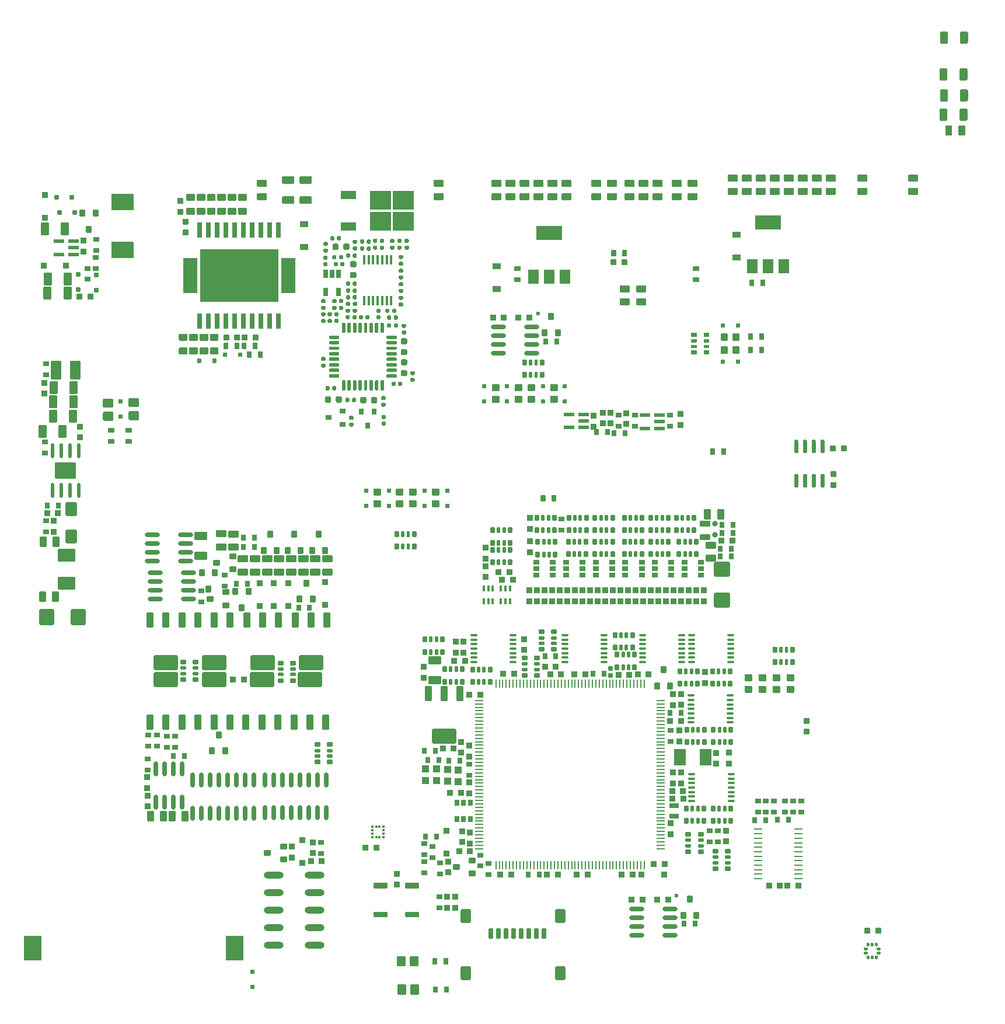
<source format=gtp>
G75*
G70*
%OFA0B0*%
%FSLAX25Y25*%
%IPPOS*%
%LPD*%
%AMOC8*
5,1,8,0,0,1.08239X$1,22.5*
%
%AMM143*
21,1,0.027560,0.030710,-0.000000,0.000000,180.000000*
21,1,0.022050,0.036220,-0.000000,0.000000,180.000000*
1,1,0.005510,-0.011020,0.015350*
1,1,0.005510,0.011020,0.015350*
1,1,0.005510,0.011020,-0.015350*
1,1,0.005510,-0.011020,-0.015350*
%
%AMM148*
21,1,0.033470,0.026770,-0.000000,0.000000,0.000000*
21,1,0.026770,0.033470,-0.000000,0.000000,0.000000*
1,1,0.006690,0.013390,-0.013390*
1,1,0.006690,-0.013390,-0.013390*
1,1,0.006690,-0.013390,0.013390*
1,1,0.006690,0.013390,0.013390*
%
%AMM149*
21,1,0.027560,0.030710,-0.000000,0.000000,90.000000*
21,1,0.022050,0.036220,-0.000000,0.000000,90.000000*
1,1,0.005510,0.015350,0.011020*
1,1,0.005510,0.015350,-0.011020*
1,1,0.005510,-0.015350,-0.011020*
1,1,0.005510,-0.015350,0.011020*
%
%AMM150*
21,1,0.039370,0.049210,-0.000000,0.000000,180.000000*
21,1,0.031500,0.057090,-0.000000,0.000000,180.000000*
1,1,0.007870,-0.015750,0.024610*
1,1,0.007870,0.015750,0.024610*
1,1,0.007870,0.015750,-0.024610*
1,1,0.007870,-0.015750,-0.024610*
%
%AMM151*
21,1,0.033470,0.026770,-0.000000,0.000000,270.000000*
21,1,0.026770,0.033470,-0.000000,0.000000,270.000000*
1,1,0.006690,-0.013390,-0.013390*
1,1,0.006690,-0.013390,0.013390*
1,1,0.006690,0.013390,0.013390*
1,1,0.006690,0.013390,-0.013390*
%
%AMM170*
21,1,0.035430,0.050000,-0.000000,-0.000000,90.000000*
21,1,0.028350,0.057090,-0.000000,-0.000000,90.000000*
1,1,0.007090,0.025000,0.014170*
1,1,0.007090,0.025000,-0.014170*
1,1,0.007090,-0.025000,-0.014170*
1,1,0.007090,-0.025000,0.014170*
%
%AMM171*
21,1,0.086610,0.073230,-0.000000,-0.000000,90.000000*
21,1,0.069290,0.090550,-0.000000,-0.000000,90.000000*
1,1,0.017320,0.036610,0.034650*
1,1,0.017320,0.036610,-0.034650*
1,1,0.017320,-0.036610,-0.034650*
1,1,0.017320,-0.036610,0.034650*
%
%AMM172*
21,1,0.027560,0.030710,-0.000000,-0.000000,270.000000*
21,1,0.022050,0.036220,-0.000000,-0.000000,270.000000*
1,1,0.005510,-0.015350,-0.011020*
1,1,0.005510,-0.015350,0.011020*
1,1,0.005510,0.015350,0.011020*
1,1,0.005510,0.015350,-0.011020*
%
%AMM173*
21,1,0.039370,0.049210,-0.000000,-0.000000,0.000000*
21,1,0.031500,0.057090,-0.000000,-0.000000,0.000000*
1,1,0.007870,0.015750,-0.024610*
1,1,0.007870,-0.015750,-0.024610*
1,1,0.007870,-0.015750,0.024610*
1,1,0.007870,0.015750,0.024610*
%
%AMM174*
21,1,0.023620,0.030710,-0.000000,-0.000000,270.000000*
21,1,0.018900,0.035430,-0.000000,-0.000000,270.000000*
1,1,0.004720,-0.015350,-0.009450*
1,1,0.004720,-0.015350,0.009450*
1,1,0.004720,0.015350,0.009450*
1,1,0.004720,0.015350,-0.009450*
%
%AMM175*
21,1,0.025590,0.026380,-0.000000,-0.000000,180.000000*
21,1,0.020470,0.031500,-0.000000,-0.000000,180.000000*
1,1,0.005120,-0.010240,0.013190*
1,1,0.005120,0.010240,0.013190*
1,1,0.005120,0.010240,-0.013190*
1,1,0.005120,-0.010240,-0.013190*
%
%AMM176*
21,1,0.017720,0.027950,-0.000000,-0.000000,180.000000*
21,1,0.014170,0.031500,-0.000000,-0.000000,180.000000*
1,1,0.003540,-0.007090,0.013980*
1,1,0.003540,0.007090,0.013980*
1,1,0.003540,0.007090,-0.013980*
1,1,0.003540,-0.007090,-0.013980*
%
%AMM177*
21,1,0.033470,0.026770,-0.000000,-0.000000,90.000000*
21,1,0.026770,0.033470,-0.000000,-0.000000,90.000000*
1,1,0.006690,0.013390,0.013390*
1,1,0.006690,0.013390,-0.013390*
1,1,0.006690,-0.013390,-0.013390*
1,1,0.006690,-0.013390,0.013390*
%
%AMM178*
21,1,0.027560,0.030710,-0.000000,-0.000000,180.000000*
21,1,0.022050,0.036220,-0.000000,-0.000000,180.000000*
1,1,0.005510,-0.011020,0.015350*
1,1,0.005510,0.011020,0.015350*
1,1,0.005510,0.011020,-0.015350*
1,1,0.005510,-0.011020,-0.015350*
%
%AMM179*
21,1,0.039370,0.049210,-0.000000,-0.000000,270.000000*
21,1,0.031500,0.057090,-0.000000,-0.000000,270.000000*
1,1,0.007870,-0.024610,-0.015750*
1,1,0.007870,-0.024610,0.015750*
1,1,0.007870,0.024610,0.015750*
1,1,0.007870,0.024610,-0.015750*
%
%AMM180*
21,1,0.033470,0.026770,-0.000000,-0.000000,0.000000*
21,1,0.026770,0.033470,-0.000000,-0.000000,0.000000*
1,1,0.006690,0.013390,-0.013390*
1,1,0.006690,-0.013390,-0.013390*
1,1,0.006690,-0.013390,0.013390*
1,1,0.006690,0.013390,0.013390*
%
%AMM204*
21,1,0.033470,0.026770,-0.000000,-0.000000,180.000000*
21,1,0.026770,0.033470,-0.000000,-0.000000,180.000000*
1,1,0.006690,-0.013390,0.013390*
1,1,0.006690,0.013390,0.013390*
1,1,0.006690,0.013390,-0.013390*
1,1,0.006690,-0.013390,-0.013390*
%
%AMM205*
21,1,0.027560,0.030710,-0.000000,-0.000000,90.000000*
21,1,0.022050,0.036220,-0.000000,-0.000000,90.000000*
1,1,0.005510,0.015350,0.011020*
1,1,0.005510,0.015350,-0.011020*
1,1,0.005510,-0.015350,-0.011020*
1,1,0.005510,-0.015350,0.011020*
%
%AMM209*
21,1,0.033470,0.026770,-0.000000,0.000000,180.000000*
21,1,0.026770,0.033470,-0.000000,0.000000,180.000000*
1,1,0.006690,-0.013390,0.013390*
1,1,0.006690,0.013390,0.013390*
1,1,0.006690,0.013390,-0.013390*
1,1,0.006690,-0.013390,-0.013390*
%
%AMM210*
21,1,0.070870,0.036220,-0.000000,0.000000,90.000000*
21,1,0.061810,0.045280,-0.000000,0.000000,90.000000*
1,1,0.009060,0.018110,0.030910*
1,1,0.009060,0.018110,-0.030910*
1,1,0.009060,-0.018110,-0.030910*
1,1,0.009060,-0.018110,0.030910*
%
%AMM211*
21,1,0.027560,0.030710,-0.000000,0.000000,270.000000*
21,1,0.022050,0.036220,-0.000000,0.000000,270.000000*
1,1,0.005510,-0.015350,-0.011020*
1,1,0.005510,-0.015350,0.011020*
1,1,0.005510,0.015350,0.011020*
1,1,0.005510,0.015350,-0.011020*
%
%AMM254*
21,1,0.033470,0.026770,-0.000000,-0.000000,270.000000*
21,1,0.026770,0.033470,-0.000000,-0.000000,270.000000*
1,1,0.006690,-0.013390,-0.013390*
1,1,0.006690,-0.013390,0.013390*
1,1,0.006690,0.013390,0.013390*
1,1,0.006690,0.013390,-0.013390*
%
%AMM255*
21,1,0.070870,0.036220,-0.000000,-0.000000,180.000000*
21,1,0.061810,0.045280,-0.000000,-0.000000,180.000000*
1,1,0.009060,-0.030910,0.018110*
1,1,0.009060,0.030910,0.018110*
1,1,0.009060,0.030910,-0.018110*
1,1,0.009060,-0.030910,-0.018110*
%
%AMM256*
21,1,0.027560,0.030710,-0.000000,-0.000000,0.000000*
21,1,0.022050,0.036220,-0.000000,-0.000000,0.000000*
1,1,0.005510,0.011020,-0.015350*
1,1,0.005510,-0.011020,-0.015350*
1,1,0.005510,-0.011020,0.015350*
1,1,0.005510,0.011020,0.015350*
%
%AMM257*
21,1,0.137800,0.067720,-0.000000,-0.000000,180.000000*
21,1,0.120870,0.084650,-0.000000,-0.000000,180.000000*
1,1,0.016930,-0.060430,0.033860*
1,1,0.016930,0.060430,0.033860*
1,1,0.016930,0.060430,-0.033860*
1,1,0.016930,-0.060430,-0.033860*
%
%AMM258*
21,1,0.043310,0.075980,-0.000000,-0.000000,180.000000*
21,1,0.034650,0.084650,-0.000000,-0.000000,180.000000*
1,1,0.008660,-0.017320,0.037990*
1,1,0.008660,0.017320,0.037990*
1,1,0.008660,0.017320,-0.037990*
1,1,0.008660,-0.017320,-0.037990*
%
%AMM259*
21,1,0.043310,0.075990,-0.000000,-0.000000,180.000000*
21,1,0.034650,0.084650,-0.000000,-0.000000,180.000000*
1,1,0.008660,-0.017320,0.037990*
1,1,0.008660,0.017320,0.037990*
1,1,0.008660,0.017320,-0.037990*
1,1,0.008660,-0.017320,-0.037990*
%
%AMM260*
21,1,0.039370,0.035430,-0.000000,-0.000000,90.000000*
21,1,0.031500,0.043310,-0.000000,-0.000000,90.000000*
1,1,0.007870,0.017720,0.015750*
1,1,0.007870,0.017720,-0.015750*
1,1,0.007870,-0.017720,-0.015750*
1,1,0.007870,-0.017720,0.015750*
%
%AMM261*
21,1,0.035430,0.030320,-0.000000,-0.000000,90.000000*
21,1,0.028350,0.037400,-0.000000,-0.000000,90.000000*
1,1,0.007090,0.015160,0.014170*
1,1,0.007090,0.015160,-0.014170*
1,1,0.007090,-0.015160,-0.014170*
1,1,0.007090,-0.015160,0.014170*
%
%AMM262*
21,1,0.023620,0.030710,-0.000000,-0.000000,0.000000*
21,1,0.018900,0.035430,-0.000000,-0.000000,0.000000*
1,1,0.004720,0.009450,-0.015350*
1,1,0.004720,-0.009450,-0.015350*
1,1,0.004720,-0.009450,0.015350*
1,1,0.004720,0.009450,0.015350*
%
%AMM263*
21,1,0.035830,0.026770,-0.000000,-0.000000,90.000000*
21,1,0.029130,0.033470,-0.000000,-0.000000,90.000000*
1,1,0.006690,0.013390,0.014570*
1,1,0.006690,0.013390,-0.014570*
1,1,0.006690,-0.013390,-0.014570*
1,1,0.006690,-0.013390,0.014570*
%
%AMM264*
21,1,0.035430,0.030320,-0.000000,-0.000000,0.000000*
21,1,0.028350,0.037400,-0.000000,-0.000000,0.000000*
1,1,0.007090,0.014170,-0.015160*
1,1,0.007090,-0.014170,-0.015160*
1,1,0.007090,-0.014170,0.015160*
1,1,0.007090,0.014170,0.015160*
%
%AMM265*
21,1,0.025590,0.026380,-0.000000,-0.000000,90.000000*
21,1,0.020470,0.031500,-0.000000,-0.000000,90.000000*
1,1,0.005120,0.013190,0.010240*
1,1,0.005120,0.013190,-0.010240*
1,1,0.005120,-0.013190,-0.010240*
1,1,0.005120,-0.013190,0.010240*
%
%AMM266*
21,1,0.017720,0.027950,-0.000000,-0.000000,90.000000*
21,1,0.014170,0.031500,-0.000000,-0.000000,90.000000*
1,1,0.003540,0.013980,0.007090*
1,1,0.003540,0.013980,-0.007090*
1,1,0.003540,-0.013980,-0.007090*
1,1,0.003540,-0.013980,0.007090*
%
%AMM267*
21,1,0.027560,0.049610,-0.000000,-0.000000,90.000000*
21,1,0.022050,0.055120,-0.000000,-0.000000,90.000000*
1,1,0.005510,0.024800,0.011020*
1,1,0.005510,0.024800,-0.011020*
1,1,0.005510,-0.024800,-0.011020*
1,1,0.005510,-0.024800,0.011020*
%
%AMM268*
21,1,0.027560,0.018900,-0.000000,-0.000000,0.000000*
21,1,0.022840,0.023620,-0.000000,-0.000000,0.000000*
1,1,0.004720,0.011420,-0.009450*
1,1,0.004720,-0.011420,-0.009450*
1,1,0.004720,-0.011420,0.009450*
1,1,0.004720,0.011420,0.009450*
%
%AMM269*
21,1,0.035830,0.026770,-0.000000,-0.000000,0.000000*
21,1,0.029130,0.033470,-0.000000,-0.000000,0.000000*
1,1,0.006690,0.014570,-0.013390*
1,1,0.006690,-0.014570,-0.013390*
1,1,0.006690,-0.014570,0.013390*
1,1,0.006690,0.014570,0.013390*
%
%AMM299*
21,1,0.035430,0.030320,-0.000000,0.000000,90.000000*
21,1,0.028350,0.037400,-0.000000,0.000000,90.000000*
1,1,0.007090,0.015160,0.014170*
1,1,0.007090,0.015160,-0.014170*
1,1,0.007090,-0.015160,-0.014170*
1,1,0.007090,-0.015160,0.014170*
%
%AMM303*
21,1,0.025590,0.026380,-0.000000,0.000000,180.000000*
21,1,0.020470,0.031500,-0.000000,0.000000,180.000000*
1,1,0.005120,-0.010240,0.013190*
1,1,0.005120,0.010240,0.013190*
1,1,0.005120,0.010240,-0.013190*
1,1,0.005120,-0.010240,-0.013190*
%
%AMM304*
21,1,0.017720,0.027950,-0.000000,0.000000,180.000000*
21,1,0.014170,0.031500,-0.000000,0.000000,180.000000*
1,1,0.003540,-0.007090,0.013980*
1,1,0.003540,0.007090,0.013980*
1,1,0.003540,0.007090,-0.013980*
1,1,0.003540,-0.007090,-0.013980*
%
%AMM305*
21,1,0.035830,0.026770,-0.000000,0.000000,180.000000*
21,1,0.029130,0.033470,-0.000000,0.000000,180.000000*
1,1,0.006690,-0.014570,0.013390*
1,1,0.006690,0.014570,0.013390*
1,1,0.006690,0.014570,-0.013390*
1,1,0.006690,-0.014570,-0.013390*
%
%AMM31*
21,1,0.027560,0.030710,0.000000,0.000000,270.000000*
21,1,0.022050,0.036220,0.000000,0.000000,270.000000*
1,1,0.005510,-0.015350,-0.011020*
1,1,0.005510,-0.015350,0.011020*
1,1,0.005510,0.015350,0.011020*
1,1,0.005510,0.015350,-0.011020*
%
%AMM317*
21,1,0.035430,0.030320,-0.000000,-0.000000,180.000000*
21,1,0.028350,0.037400,-0.000000,-0.000000,180.000000*
1,1,0.007090,-0.014170,0.015160*
1,1,0.007090,0.014170,0.015160*
1,1,0.007090,0.014170,-0.015160*
1,1,0.007090,-0.014170,-0.015160*
%
%AMM318*
21,1,0.043310,0.075980,-0.000000,-0.000000,0.000000*
21,1,0.034650,0.084650,-0.000000,-0.000000,0.000000*
1,1,0.008660,0.017320,-0.037990*
1,1,0.008660,-0.017320,-0.037990*
1,1,0.008660,-0.017320,0.037990*
1,1,0.008660,0.017320,0.037990*
%
%AMM319*
21,1,0.043310,0.075990,-0.000000,-0.000000,0.000000*
21,1,0.034650,0.084650,-0.000000,-0.000000,0.000000*
1,1,0.008660,0.017320,-0.037990*
1,1,0.008660,-0.017320,-0.037990*
1,1,0.008660,-0.017320,0.037990*
1,1,0.008660,0.017320,0.037990*
%
%AMM320*
21,1,0.137800,0.067720,-0.000000,-0.000000,0.000000*
21,1,0.120870,0.084650,-0.000000,-0.000000,0.000000*
1,1,0.016930,0.060430,-0.033860*
1,1,0.016930,-0.060430,-0.033860*
1,1,0.016930,-0.060430,0.033860*
1,1,0.016930,0.060430,0.033860*
%
%AMM321*
21,1,0.025590,0.026380,-0.000000,-0.000000,270.000000*
21,1,0.020470,0.031500,-0.000000,-0.000000,270.000000*
1,1,0.005120,-0.013190,-0.010240*
1,1,0.005120,-0.013190,0.010240*
1,1,0.005120,0.013190,0.010240*
1,1,0.005120,0.013190,-0.010240*
%
%AMM322*
21,1,0.017720,0.027950,-0.000000,-0.000000,270.000000*
21,1,0.014170,0.031500,-0.000000,-0.000000,270.000000*
1,1,0.003540,-0.013980,-0.007090*
1,1,0.003540,-0.013980,0.007090*
1,1,0.003540,0.013980,0.007090*
1,1,0.003540,0.013980,-0.007090*
%
%AMM323*
21,1,0.035830,0.026770,-0.000000,-0.000000,270.000000*
21,1,0.029130,0.033470,-0.000000,-0.000000,270.000000*
1,1,0.006690,-0.013390,-0.014570*
1,1,0.006690,-0.013390,0.014570*
1,1,0.006690,0.013390,0.014570*
1,1,0.006690,0.013390,-0.014570*
%
%AMM335*
21,1,0.012600,0.028980,-0.000000,0.000000,0.000000*
21,1,0.010080,0.031500,-0.000000,0.000000,0.000000*
1,1,0.002520,0.005040,-0.014490*
1,1,0.002520,-0.005040,-0.014490*
1,1,0.002520,-0.005040,0.014490*
1,1,0.002520,0.005040,0.014490*
%
%AMM337*
21,1,0.035830,0.026770,-0.000000,0.000000,90.000000*
21,1,0.029130,0.033470,-0.000000,0.000000,90.000000*
1,1,0.006690,0.013390,0.014570*
1,1,0.006690,0.013390,-0.014570*
1,1,0.006690,-0.013390,-0.014570*
1,1,0.006690,-0.013390,0.014570*
%
%AMM35*
21,1,0.033470,0.026770,0.000000,0.000000,90.000000*
21,1,0.026770,0.033470,0.000000,0.000000,90.000000*
1,1,0.006690,0.013390,0.013390*
1,1,0.006690,0.013390,-0.013390*
1,1,0.006690,-0.013390,-0.013390*
1,1,0.006690,-0.013390,0.013390*
%
%AMM351*
21,1,0.021650,0.052760,-0.000000,-0.000000,90.000000*
21,1,0.017320,0.057090,-0.000000,-0.000000,90.000000*
1,1,0.004330,0.026380,0.008660*
1,1,0.004330,0.026380,-0.008660*
1,1,0.004330,-0.026380,-0.008660*
1,1,0.004330,-0.026380,0.008660*
%
%AMM353*
21,1,0.035430,0.030320,-0.000000,0.000000,180.000000*
21,1,0.028350,0.037400,-0.000000,0.000000,180.000000*
1,1,0.007090,-0.014170,0.015160*
1,1,0.007090,0.014170,0.015160*
1,1,0.007090,0.014170,-0.015160*
1,1,0.007090,-0.014170,-0.015160*
%
%AMM354*
21,1,0.021650,0.052760,-0.000000,0.000000,90.000000*
21,1,0.017320,0.057090,-0.000000,0.000000,90.000000*
1,1,0.004330,0.026380,0.008660*
1,1,0.004330,0.026380,-0.008660*
1,1,0.004330,-0.026380,-0.008660*
1,1,0.004330,-0.026380,0.008660*
%
%AMM355*
21,1,0.094490,0.111020,-0.000000,0.000000,270.000000*
21,1,0.075590,0.129920,-0.000000,0.000000,270.000000*
1,1,0.018900,-0.055510,-0.037800*
1,1,0.018900,-0.055510,0.037800*
1,1,0.018900,0.055510,0.037800*
1,1,0.018900,0.055510,-0.037800*
%
%AMM356*
21,1,0.023620,0.018900,-0.000000,0.000000,0.000000*
21,1,0.018900,0.023620,-0.000000,0.000000,0.000000*
1,1,0.004720,0.009450,-0.009450*
1,1,0.004720,-0.009450,-0.009450*
1,1,0.004720,-0.009450,0.009450*
1,1,0.004720,0.009450,0.009450*
%
%AMM357*
21,1,0.023620,0.018900,-0.000000,0.000000,270.000000*
21,1,0.018900,0.023620,-0.000000,0.000000,270.000000*
1,1,0.004720,-0.009450,-0.009450*
1,1,0.004720,-0.009450,0.009450*
1,1,0.004720,0.009450,0.009450*
1,1,0.004720,0.009450,-0.009450*
%
%AMM364*
21,1,0.106300,0.050390,-0.000000,0.000000,90.000000*
21,1,0.093700,0.062990,-0.000000,0.000000,90.000000*
1,1,0.012600,0.025200,0.046850*
1,1,0.012600,0.025200,-0.046850*
1,1,0.012600,-0.025200,-0.046850*
1,1,0.012600,-0.025200,0.046850*
%
%AMM365*
21,1,0.074800,0.083460,-0.000000,0.000000,270.000000*
21,1,0.059840,0.098430,-0.000000,0.000000,270.000000*
1,1,0.014960,-0.041730,-0.029920*
1,1,0.014960,-0.041730,0.029920*
1,1,0.014960,0.041730,0.029920*
1,1,0.014960,0.041730,-0.029920*
%
%AMM366*
21,1,0.122050,0.075590,-0.000000,0.000000,0.000000*
21,1,0.103150,0.094490,-0.000000,0.000000,0.000000*
1,1,0.018900,0.051580,-0.037800*
1,1,0.018900,-0.051580,-0.037800*
1,1,0.018900,-0.051580,0.037800*
1,1,0.018900,0.051580,0.037800*
%
%AMM367*
21,1,0.078740,0.053540,-0.000000,0.000000,270.000000*
21,1,0.065350,0.066930,-0.000000,0.000000,270.000000*
1,1,0.013390,-0.026770,-0.032680*
1,1,0.013390,-0.026770,0.032680*
1,1,0.013390,0.026770,0.032680*
1,1,0.013390,0.026770,-0.032680*
%
%AMM368*
21,1,0.070870,0.036220,-0.000000,0.000000,270.000000*
21,1,0.061810,0.045280,-0.000000,0.000000,270.000000*
1,1,0.009060,-0.018110,-0.030910*
1,1,0.009060,-0.018110,0.030910*
1,1,0.009060,0.018110,0.030910*
1,1,0.009060,0.018110,-0.030910*
%
%AMM369*
21,1,0.086610,0.073230,-0.000000,0.000000,180.000000*
21,1,0.069290,0.090550,-0.000000,0.000000,180.000000*
1,1,0.017320,-0.034650,0.036610*
1,1,0.017320,0.034650,0.036610*
1,1,0.017320,0.034650,-0.036610*
1,1,0.017320,-0.034650,-0.036610*
%
%AMM80*
21,1,0.078740,0.045670,0.000000,0.000000,270.000000*
21,1,0.067320,0.057090,0.000000,0.000000,270.000000*
1,1,0.011420,-0.022840,-0.033660*
1,1,0.011420,-0.022840,0.033660*
1,1,0.011420,0.022840,0.033660*
1,1,0.011420,0.022840,-0.033660*
%
%AMM81*
21,1,0.059060,0.020470,0.000000,0.000000,270.000000*
21,1,0.053940,0.025590,0.000000,0.000000,270.000000*
1,1,0.005120,-0.010240,-0.026970*
1,1,0.005120,-0.010240,0.026970*
1,1,0.005120,0.010240,0.026970*
1,1,0.005120,0.010240,-0.026970*
%
%ADD100C,0.03150*%
%ADD105O,0.00000X0.00000*%
%ADD163O,0.04961X0.00984*%
%ADD165M31*%
%ADD17C,0.02362*%
%ADD173M35*%
%ADD179O,0.04331X0.01181*%
%ADD180O,0.05118X0.00866*%
%ADD181O,0.00866X0.05118*%
%ADD184R,0.06693X0.09449*%
%ADD232M80*%
%ADD233M81*%
%ADD247O,0.02362X0.08661*%
%ADD248O,0.08661X0.02362*%
%ADD307O,0.03937X0.01968*%
%ADD350R,0.03543X0.03150*%
%ADD355R,0.03150X0.03543*%
%ADD362M143*%
%ADD367M148*%
%ADD368M149*%
%ADD369M150*%
%ADD370M151*%
%ADD389M170*%
%ADD390M171*%
%ADD391M172*%
%ADD392M173*%
%ADD393M174*%
%ADD394M175*%
%ADD395M176*%
%ADD396M177*%
%ADD397M178*%
%ADD398M179*%
%ADD399M180*%
%ADD427M204*%
%ADD428M205*%
%ADD432M209*%
%ADD433M210*%
%ADD434M211*%
%ADD48R,0.01476X0.01378*%
%ADD481M254*%
%ADD482M255*%
%ADD483M256*%
%ADD484M257*%
%ADD485M258*%
%ADD486M259*%
%ADD487M260*%
%ADD488M261*%
%ADD489M262*%
%ADD49R,0.01378X0.01476*%
%ADD490M263*%
%ADD491M264*%
%ADD492M265*%
%ADD493M266*%
%ADD494M267*%
%ADD495M268*%
%ADD496M269*%
%ADD50R,0.10236X0.14173*%
%ADD526M299*%
%ADD530M303*%
%ADD531M304*%
%ADD532M305*%
%ADD559M317*%
%ADD560M318*%
%ADD561M319*%
%ADD562M320*%
%ADD563M321*%
%ADD564M322*%
%ADD565M323*%
%ADD577M335*%
%ADD579O,0.11221X0.04016*%
%ADD580M337*%
%ADD598M351*%
%ADD600M353*%
%ADD601M354*%
%ADD602M355*%
%ADD603M356*%
%ADD604M357*%
%ADD615M364*%
%ADD616M365*%
%ADD617O,0.01968X0.08661*%
%ADD618M366*%
%ADD619M367*%
%ADD620M368*%
%ADD621M369*%
%ADD633R,0.01772X0.05709*%
%ADD634R,0.08661X0.04724*%
%ADD636R,0.02559X0.04803*%
%ADD637R,0.12008X0.10827*%
%ADD68R,0.05906X0.07874*%
%ADD69R,0.14961X0.07874*%
%ADD83R,0.03150X0.08661*%
%ADD84R,0.08000X0.20000*%
%ADD85R,0.45000X0.30000*%
X0000000Y0000000D02*
%LPD*%
G01*
D105*
X0354207Y0023012D03*
X0323695Y0076358D03*
X0326727Y0017992D03*
G36*
G01*
X0584286Y0525612D02*
X0587003Y0525612D01*
G75*
G02*
X0587908Y0524706I0000000J-000906D01*
G01*
X0587908Y0519430D01*
G75*
G02*
X0587003Y0518525I-000906J0000000D01*
G01*
X0584286Y0518525D01*
G75*
G02*
X0583381Y0519430I0000000J0000906D01*
G01*
X0583381Y0524706D01*
G75*
G02*
X0584286Y0525612I0000906J0000000D01*
G01*
G37*
G36*
G01*
X0572869Y0525612D02*
X0575585Y0525612D01*
G75*
G02*
X0576491Y0524706I0000000J-000906D01*
G01*
X0576491Y0519430D01*
G75*
G02*
X0575585Y0518525I-000906J0000000D01*
G01*
X0572869Y0518525D01*
G75*
G02*
X0571963Y0519430I0000000J0000906D01*
G01*
X0571963Y0524706D01*
G75*
G02*
X0572869Y0525612I0000906J0000000D01*
G01*
G37*
G36*
G01*
X0464396Y0476360D02*
X0459475Y0476360D01*
G75*
G02*
X0459081Y0476753I0000000J0000394D01*
G01*
X0459081Y0479903D01*
G75*
G02*
X0459475Y0480297I0000394J0000000D01*
G01*
X0464396Y0480297D01*
G75*
G02*
X0464790Y0479903I0000000J-000394D01*
G01*
X0464790Y0476753D01*
G75*
G02*
X0464396Y0476360I-000394J0000000D01*
G01*
G37*
G36*
G01*
X0464396Y0483840D02*
X0459475Y0483840D01*
G75*
G02*
X0459081Y0484234I0000000J0000394D01*
G01*
X0459081Y0487383D01*
G75*
G02*
X0459475Y0487777I0000394J0000000D01*
G01*
X0464396Y0487777D01*
G75*
G02*
X0464790Y0487383I0000000J-000394D01*
G01*
X0464790Y0484234D01*
G75*
G02*
X0464396Y0483840I-000394J0000000D01*
G01*
G37*
G36*
G01*
X0559396Y0476360D02*
X0554475Y0476360D01*
G75*
G02*
X0554081Y0476753I0000000J0000394D01*
G01*
X0554081Y0479903D01*
G75*
G02*
X0554475Y0480297I0000394J0000000D01*
G01*
X0559396Y0480297D01*
G75*
G02*
X0559790Y0479903I0000000J-000394D01*
G01*
X0559790Y0476753D01*
G75*
G02*
X0559396Y0476360I-000394J0000000D01*
G01*
G37*
G36*
G01*
X0559396Y0483840D02*
X0554475Y0483840D01*
G75*
G02*
X0554081Y0484234I0000000J0000394D01*
G01*
X0554081Y0487383D01*
G75*
G02*
X0554475Y0487777I0000394J0000000D01*
G01*
X0559396Y0487777D01*
G75*
G02*
X0559790Y0487383I0000000J-000394D01*
G01*
X0559790Y0484234D01*
G75*
G02*
X0559396Y0483840I-000394J0000000D01*
G01*
G37*
G36*
G01*
X0097283Y0343159D02*
X0100354Y0343159D01*
G75*
G02*
X0100630Y0342884I0000000J-000276D01*
G01*
X0100630Y0340679D01*
G75*
G02*
X0100354Y0340404I-000276J0000000D01*
G01*
X0097283Y0340404D01*
G75*
G02*
X0097008Y0340679I0000000J0000276D01*
G01*
X0097008Y0342884D01*
G75*
G02*
X0097283Y0343159I0000276J0000000D01*
G01*
G37*
G36*
G01*
X0097283Y0336860D02*
X0100354Y0336860D01*
G75*
G02*
X0100630Y0336585I0000000J-000276D01*
G01*
X0100630Y0334380D01*
G75*
G02*
X0100354Y0334104I-000276J0000000D01*
G01*
X0097283Y0334104D01*
G75*
G02*
X0097008Y0334380I0000000J0000276D01*
G01*
X0097008Y0336585D01*
G75*
G02*
X0097283Y0336860I0000276J0000000D01*
G01*
G37*
G36*
G01*
X0450007Y0331281D02*
X0450007Y0328210D01*
G75*
G02*
X0449731Y0327934I-000276J0000000D01*
G01*
X0447526Y0327934D01*
G75*
G02*
X0447251Y0328210I0000000J0000276D01*
G01*
X0447251Y0331281D01*
G75*
G02*
X0447526Y0331556I0000276J0000000D01*
G01*
X0449731Y0331556D01*
G75*
G02*
X0450007Y0331281I0000000J-000276D01*
G01*
G37*
G36*
G01*
X0443707Y0331281D02*
X0443707Y0328210D01*
G75*
G02*
X0443432Y0327934I-000276J0000000D01*
G01*
X0441227Y0327934D01*
G75*
G02*
X0440951Y0328210I0000000J0000276D01*
G01*
X0440951Y0331281D01*
G75*
G02*
X0441227Y0331556I0000276J0000000D01*
G01*
X0443432Y0331556D01*
G75*
G02*
X0443707Y0331281I0000000J-000276D01*
G01*
G37*
G36*
G01*
X0242507Y0102226D02*
X0242507Y0104903D01*
G75*
G02*
X0242841Y0105238I0000335J0000000D01*
G01*
X0245518Y0105238D01*
G75*
G02*
X0245853Y0104903I0000000J-000335D01*
G01*
X0245853Y0102226D01*
G75*
G02*
X0245518Y0101891I-000335J0000000D01*
G01*
X0242841Y0101891D01*
G75*
G02*
X0242507Y0102226I0000000J0000335D01*
G01*
G37*
G36*
G01*
X0248727Y0102226D02*
X0248727Y0104903D01*
G75*
G02*
X0249062Y0105238I0000335J0000000D01*
G01*
X0251739Y0105238D01*
G75*
G02*
X0252074Y0104903I0000000J-000335D01*
G01*
X0252074Y0102226D01*
G75*
G02*
X0251739Y0101891I-000335J0000000D01*
G01*
X0249062Y0101891D01*
G75*
G02*
X0248727Y0102226I0000000J0000335D01*
G01*
G37*
G36*
G01*
X0488396Y0476360D02*
X0483475Y0476360D01*
G75*
G02*
X0483081Y0476753I0000000J0000394D01*
G01*
X0483081Y0479903D01*
G75*
G02*
X0483475Y0480297I0000394J0000000D01*
G01*
X0488396Y0480297D01*
G75*
G02*
X0488790Y0479903I0000000J-000394D01*
G01*
X0488790Y0476753D01*
G75*
G02*
X0488396Y0476360I-000394J0000000D01*
G01*
G37*
G36*
G01*
X0488396Y0483840D02*
X0483475Y0483840D01*
G75*
G02*
X0483081Y0484234I0000000J0000394D01*
G01*
X0483081Y0487383D01*
G75*
G02*
X0483475Y0487777I0000394J0000000D01*
G01*
X0488396Y0487777D01*
G75*
G02*
X0488790Y0487383I0000000J-000394D01*
G01*
X0488790Y0484234D01*
G75*
G02*
X0488396Y0483840I-000394J0000000D01*
G01*
G37*
G36*
G01*
X0172054Y0391517D02*
X0172054Y0388446D01*
G75*
G02*
X0171778Y0388171I-000276J0000000D01*
G01*
X0169574Y0388171D01*
G75*
G02*
X0169298Y0388446I0000000J0000276D01*
G01*
X0169298Y0391517D01*
G75*
G02*
X0169574Y0391793I0000276J0000000D01*
G01*
X0171778Y0391793D01*
G75*
G02*
X0172054Y0391517I0000000J-000276D01*
G01*
G37*
G36*
G01*
X0165755Y0391517D02*
X0165755Y0388446D01*
G75*
G02*
X0165479Y0388171I-000276J0000000D01*
G01*
X0163274Y0388171D01*
G75*
G02*
X0162999Y0388446I0000000J0000276D01*
G01*
X0162999Y0391517D01*
G75*
G02*
X0163274Y0391793I0000276J0000000D01*
G01*
X0165479Y0391793D01*
G75*
G02*
X0165755Y0391517I0000000J-000276D01*
G01*
G37*
X0225374Y0268983D03*
G36*
G01*
X0267347Y0025001D02*
X0267347Y0020119D01*
G75*
G02*
X0266835Y0019608I-000512J0000000D01*
G01*
X0262740Y0019608D01*
G75*
G02*
X0262228Y0020119I0000000J0000512D01*
G01*
X0262228Y0025001D01*
G75*
G02*
X0262740Y0025513I0000512J0000000D01*
G01*
X0266835Y0025513D01*
G75*
G02*
X0267347Y0025001I0000000J-000512D01*
G01*
G37*
G36*
G01*
X0274827Y0025001D02*
X0274827Y0020119D01*
G75*
G02*
X0274315Y0019608I-000512J0000000D01*
G01*
X0270221Y0019608D01*
G75*
G02*
X0269709Y0020119I0000000J0000512D01*
G01*
X0269709Y0025001D01*
G75*
G02*
X0270221Y0025513I0000512J0000000D01*
G01*
X0274315Y0025513D01*
G75*
G02*
X0274827Y0025001I0000000J-000512D01*
G01*
G37*
G36*
G01*
X0353396Y0473360D02*
X0348475Y0473360D01*
G75*
G02*
X0348081Y0473753I0000000J0000394D01*
G01*
X0348081Y0476903D01*
G75*
G02*
X0348475Y0477297I0000394J0000000D01*
G01*
X0353396Y0477297D01*
G75*
G02*
X0353790Y0476903I0000000J-000394D01*
G01*
X0353790Y0473753D01*
G75*
G02*
X0353396Y0473360I-000394J0000000D01*
G01*
G37*
G36*
G01*
X0353396Y0480840D02*
X0348475Y0480840D01*
G75*
G02*
X0348081Y0481234I0000000J0000394D01*
G01*
X0348081Y0484383D01*
G75*
G02*
X0348475Y0484777I0000394J0000000D01*
G01*
X0353396Y0484777D01*
G75*
G02*
X0353790Y0484383I0000000J-000394D01*
G01*
X0353790Y0481234D01*
G75*
G02*
X0353396Y0480840I-000394J0000000D01*
G01*
G37*
G36*
G01*
X0243354Y0297793D02*
X0243354Y0299682D01*
G75*
G02*
X0243590Y0299919I0000236J0000000D01*
G01*
X0245480Y0299919D01*
G75*
G02*
X0245716Y0299682I0000000J-000236D01*
G01*
X0245716Y0297793D01*
G75*
G02*
X0245480Y0297556I-000236J0000000D01*
G01*
X0243590Y0297556D01*
G75*
G02*
X0243354Y0297793I0000000J0000236D01*
G01*
G37*
G36*
G01*
X0243354Y0306454D02*
X0243354Y0308344D01*
G75*
G02*
X0243590Y0308580I0000236J0000000D01*
G01*
X0245480Y0308580D01*
G75*
G02*
X0245716Y0308344I0000000J-000236D01*
G01*
X0245716Y0306454D01*
G75*
G02*
X0245480Y0306218I-000236J0000000D01*
G01*
X0243590Y0306218D01*
G75*
G02*
X0243354Y0306454I0000000J0000236D01*
G01*
G37*
G36*
G01*
X0136969Y0474515D02*
X0139646Y0474515D01*
G75*
G02*
X0139981Y0474180I0000000J-000335D01*
G01*
X0139981Y0471503D01*
G75*
G02*
X0139646Y0471168I-000335J0000000D01*
G01*
X0136969Y0471168D01*
G75*
G02*
X0136635Y0471503I0000000J0000335D01*
G01*
X0136635Y0474180D01*
G75*
G02*
X0136969Y0474515I0000335J0000000D01*
G01*
G37*
G36*
G01*
X0136969Y0468294D02*
X0139646Y0468294D01*
G75*
G02*
X0139981Y0467960I0000000J-000335D01*
G01*
X0139981Y0465283D01*
G75*
G02*
X0139646Y0464948I-000335J0000000D01*
G01*
X0136969Y0464948D01*
G75*
G02*
X0136635Y0465283I0000000J0000335D01*
G01*
X0136635Y0467960D01*
G75*
G02*
X0136969Y0468294I0000335J0000000D01*
G01*
G37*
G36*
G01*
X0260676Y0090336D02*
X0263353Y0090336D01*
G75*
G02*
X0263688Y0090001I0000000J-000335D01*
G01*
X0263688Y0087324D01*
G75*
G02*
X0263353Y0086990I-000335J0000000D01*
G01*
X0260676Y0086990D01*
G75*
G02*
X0260341Y0087324I0000000J0000335D01*
G01*
X0260341Y0090001D01*
G75*
G02*
X0260676Y0090336I0000335J0000000D01*
G01*
G37*
G36*
G01*
X0260676Y0084116D02*
X0263353Y0084116D01*
G75*
G02*
X0263688Y0083781I0000000J-000335D01*
G01*
X0263688Y0081104D01*
G75*
G02*
X0263353Y0080769I-000335J0000000D01*
G01*
X0260676Y0080769D01*
G75*
G02*
X0260341Y0081104I0000000J0000335D01*
G01*
X0260341Y0083781D01*
G75*
G02*
X0260676Y0084116I0000335J0000000D01*
G01*
G37*
G36*
G01*
X0453928Y0455336D02*
X0457944Y0455336D01*
G75*
G02*
X0458298Y0454982I0000000J-000354D01*
G01*
X0458298Y0452147D01*
G75*
G02*
X0457944Y0451793I-000354J0000000D01*
G01*
X0453928Y0451793D01*
G75*
G02*
X0453574Y0452147I0000000J0000354D01*
G01*
X0453574Y0454982D01*
G75*
G02*
X0453928Y0455336I0000354J0000000D01*
G01*
G37*
G36*
G01*
X0453928Y0442344D02*
X0457944Y0442344D01*
G75*
G02*
X0458298Y0441990I0000000J-000354D01*
G01*
X0458298Y0439155D01*
G75*
G02*
X0457944Y0438801I-000354J0000000D01*
G01*
X0453928Y0438801D01*
G75*
G02*
X0453574Y0439155I0000000J0000354D01*
G01*
X0453574Y0441990D01*
G75*
G02*
X0453928Y0442344I0000354J0000000D01*
G01*
G37*
G36*
G01*
X0249140Y0083486D02*
X0256385Y0083486D01*
G75*
G02*
X0256700Y0083171I0000000J-000315D01*
G01*
X0256700Y0080651D01*
G75*
G02*
X0256385Y0080336I-000315J0000000D01*
G01*
X0249140Y0080336D01*
G75*
G02*
X0248826Y0080651I0000000J0000315D01*
G01*
X0248826Y0083171D01*
G75*
G02*
X0249140Y0083486I0000315J0000000D01*
G01*
G37*
G36*
G01*
X0249140Y0066950D02*
X0256385Y0066950D01*
G75*
G02*
X0256700Y0066635I0000000J-000315D01*
G01*
X0256700Y0064116D01*
G75*
G02*
X0256385Y0063801I-000315J0000000D01*
G01*
X0249140Y0063801D01*
G75*
G02*
X0248826Y0064116I0000000J0000315D01*
G01*
X0248826Y0066635D01*
G75*
G02*
X0249140Y0066950I0000315J0000000D01*
G01*
G37*
G36*
G01*
X0285874Y0297950D02*
X0282330Y0297950D01*
G75*
G02*
X0281937Y0298344I0000000J0000394D01*
G01*
X0281937Y0301493D01*
G75*
G02*
X0282330Y0301887I0000394J0000000D01*
G01*
X0285874Y0301887D01*
G75*
G02*
X0286267Y0301493I0000000J-000394D01*
G01*
X0286267Y0298344D01*
G75*
G02*
X0285874Y0297950I-000394J0000000D01*
G01*
G37*
G36*
G01*
X0285874Y0304643D02*
X0282330Y0304643D01*
G75*
G02*
X0281937Y0305037I0000000J0000394D01*
G01*
X0281937Y0308186D01*
G75*
G02*
X0282330Y0308580I0000394J0000000D01*
G01*
X0285874Y0308580D01*
G75*
G02*
X0286267Y0308186I0000000J-000394D01*
G01*
X0286267Y0305037D01*
G75*
G02*
X0285874Y0304643I-000394J0000000D01*
G01*
G37*
G36*
G01*
X0518924Y0332856D02*
X0518924Y0330179D01*
G75*
G02*
X0518589Y0329844I-000335J0000000D01*
G01*
X0515912Y0329844D01*
G75*
G02*
X0515577Y0330179I0000000J0000335D01*
G01*
X0515577Y0332856D01*
G75*
G02*
X0515912Y0333190I0000335J0000000D01*
G01*
X0518589Y0333190D01*
G75*
G02*
X0518924Y0332856I0000000J-000335D01*
G01*
G37*
G36*
G01*
X0512703Y0332856D02*
X0512703Y0330179D01*
G75*
G02*
X0512369Y0329844I-000335J0000000D01*
G01*
X0509692Y0329844D01*
G75*
G02*
X0509357Y0330179I0000000J0000335D01*
G01*
X0509357Y0332856D01*
G75*
G02*
X0509692Y0333190I0000335J0000000D01*
G01*
X0512369Y0333190D01*
G75*
G02*
X0512703Y0332856I0000000J-000335D01*
G01*
G37*
G36*
G01*
X0289755Y0297793D02*
X0289755Y0299682D01*
G75*
G02*
X0289991Y0299919I0000236J0000000D01*
G01*
X0291881Y0299919D01*
G75*
G02*
X0292117Y0299682I0000000J-000236D01*
G01*
X0292117Y0297793D01*
G75*
G02*
X0291881Y0297556I-000236J0000000D01*
G01*
X0289991Y0297556D01*
G75*
G02*
X0289755Y0297793I0000000J0000236D01*
G01*
G37*
G36*
G01*
X0289755Y0306454D02*
X0289755Y0308344D01*
G75*
G02*
X0289991Y0308580I0000236J0000000D01*
G01*
X0291881Y0308580D01*
G75*
G02*
X0292117Y0308344I0000000J-000236D01*
G01*
X0292117Y0306454D01*
G75*
G02*
X0291881Y0306218I-000236J0000000D01*
G01*
X0289991Y0306218D01*
G75*
G02*
X0289755Y0306454I0000000J0000236D01*
G01*
G37*
G36*
G01*
X0326060Y0367944D02*
X0326060Y0366054D01*
G75*
G02*
X0325824Y0365818I-000236J0000000D01*
G01*
X0323934Y0365818D01*
G75*
G02*
X0323698Y0366054I0000000J0000236D01*
G01*
X0323698Y0367944D01*
G75*
G02*
X0323934Y0368180I0000236J0000000D01*
G01*
X0325824Y0368180D01*
G75*
G02*
X0326060Y0367944I0000000J-000236D01*
G01*
G37*
G36*
G01*
X0326060Y0359283D02*
X0326060Y0357393D01*
G75*
G02*
X0325824Y0357157I-000236J0000000D01*
G01*
X0323934Y0357157D01*
G75*
G02*
X0323698Y0357393I0000000J0000236D01*
G01*
X0323698Y0359283D01*
G75*
G02*
X0323934Y0359519I0000236J0000000D01*
G01*
X0325824Y0359519D01*
G75*
G02*
X0326060Y0359283I0000000J-000236D01*
G01*
G37*
G36*
G01*
X0114154Y0355167D02*
X0109272Y0355167D01*
G75*
G02*
X0108760Y0355679I0000000J0000512D01*
G01*
X0108760Y0359774D01*
G75*
G02*
X0109272Y0360286I0000512J0000000D01*
G01*
X0114154Y0360286D01*
G75*
G02*
X0114665Y0359774I0000000J-000512D01*
G01*
X0114665Y0355679D01*
G75*
G02*
X0114154Y0355167I-000512J0000000D01*
G01*
G37*
G36*
G01*
X0114154Y0347687D02*
X0109272Y0347687D01*
G75*
G02*
X0108760Y0348199I0000000J0000512D01*
G01*
X0108760Y0352293D01*
G75*
G02*
X0109272Y0352805I0000512J0000000D01*
G01*
X0114154Y0352805D01*
G75*
G02*
X0114665Y0352293I0000000J-000512D01*
G01*
X0114665Y0348199D01*
G75*
G02*
X0114154Y0347687I-000512J0000000D01*
G01*
G37*
G36*
G01*
X0155617Y0396970D02*
X0159751Y0396970D01*
G75*
G02*
X0160144Y0396576I0000000J-000394D01*
G01*
X0160144Y0393427D01*
G75*
G02*
X0159751Y0393033I-000394J0000000D01*
G01*
X0155617Y0393033D01*
G75*
G02*
X0155223Y0393427I0000000J0000394D01*
G01*
X0155223Y0396576D01*
G75*
G02*
X0155617Y0396970I0000394J0000000D01*
G01*
G37*
G36*
G01*
X0155617Y0389096D02*
X0159751Y0389096D01*
G75*
G02*
X0160144Y0388702I0000000J-000394D01*
G01*
X0160144Y0385553D01*
G75*
G02*
X0159751Y0385159I-000394J0000000D01*
G01*
X0155617Y0385159D01*
G75*
G02*
X0155223Y0385553I0000000J0000394D01*
G01*
X0155223Y0388702D01*
G75*
G02*
X0155617Y0389096I0000394J0000000D01*
G01*
G37*
G36*
G01*
X0530396Y0476360D02*
X0525475Y0476360D01*
G75*
G02*
X0525081Y0476753I0000000J0000394D01*
G01*
X0525081Y0479903D01*
G75*
G02*
X0525475Y0480297I0000394J0000000D01*
G01*
X0530396Y0480297D01*
G75*
G02*
X0530790Y0479903I0000000J-000394D01*
G01*
X0530790Y0476753D01*
G75*
G02*
X0530396Y0476360I-000394J0000000D01*
G01*
G37*
G36*
G01*
X0530396Y0483840D02*
X0525475Y0483840D01*
G75*
G02*
X0525081Y0484234I0000000J0000394D01*
G01*
X0525081Y0487383D01*
G75*
G02*
X0525475Y0487777I0000394J0000000D01*
G01*
X0530396Y0487777D01*
G75*
G02*
X0530790Y0487383I0000000J-000394D01*
G01*
X0530790Y0484234D01*
G75*
G02*
X0530396Y0483840I-000394J0000000D01*
G01*
G37*
G36*
G01*
X0273235Y0283930D02*
X0273235Y0281293D01*
G75*
G02*
X0272979Y0281037I-000256J0000000D01*
G01*
X0270932Y0281037D01*
G75*
G02*
X0270676Y0281293I0000000J0000256D01*
G01*
X0270676Y0283930D01*
G75*
G02*
X0270932Y0284186I0000256J0000000D01*
G01*
X0272979Y0284186D01*
G75*
G02*
X0273235Y0283930I0000000J-000256D01*
G01*
G37*
G36*
G01*
X0269396Y0284009D02*
X0269396Y0281214D01*
G75*
G02*
X0269219Y0281037I-000177J0000000D01*
G01*
X0267802Y0281037D01*
G75*
G02*
X0267625Y0281214I0000000J0000177D01*
G01*
X0267625Y0284009D01*
G75*
G02*
X0267802Y0284186I0000177J0000000D01*
G01*
X0269219Y0284186D01*
G75*
G02*
X0269396Y0284009I0000000J-000177D01*
G01*
G37*
G36*
G01*
X0266247Y0284009D02*
X0266247Y0281214D01*
G75*
G02*
X0266070Y0281037I-000177J0000000D01*
G01*
X0264652Y0281037D01*
G75*
G02*
X0264475Y0281214I0000000J0000177D01*
G01*
X0264475Y0284009D01*
G75*
G02*
X0264652Y0284186I0000177J0000000D01*
G01*
X0266070Y0284186D01*
G75*
G02*
X0266247Y0284009I0000000J-000177D01*
G01*
G37*
G36*
G01*
X0263196Y0283930D02*
X0263196Y0281293D01*
G75*
G02*
X0262940Y0281037I-000256J0000000D01*
G01*
X0260892Y0281037D01*
G75*
G02*
X0260637Y0281293I0000000J0000256D01*
G01*
X0260637Y0283930D01*
G75*
G02*
X0260892Y0284186I0000256J0000000D01*
G01*
X0262940Y0284186D01*
G75*
G02*
X0263196Y0283930I0000000J-000256D01*
G01*
G37*
G36*
G01*
X0263196Y0276844D02*
X0263196Y0274206D01*
G75*
G02*
X0262940Y0273950I-000256J0000000D01*
G01*
X0260892Y0273950D01*
G75*
G02*
X0260637Y0274206I0000000J0000256D01*
G01*
X0260637Y0276844D01*
G75*
G02*
X0260892Y0277100I0000256J0000000D01*
G01*
X0262940Y0277100D01*
G75*
G02*
X0263196Y0276844I0000000J-000256D01*
G01*
G37*
G36*
G01*
X0266247Y0276923D02*
X0266247Y0274127D01*
G75*
G02*
X0266070Y0273950I-000177J0000000D01*
G01*
X0264652Y0273950D01*
G75*
G02*
X0264475Y0274127I0000000J0000177D01*
G01*
X0264475Y0276923D01*
G75*
G02*
X0264652Y0277100I0000177J0000000D01*
G01*
X0266070Y0277100D01*
G75*
G02*
X0266247Y0276923I0000000J-000177D01*
G01*
G37*
G36*
G01*
X0269396Y0276923D02*
X0269396Y0274127D01*
G75*
G02*
X0269219Y0273950I-000177J0000000D01*
G01*
X0267802Y0273950D01*
G75*
G02*
X0267625Y0274127I0000000J0000177D01*
G01*
X0267625Y0276923D01*
G75*
G02*
X0267802Y0277100I0000177J0000000D01*
G01*
X0269219Y0277100D01*
G75*
G02*
X0269396Y0276923I0000000J-000177D01*
G01*
G37*
G36*
G01*
X0273235Y0276844D02*
X0273235Y0274206D01*
G75*
G02*
X0272979Y0273950I-000256J0000000D01*
G01*
X0270932Y0273950D01*
G75*
G02*
X0270676Y0274206I0000000J0000256D01*
G01*
X0270676Y0276844D01*
G75*
G02*
X0270932Y0277100I0000256J0000000D01*
G01*
X0272979Y0277100D01*
G75*
G02*
X0273235Y0276844I0000000J-000256D01*
G01*
G37*
G36*
G01*
X0187396Y0473360D02*
X0182475Y0473360D01*
G75*
G02*
X0182081Y0473753I0000000J0000394D01*
G01*
X0182081Y0476903D01*
G75*
G02*
X0182475Y0477297I0000394J0000000D01*
G01*
X0187396Y0477297D01*
G75*
G02*
X0187790Y0476903I0000000J-000394D01*
G01*
X0187790Y0473753D01*
G75*
G02*
X0187396Y0473360I-000394J0000000D01*
G01*
G37*
G36*
G01*
X0187396Y0480840D02*
X0182475Y0480840D01*
G75*
G02*
X0182081Y0481234I0000000J0000394D01*
G01*
X0182081Y0484383D01*
G75*
G02*
X0182475Y0484777I0000394J0000000D01*
G01*
X0187396Y0484777D01*
G75*
G02*
X0187790Y0484383I0000000J-000394D01*
G01*
X0187790Y0481234D01*
G75*
G02*
X0187396Y0480840I-000394J0000000D01*
G01*
G37*
G36*
G01*
X0496396Y0476360D02*
X0491475Y0476360D01*
G75*
G02*
X0491081Y0476753I0000000J0000394D01*
G01*
X0491081Y0479903D01*
G75*
G02*
X0491475Y0480297I0000394J0000000D01*
G01*
X0496396Y0480297D01*
G75*
G02*
X0496790Y0479903I0000000J-000394D01*
G01*
X0496790Y0476753D01*
G75*
G02*
X0496396Y0476360I-000394J0000000D01*
G01*
G37*
G36*
G01*
X0496396Y0483840D02*
X0491475Y0483840D01*
G75*
G02*
X0491081Y0484234I0000000J0000394D01*
G01*
X0491081Y0487383D01*
G75*
G02*
X0491475Y0487777I0000394J0000000D01*
G01*
X0496396Y0487777D01*
G75*
G02*
X0496790Y0487383I0000000J-000394D01*
G01*
X0496790Y0484234D01*
G75*
G02*
X0496396Y0483840I-000394J0000000D01*
G01*
G37*
G36*
G01*
X0196392Y0483419D02*
X0196392Y0486135D01*
G75*
G02*
X0197298Y0487041I0000906J0000000D01*
G01*
X0202574Y0487041D01*
G75*
G02*
X0203479Y0486135I0000000J-000906D01*
G01*
X0203479Y0483419D01*
G75*
G02*
X0202574Y0482513I-000906J0000000D01*
G01*
X0197298Y0482513D01*
G75*
G02*
X0196392Y0483419I0000000J0000906D01*
G01*
G37*
G36*
G01*
X0196392Y0472001D02*
X0196392Y0474718D01*
G75*
G02*
X0197298Y0475623I0000906J0000000D01*
G01*
X0202574Y0475623D01*
G75*
G02*
X0203479Y0474718I0000000J-000906D01*
G01*
X0203479Y0472001D01*
G75*
G02*
X0202574Y0471096I-000906J0000000D01*
G01*
X0197298Y0471096D01*
G75*
G02*
X0196392Y0472001I0000000J0000906D01*
G01*
G37*
G36*
G01*
X0512396Y0476360D02*
X0507475Y0476360D01*
G75*
G02*
X0507081Y0476753I0000000J0000394D01*
G01*
X0507081Y0479903D01*
G75*
G02*
X0507475Y0480297I0000394J0000000D01*
G01*
X0512396Y0480297D01*
G75*
G02*
X0512790Y0479903I0000000J-000394D01*
G01*
X0512790Y0476753D01*
G75*
G02*
X0512396Y0476360I-000394J0000000D01*
G01*
G37*
G36*
G01*
X0512396Y0483840D02*
X0507475Y0483840D01*
G75*
G02*
X0507081Y0484234I0000000J0000394D01*
G01*
X0507081Y0487383D01*
G75*
G02*
X0507475Y0487777I0000394J0000000D01*
G01*
X0512396Y0487777D01*
G75*
G02*
X0512790Y0487383I0000000J-000394D01*
G01*
X0512790Y0484234D01*
G75*
G02*
X0512396Y0483840I-000394J0000000D01*
G01*
G37*
G36*
G01*
X0447290Y0382255D02*
X0449180Y0382255D01*
G75*
G02*
X0449416Y0382019I0000000J-000236D01*
G01*
X0449416Y0380129D01*
G75*
G02*
X0449180Y0379893I-000236J0000000D01*
G01*
X0447290Y0379893D01*
G75*
G02*
X0447054Y0380129I0000000J0000236D01*
G01*
X0447054Y0382019D01*
G75*
G02*
X0447290Y0382255I0000236J0000000D01*
G01*
G37*
G36*
G01*
X0455951Y0382255D02*
X0457841Y0382255D01*
G75*
G02*
X0458077Y0382019I0000000J-000236D01*
G01*
X0458077Y0380129D01*
G75*
G02*
X0457841Y0379893I-000236J0000000D01*
G01*
X0455951Y0379893D01*
G75*
G02*
X0455715Y0380129I0000000J0000236D01*
G01*
X0455715Y0382019D01*
G75*
G02*
X0455951Y0382255I0000236J0000000D01*
G01*
G37*
X0332737Y0409444D03*
G36*
G01*
X0389672Y0424627D02*
X0394593Y0424627D01*
G75*
G02*
X0394987Y0424234I0000000J-000394D01*
G01*
X0394987Y0421084D01*
G75*
G02*
X0394593Y0420690I-000394J0000000D01*
G01*
X0389672Y0420690D01*
G75*
G02*
X0389278Y0421084I0000000J0000394D01*
G01*
X0389278Y0424234D01*
G75*
G02*
X0389672Y0424627I0000394J0000000D01*
G01*
G37*
G36*
G01*
X0389672Y0417147D02*
X0394593Y0417147D01*
G75*
G02*
X0394987Y0416753I0000000J-000394D01*
G01*
X0394987Y0413604D01*
G75*
G02*
X0394593Y0413210I-000394J0000000D01*
G01*
X0389672Y0413210D01*
G75*
G02*
X0389278Y0413604I0000000J0000394D01*
G01*
X0389278Y0416753D01*
G75*
G02*
X0389672Y0417147I0000394J0000000D01*
G01*
G37*
G36*
G01*
X0400475Y0484777D02*
X0405396Y0484777D01*
G75*
G02*
X0405790Y0484383I0000000J-000394D01*
G01*
X0405790Y0481234D01*
G75*
G02*
X0405396Y0480840I-000394J0000000D01*
G01*
X0400475Y0480840D01*
G75*
G02*
X0400081Y0481234I0000000J0000394D01*
G01*
X0400081Y0484383D01*
G75*
G02*
X0400475Y0484777I0000394J0000000D01*
G01*
G37*
G36*
G01*
X0400475Y0477297D02*
X0405396Y0477297D01*
G75*
G02*
X0405790Y0476903I0000000J-000394D01*
G01*
X0405790Y0473753D01*
G75*
G02*
X0405396Y0473360I-000394J0000000D01*
G01*
X0400475Y0473360D01*
G75*
G02*
X0400081Y0473753I0000000J0000394D01*
G01*
X0400081Y0476903D01*
G75*
G02*
X0400475Y0477297I0000394J0000000D01*
G01*
G37*
X0411884Y0076982D03*
G36*
G01*
X0267152Y0083486D02*
X0274396Y0083486D01*
G75*
G02*
X0274711Y0083171I0000000J-000315D01*
G01*
X0274711Y0080651D01*
G75*
G02*
X0274396Y0080336I-000315J0000000D01*
G01*
X0267152Y0080336D01*
G75*
G02*
X0266837Y0080651I0000000J0000315D01*
G01*
X0266837Y0083171D01*
G75*
G02*
X0267152Y0083486I0000315J0000000D01*
G01*
G37*
G36*
G01*
X0267152Y0066950D02*
X0274396Y0066950D01*
G75*
G02*
X0274711Y0066635I0000000J-000315D01*
G01*
X0274711Y0064116D01*
G75*
G02*
X0274396Y0063801I-000315J0000000D01*
G01*
X0267152Y0063801D01*
G75*
G02*
X0266837Y0064116I0000000J0000315D01*
G01*
X0266837Y0066635D01*
G75*
G02*
X0267152Y0066950I0000315J0000000D01*
G01*
G37*
G36*
G01*
X0472396Y0476360D02*
X0467475Y0476360D01*
G75*
G02*
X0467081Y0476753I0000000J0000394D01*
G01*
X0467081Y0479903D01*
G75*
G02*
X0467475Y0480297I0000394J0000000D01*
G01*
X0472396Y0480297D01*
G75*
G02*
X0472790Y0479903I0000000J-000394D01*
G01*
X0472790Y0476753D01*
G75*
G02*
X0472396Y0476360I-000394J0000000D01*
G01*
G37*
G36*
G01*
X0472396Y0483840D02*
X0467475Y0483840D01*
G75*
G02*
X0467081Y0484234I0000000J0000394D01*
G01*
X0467081Y0487383D01*
G75*
G02*
X0467475Y0487777I0000394J0000000D01*
G01*
X0472396Y0487777D01*
G75*
G02*
X0472790Y0487383I0000000J-000394D01*
G01*
X0472790Y0484234D01*
G75*
G02*
X0472396Y0483840I-000394J0000000D01*
G01*
G37*
G36*
G01*
X0206392Y0483419D02*
X0206392Y0486135D01*
G75*
G02*
X0207298Y0487041I0000906J0000000D01*
G01*
X0212574Y0487041D01*
G75*
G02*
X0213479Y0486135I0000000J-000906D01*
G01*
X0213479Y0483419D01*
G75*
G02*
X0212574Y0482513I-000906J0000000D01*
G01*
X0207298Y0482513D01*
G75*
G02*
X0206392Y0483419I0000000J0000906D01*
G01*
G37*
G36*
G01*
X0206392Y0472001D02*
X0206392Y0474718D01*
G75*
G02*
X0207298Y0475623I0000906J0000000D01*
G01*
X0212574Y0475623D01*
G75*
G02*
X0213479Y0474718I0000000J-000906D01*
G01*
X0213479Y0472001D01*
G75*
G02*
X0212574Y0471096I-000906J0000000D01*
G01*
X0207298Y0471096D01*
G75*
G02*
X0206392Y0472001I0000000J0000906D01*
G01*
G37*
G36*
G01*
X0313117Y0367950D02*
X0313117Y0366060D01*
G75*
G02*
X0312881Y0365824I-000236J0000000D01*
G01*
X0310991Y0365824D01*
G75*
G02*
X0310755Y0366060I0000000J0000236D01*
G01*
X0310755Y0367950D01*
G75*
G02*
X0310991Y0368186I0000236J0000000D01*
G01*
X0312881Y0368186D01*
G75*
G02*
X0313117Y0367950I0000000J-000236D01*
G01*
G37*
G36*
G01*
X0313117Y0359289D02*
X0313117Y0357399D01*
G75*
G02*
X0312881Y0357163I-000236J0000000D01*
G01*
X0310991Y0357163D01*
G75*
G02*
X0310755Y0357399I0000000J0000236D01*
G01*
X0310755Y0359289D01*
G75*
G02*
X0310991Y0359525I0000236J0000000D01*
G01*
X0312881Y0359525D01*
G75*
G02*
X0313117Y0359289I0000000J-000236D01*
G01*
G37*
G36*
G01*
X0447054Y0393328D02*
X0447054Y0396871D01*
G75*
G02*
X0447448Y0397265I0000394J0000000D01*
G01*
X0450597Y0397265D01*
G75*
G02*
X0450991Y0396871I0000000J-000394D01*
G01*
X0450991Y0393328D01*
G75*
G02*
X0450597Y0392934I-000394J0000000D01*
G01*
X0447448Y0392934D01*
G75*
G02*
X0447054Y0393328I0000000J0000394D01*
G01*
G37*
G36*
G01*
X0453747Y0393328D02*
X0453747Y0396871D01*
G75*
G02*
X0454140Y0397265I0000394J0000000D01*
G01*
X0457290Y0397265D01*
G75*
G02*
X0457684Y0396871I0000000J-000394D01*
G01*
X0457684Y0393328D01*
G75*
G02*
X0457290Y0392934I-000394J0000000D01*
G01*
X0454140Y0392934D01*
G75*
G02*
X0453747Y0393328I0000000J0000394D01*
G01*
G37*
G36*
G01*
X0171674Y0476818D02*
X0175808Y0476818D01*
G75*
G02*
X0176202Y0476424I0000000J-000394D01*
G01*
X0176202Y0473275D01*
G75*
G02*
X0175808Y0472881I-000394J0000000D01*
G01*
X0171674Y0472881D01*
G75*
G02*
X0171280Y0473275I0000000J0000394D01*
G01*
X0171280Y0476424D01*
G75*
G02*
X0171674Y0476818I0000394J0000000D01*
G01*
G37*
G36*
G01*
X0171674Y0468944D02*
X0175808Y0468944D01*
G75*
G02*
X0176202Y0468550I0000000J-000394D01*
G01*
X0176202Y0465401D01*
G75*
G02*
X0175808Y0465007I-000394J0000000D01*
G01*
X0171674Y0465007D01*
G75*
G02*
X0171280Y0465401I0000000J0000394D01*
G01*
X0171280Y0468550D01*
G75*
G02*
X0171674Y0468944I0000394J0000000D01*
G01*
G37*
G36*
G01*
X0430381Y0397659D02*
X0433018Y0397659D01*
G75*
G02*
X0433274Y0397403I0000000J-000256D01*
G01*
X0433274Y0395356D01*
G75*
G02*
X0433018Y0395100I-000256J0000000D01*
G01*
X0430381Y0395100D01*
G75*
G02*
X0430125Y0395356I0000000J0000256D01*
G01*
X0430125Y0397403D01*
G75*
G02*
X0430381Y0397659I0000256J0000000D01*
G01*
G37*
G36*
G01*
X0430302Y0393820D02*
X0433097Y0393820D01*
G75*
G02*
X0433274Y0393643I0000000J-000177D01*
G01*
X0433274Y0392226D01*
G75*
G02*
X0433097Y0392049I-000177J0000000D01*
G01*
X0430302Y0392049D01*
G75*
G02*
X0430125Y0392226I0000000J0000177D01*
G01*
X0430125Y0393643D01*
G75*
G02*
X0430302Y0393820I0000177J0000000D01*
G01*
G37*
G36*
G01*
X0430302Y0390671D02*
X0433097Y0390671D01*
G75*
G02*
X0433274Y0390493I0000000J-000177D01*
G01*
X0433274Y0389076D01*
G75*
G02*
X0433097Y0388899I-000177J0000000D01*
G01*
X0430302Y0388899D01*
G75*
G02*
X0430125Y0389076I0000000J0000177D01*
G01*
X0430125Y0390493D01*
G75*
G02*
X0430302Y0390671I0000177J0000000D01*
G01*
G37*
G36*
G01*
X0430381Y0387619D02*
X0433018Y0387619D01*
G75*
G02*
X0433274Y0387364I0000000J-000256D01*
G01*
X0433274Y0385316D01*
G75*
G02*
X0433018Y0385060I-000256J0000000D01*
G01*
X0430381Y0385060D01*
G75*
G02*
X0430125Y0385316I0000000J0000256D01*
G01*
X0430125Y0387364D01*
G75*
G02*
X0430381Y0387619I0000256J0000000D01*
G01*
G37*
G36*
G01*
X0437467Y0387619D02*
X0440105Y0387619D01*
G75*
G02*
X0440361Y0387364I0000000J-000256D01*
G01*
X0440361Y0385316D01*
G75*
G02*
X0440105Y0385060I-000256J0000000D01*
G01*
X0437467Y0385060D01*
G75*
G02*
X0437211Y0385316I0000000J0000256D01*
G01*
X0437211Y0387364D01*
G75*
G02*
X0437467Y0387619I0000256J0000000D01*
G01*
G37*
G36*
G01*
X0437389Y0390671D02*
X0440184Y0390671D01*
G75*
G02*
X0440361Y0390493I0000000J-000177D01*
G01*
X0440361Y0389076D01*
G75*
G02*
X0440184Y0388899I-000177J0000000D01*
G01*
X0437389Y0388899D01*
G75*
G02*
X0437211Y0389076I0000000J0000177D01*
G01*
X0437211Y0390493D01*
G75*
G02*
X0437389Y0390671I0000177J0000000D01*
G01*
G37*
G36*
G01*
X0437389Y0393820D02*
X0440184Y0393820D01*
G75*
G02*
X0440361Y0393643I0000000J-000177D01*
G01*
X0440361Y0392226D01*
G75*
G02*
X0440184Y0392049I-000177J0000000D01*
G01*
X0437389Y0392049D01*
G75*
G02*
X0437211Y0392226I0000000J0000177D01*
G01*
X0437211Y0393643D01*
G75*
G02*
X0437389Y0393820I0000177J0000000D01*
G01*
G37*
G36*
G01*
X0437467Y0397659D02*
X0440105Y0397659D01*
G75*
G02*
X0440361Y0397403I0000000J-000256D01*
G01*
X0440361Y0395356D01*
G75*
G02*
X0440105Y0395100I-000256J0000000D01*
G01*
X0437467Y0395100D01*
G75*
G02*
X0437211Y0395356I0000000J0000256D01*
G01*
X0437211Y0397403D01*
G75*
G02*
X0437467Y0397659I0000256J0000000D01*
G01*
G37*
G36*
G01*
X0472511Y0191950D02*
X0468967Y0191950D01*
G75*
G02*
X0468574Y0192344I0000000J0000394D01*
G01*
X0468574Y0195493D01*
G75*
G02*
X0468967Y0195887I0000394J0000000D01*
G01*
X0472511Y0195887D01*
G75*
G02*
X0472904Y0195493I0000000J-000394D01*
G01*
X0472904Y0192344D01*
G75*
G02*
X0472511Y0191950I-000394J0000000D01*
G01*
G37*
G36*
G01*
X0472511Y0198643D02*
X0468967Y0198643D01*
G75*
G02*
X0468574Y0199037I0000000J0000394D01*
G01*
X0468574Y0202186D01*
G75*
G02*
X0468967Y0202580I0000394J0000000D01*
G01*
X0472511Y0202580D01*
G75*
G02*
X0472904Y0202186I0000000J-000394D01*
G01*
X0472904Y0199037D01*
G75*
G02*
X0472511Y0198643I-000394J0000000D01*
G01*
G37*
G36*
G01*
X0252511Y0297950D02*
X0248967Y0297950D01*
G75*
G02*
X0248574Y0298344I0000000J0000394D01*
G01*
X0248574Y0301493D01*
G75*
G02*
X0248967Y0301887I0000394J0000000D01*
G01*
X0252511Y0301887D01*
G75*
G02*
X0252904Y0301493I0000000J-000394D01*
G01*
X0252904Y0298344D01*
G75*
G02*
X0252511Y0297950I-000394J0000000D01*
G01*
G37*
G36*
G01*
X0252511Y0304643D02*
X0248967Y0304643D01*
G75*
G02*
X0248574Y0305037I0000000J0000394D01*
G01*
X0248574Y0308186D01*
G75*
G02*
X0248967Y0308580I0000394J0000000D01*
G01*
X0252511Y0308580D01*
G75*
G02*
X0252904Y0308186I0000000J-000394D01*
G01*
X0252904Y0305037D01*
G75*
G02*
X0252511Y0304643I-000394J0000000D01*
G01*
G37*
G36*
G01*
X0265401Y0297950D02*
X0261858Y0297950D01*
G75*
G02*
X0261464Y0298344I0000000J0000394D01*
G01*
X0261464Y0301493D01*
G75*
G02*
X0261858Y0301887I0000394J0000000D01*
G01*
X0265401Y0301887D01*
G75*
G02*
X0265795Y0301493I0000000J-000394D01*
G01*
X0265795Y0298344D01*
G75*
G02*
X0265401Y0297950I-000394J0000000D01*
G01*
G37*
G36*
G01*
X0265401Y0304643D02*
X0261858Y0304643D01*
G75*
G02*
X0261464Y0305037I0000000J0000394D01*
G01*
X0261464Y0308186D01*
G75*
G02*
X0261858Y0308580I0000394J0000000D01*
G01*
X0265401Y0308580D01*
G75*
G02*
X0265795Y0308186I0000000J-000394D01*
G01*
X0265795Y0305037D01*
G75*
G02*
X0265401Y0304643I-000394J0000000D01*
G01*
G37*
G36*
G01*
X0384152Y0436478D02*
X0384152Y0439155D01*
G75*
G02*
X0384487Y0439490I0000335J0000000D01*
G01*
X0387164Y0439490D01*
G75*
G02*
X0387499Y0439155I0000000J-000335D01*
G01*
X0387499Y0436478D01*
G75*
G02*
X0387164Y0436143I-000335J0000000D01*
G01*
X0384487Y0436143D01*
G75*
G02*
X0384152Y0436478I0000000J0000335D01*
G01*
G37*
G36*
G01*
X0390373Y0436478D02*
X0390373Y0439155D01*
G75*
G02*
X0390707Y0439490I0000335J0000000D01*
G01*
X0393385Y0439490D01*
G75*
G02*
X0393719Y0439155I0000000J-000335D01*
G01*
X0393719Y0436478D01*
G75*
G02*
X0393385Y0436143I-000335J0000000D01*
G01*
X0390707Y0436143D01*
G75*
G02*
X0390373Y0436478I0000000J0000335D01*
G01*
G37*
G36*
G01*
X0256346Y0297793D02*
X0256346Y0299682D01*
G75*
G02*
X0256582Y0299919I0000236J0000000D01*
G01*
X0258472Y0299919D01*
G75*
G02*
X0258708Y0299682I0000000J-000236D01*
G01*
X0258708Y0297793D01*
G75*
G02*
X0258472Y0297556I-000236J0000000D01*
G01*
X0256582Y0297556D01*
G75*
G02*
X0256346Y0297793I0000000J0000236D01*
G01*
G37*
G36*
G01*
X0256346Y0306454D02*
X0256346Y0308344D01*
G75*
G02*
X0256582Y0308580I0000236J0000000D01*
G01*
X0258472Y0308580D01*
G75*
G02*
X0258708Y0308344I0000000J-000236D01*
G01*
X0258708Y0306454D01*
G75*
G02*
X0258472Y0306218I-000236J0000000D01*
G01*
X0256582Y0306218D01*
G75*
G02*
X0256346Y0306454I0000000J0000236D01*
G01*
G37*
G36*
G01*
X0163997Y0465007D02*
X0159863Y0465007D01*
G75*
G02*
X0159469Y0465401I0000000J0000394D01*
G01*
X0159469Y0468550D01*
G75*
G02*
X0159863Y0468944I0000394J0000000D01*
G01*
X0163997Y0468944D01*
G75*
G02*
X0164391Y0468550I0000000J-000394D01*
G01*
X0164391Y0465401D01*
G75*
G02*
X0163997Y0465007I-000394J0000000D01*
G01*
G37*
G36*
G01*
X0163997Y0472881D02*
X0159863Y0472881D01*
G75*
G02*
X0159469Y0473275I0000000J0000394D01*
G01*
X0159469Y0476424D01*
G75*
G02*
X0159863Y0476818I0000394J0000000D01*
G01*
X0163997Y0476818D01*
G75*
G02*
X0164391Y0476424I0000000J-000394D01*
G01*
X0164391Y0473275D01*
G75*
G02*
X0163997Y0472881I-000394J0000000D01*
G01*
G37*
G36*
G01*
X0447290Y0402777D02*
X0449180Y0402777D01*
G75*
G02*
X0449416Y0402541I0000000J-000236D01*
G01*
X0449416Y0400651D01*
G75*
G02*
X0449180Y0400415I-000236J0000000D01*
G01*
X0447290Y0400415D01*
G75*
G02*
X0447054Y0400651I0000000J0000236D01*
G01*
X0447054Y0402541D01*
G75*
G02*
X0447290Y0402777I0000236J0000000D01*
G01*
G37*
G36*
G01*
X0455951Y0402777D02*
X0457841Y0402777D01*
G75*
G02*
X0458077Y0402541I0000000J-000236D01*
G01*
X0458077Y0400651D01*
G75*
G02*
X0457841Y0400415I-000236J0000000D01*
G01*
X0455951Y0400415D01*
G75*
G02*
X0455715Y0400651I0000000J0000236D01*
G01*
X0455715Y0402541D01*
G75*
G02*
X0455951Y0402777I0000236J0000000D01*
G01*
G37*
G36*
G01*
X0397396Y0473360D02*
X0392475Y0473360D01*
G75*
G02*
X0392081Y0473753I0000000J0000394D01*
G01*
X0392081Y0476903D01*
G75*
G02*
X0392475Y0477297I0000394J0000000D01*
G01*
X0397396Y0477297D01*
G75*
G02*
X0397790Y0476903I0000000J-000394D01*
G01*
X0397790Y0473753D01*
G75*
G02*
X0397396Y0473360I-000394J0000000D01*
G01*
G37*
G36*
G01*
X0397396Y0480840D02*
X0392475Y0480840D01*
G75*
G02*
X0392081Y0481234I0000000J0000394D01*
G01*
X0392081Y0484383D01*
G75*
G02*
X0392475Y0484777I0000394J0000000D01*
G01*
X0397396Y0484777D01*
G75*
G02*
X0397790Y0484383I0000000J-000394D01*
G01*
X0397790Y0481234D01*
G75*
G02*
X0397396Y0480840I-000394J0000000D01*
G01*
G37*
G36*
G01*
X0146280Y0465007D02*
X0142146Y0465007D01*
G75*
G02*
X0141753Y0465401I0000000J0000394D01*
G01*
X0141753Y0468550D01*
G75*
G02*
X0142146Y0468944I0000394J0000000D01*
G01*
X0146280Y0468944D01*
G75*
G02*
X0146674Y0468550I0000000J-000394D01*
G01*
X0146674Y0465401D01*
G75*
G02*
X0146280Y0465007I-000394J0000000D01*
G01*
G37*
G36*
G01*
X0146280Y0472881D02*
X0142146Y0472881D01*
G75*
G02*
X0141753Y0473275I0000000J0000394D01*
G01*
X0141753Y0476424D01*
G75*
G02*
X0142146Y0476818I0000394J0000000D01*
G01*
X0146280Y0476818D01*
G75*
G02*
X0146674Y0476424I0000000J-000394D01*
G01*
X0146674Y0473275D01*
G75*
G02*
X0146280Y0472881I-000394J0000000D01*
G01*
G37*
G36*
G01*
X0349928Y0368214D02*
X0353471Y0368214D01*
G75*
G02*
X0353865Y0367820I0000000J-000394D01*
G01*
X0353865Y0364671D01*
G75*
G02*
X0353471Y0364277I-000394J0000000D01*
G01*
X0349928Y0364277D01*
G75*
G02*
X0349534Y0364671I0000000J0000394D01*
G01*
X0349534Y0367820D01*
G75*
G02*
X0349928Y0368214I0000394J0000000D01*
G01*
G37*
G36*
G01*
X0349928Y0361521D02*
X0353471Y0361521D01*
G75*
G02*
X0353865Y0361128I0000000J-000394D01*
G01*
X0353865Y0357978D01*
G75*
G02*
X0353471Y0357584I-000394J0000000D01*
G01*
X0349928Y0357584D01*
G75*
G02*
X0349534Y0357978I0000000J0000394D01*
G01*
X0349534Y0361128D01*
G75*
G02*
X0349928Y0361521I0000394J0000000D01*
G01*
G37*
G36*
G01*
X0344101Y0301537D02*
X0344101Y0304608D01*
G75*
G02*
X0344377Y0304883I0000276J0000000D01*
G01*
X0346581Y0304883D01*
G75*
G02*
X0346857Y0304608I0000000J-000276D01*
G01*
X0346857Y0301537D01*
G75*
G02*
X0346581Y0301261I-000276J0000000D01*
G01*
X0344377Y0301261D01*
G75*
G02*
X0344101Y0301537I0000000J0000276D01*
G01*
G37*
G36*
G01*
X0350400Y0301537D02*
X0350400Y0304608D01*
G75*
G02*
X0350676Y0304883I0000276J0000000D01*
G01*
X0352881Y0304883D01*
G75*
G02*
X0353156Y0304608I0000000J-000276D01*
G01*
X0353156Y0301537D01*
G75*
G02*
X0352881Y0301261I-000276J0000000D01*
G01*
X0350676Y0301261D01*
G75*
G02*
X0350400Y0301537I0000000J0000276D01*
G01*
G37*
G36*
G01*
X0384455Y0441399D02*
X0384455Y0444470D01*
G75*
G02*
X0384731Y0444745I0000276J0000000D01*
G01*
X0386936Y0444745D01*
G75*
G02*
X0387211Y0444470I0000000J-000276D01*
G01*
X0387211Y0441399D01*
G75*
G02*
X0386936Y0441123I-000276J0000000D01*
G01*
X0384731Y0441123D01*
G75*
G02*
X0384455Y0441399I0000000J0000276D01*
G01*
G37*
G36*
G01*
X0390755Y0441399D02*
X0390755Y0444470D01*
G75*
G02*
X0391030Y0444745I0000276J0000000D01*
G01*
X0393235Y0444745D01*
G75*
G02*
X0393511Y0444470I0000000J-000276D01*
G01*
X0393511Y0441399D01*
G75*
G02*
X0393235Y0441123I-000276J0000000D01*
G01*
X0391030Y0441123D01*
G75*
G02*
X0390755Y0441399I0000000J0000276D01*
G01*
G37*
G36*
G01*
X0480396Y0476360D02*
X0475475Y0476360D01*
G75*
G02*
X0475081Y0476753I0000000J0000394D01*
G01*
X0475081Y0479903D01*
G75*
G02*
X0475475Y0480297I0000394J0000000D01*
G01*
X0480396Y0480297D01*
G75*
G02*
X0480790Y0479903I0000000J-000394D01*
G01*
X0480790Y0476753D01*
G75*
G02*
X0480396Y0476360I-000394J0000000D01*
G01*
G37*
G36*
G01*
X0480396Y0483840D02*
X0475475Y0483840D01*
G75*
G02*
X0475081Y0484234I0000000J0000394D01*
G01*
X0475081Y0487383D01*
G75*
G02*
X0475475Y0487777I0000394J0000000D01*
G01*
X0480396Y0487777D01*
G75*
G02*
X0480790Y0487383I0000000J-000394D01*
G01*
X0480790Y0484234D01*
G75*
G02*
X0480396Y0483840I-000394J0000000D01*
G01*
G37*
G36*
G01*
X0316660Y0368186D02*
X0320203Y0368186D01*
G75*
G02*
X0320597Y0367793I0000000J-000394D01*
G01*
X0320597Y0364643D01*
G75*
G02*
X0320203Y0364249I-000394J0000000D01*
G01*
X0316660Y0364249D01*
G75*
G02*
X0316266Y0364643I0000000J0000394D01*
G01*
X0316266Y0367793D01*
G75*
G02*
X0316660Y0368186I0000394J0000000D01*
G01*
G37*
G36*
G01*
X0316660Y0361493D02*
X0320203Y0361493D01*
G75*
G02*
X0320597Y0361100I0000000J-000394D01*
G01*
X0320597Y0357950D01*
G75*
G02*
X0320203Y0357556I-000394J0000000D01*
G01*
X0316660Y0357556D01*
G75*
G02*
X0316266Y0357950I0000000J0000394D01*
G01*
X0316266Y0361100D01*
G75*
G02*
X0316660Y0361493I0000394J0000000D01*
G01*
G37*
G36*
G01*
X0346581Y0367950D02*
X0346581Y0366060D01*
G75*
G02*
X0346345Y0365824I-000236J0000000D01*
G01*
X0344455Y0365824D01*
G75*
G02*
X0344219Y0366060I0000000J0000236D01*
G01*
X0344219Y0367950D01*
G75*
G02*
X0344455Y0368186I0000236J0000000D01*
G01*
X0346345Y0368186D01*
G75*
G02*
X0346581Y0367950I0000000J-000236D01*
G01*
G37*
G36*
G01*
X0346581Y0359289D02*
X0346581Y0357399D01*
G75*
G02*
X0346345Y0357163I-000236J0000000D01*
G01*
X0344455Y0357163D01*
G75*
G02*
X0344219Y0357399I0000000J0000236D01*
G01*
X0344219Y0359289D01*
G75*
G02*
X0344455Y0359525I0000236J0000000D01*
G01*
X0346345Y0359525D01*
G75*
G02*
X0346581Y0359289I0000000J-000236D01*
G01*
G37*
G36*
G01*
X0424396Y0473360D02*
X0419475Y0473360D01*
G75*
G02*
X0419081Y0473753I0000000J0000394D01*
G01*
X0419081Y0476903D01*
G75*
G02*
X0419475Y0477297I0000394J0000000D01*
G01*
X0424396Y0477297D01*
G75*
G02*
X0424790Y0476903I0000000J-000394D01*
G01*
X0424790Y0473753D01*
G75*
G02*
X0424396Y0473360I-000394J0000000D01*
G01*
G37*
G36*
G01*
X0424396Y0480840D02*
X0419475Y0480840D01*
G75*
G02*
X0419081Y0481234I0000000J0000394D01*
G01*
X0419081Y0484383D01*
G75*
G02*
X0419475Y0484777I0000394J0000000D01*
G01*
X0424396Y0484777D01*
G75*
G02*
X0424790Y0484383I0000000J-000394D01*
G01*
X0424790Y0481234D01*
G75*
G02*
X0424396Y0480840I-000394J0000000D01*
G01*
G37*
G36*
G01*
X0504396Y0476360D02*
X0499475Y0476360D01*
G75*
G02*
X0499081Y0476753I0000000J0000394D01*
G01*
X0499081Y0479903D01*
G75*
G02*
X0499475Y0480297I0000394J0000000D01*
G01*
X0504396Y0480297D01*
G75*
G02*
X0504790Y0479903I0000000J-000394D01*
G01*
X0504790Y0476753D01*
G75*
G02*
X0504396Y0476360I-000394J0000000D01*
G01*
G37*
G36*
G01*
X0504396Y0483840D02*
X0499475Y0483840D01*
G75*
G02*
X0499081Y0484234I0000000J0000394D01*
G01*
X0499081Y0487383D01*
G75*
G02*
X0499475Y0487777I0000394J0000000D01*
G01*
X0504396Y0487777D01*
G75*
G02*
X0504790Y0487383I0000000J-000394D01*
G01*
X0504790Y0484234D01*
G75*
G02*
X0504396Y0483840I-000394J0000000D01*
G01*
G37*
D48*
X0254190Y0109667D03*
X0254190Y0111635D03*
X0254190Y0113604D03*
X0254190Y0115572D03*
D49*
X0252172Y0115621D03*
X0250203Y0115621D03*
D48*
X0248186Y0115572D03*
X0248186Y0113604D03*
X0248186Y0111635D03*
X0248186Y0109667D03*
D49*
X0250203Y0109617D03*
X0252172Y0109617D03*
D50*
X0169495Y0046084D03*
X0054140Y0046084D03*
G36*
G01*
X0433396Y0473360D02*
X0428475Y0473360D01*
G75*
G02*
X0428081Y0473753I0000000J0000394D01*
G01*
X0428081Y0476903D01*
G75*
G02*
X0428475Y0477297I0000394J0000000D01*
G01*
X0433396Y0477297D01*
G75*
G02*
X0433790Y0476903I0000000J-000394D01*
G01*
X0433790Y0473753D01*
G75*
G02*
X0433396Y0473360I-000394J0000000D01*
G01*
G37*
G36*
G01*
X0433396Y0480840D02*
X0428475Y0480840D01*
G75*
G02*
X0428081Y0481234I0000000J0000394D01*
G01*
X0428081Y0484383D01*
G75*
G02*
X0428475Y0484777I0000394J0000000D01*
G01*
X0433396Y0484777D01*
G75*
G02*
X0433790Y0484383I0000000J-000394D01*
G01*
X0433790Y0481234D01*
G75*
G02*
X0433396Y0480840I-000394J0000000D01*
G01*
G37*
G36*
G01*
X0267034Y0041143D02*
X0267034Y0036261D01*
G75*
G02*
X0266522Y0035749I-000512J0000000D01*
G01*
X0262428Y0035749D01*
G75*
G02*
X0261916Y0036261I0000000J0000512D01*
G01*
X0261916Y0041143D01*
G75*
G02*
X0262428Y0041655I0000512J0000000D01*
G01*
X0266522Y0041655D01*
G75*
G02*
X0267034Y0041143I0000000J-000512D01*
G01*
G37*
G36*
G01*
X0274514Y0041143D02*
X0274514Y0036261D01*
G75*
G02*
X0274003Y0035749I-000512J0000000D01*
G01*
X0269908Y0035749D01*
G75*
G02*
X0269396Y0036261I0000000J0000512D01*
G01*
X0269396Y0041143D01*
G75*
G02*
X0269908Y0041655I0000512J0000000D01*
G01*
X0274003Y0041655D01*
G75*
G02*
X0274514Y0041143I0000000J-000512D01*
G01*
G37*
G36*
G01*
X0099546Y0354774D02*
X0094664Y0354774D01*
G75*
G02*
X0094153Y0355286I0000000J0000512D01*
G01*
X0094153Y0359380D01*
G75*
G02*
X0094664Y0359892I0000512J0000000D01*
G01*
X0099546Y0359892D01*
G75*
G02*
X0100058Y0359380I0000000J-000512D01*
G01*
X0100058Y0355286D01*
G75*
G02*
X0099546Y0354774I-000512J0000000D01*
G01*
G37*
G36*
G01*
X0099546Y0347293D02*
X0094664Y0347293D01*
G75*
G02*
X0094153Y0347805I0000000J0000512D01*
G01*
X0094153Y0351900D01*
G75*
G02*
X0094664Y0352411I0000512J0000000D01*
G01*
X0099546Y0352411D01*
G75*
G02*
X0100058Y0351900I0000000J-000512D01*
G01*
X0100058Y0347805D01*
G75*
G02*
X0099546Y0347293I-000512J0000000D01*
G01*
G37*
D105*
X0076232Y0476610D03*
X0097895Y0476275D03*
G36*
G01*
X0115307Y0441866D02*
X0115307Y0441866D01*
X0115307Y0441866D01*
X0115307Y0441866D01*
X0115307Y0441866D01*
G37*
X0103496Y0439898D03*
G36*
G01*
X0337133Y0368186D02*
X0340676Y0368186D01*
G75*
G02*
X0341070Y0367793I0000000J-000394D01*
G01*
X0341070Y0364643D01*
G75*
G02*
X0340676Y0364249I-000394J0000000D01*
G01*
X0337133Y0364249D01*
G75*
G02*
X0336739Y0364643I0000000J0000394D01*
G01*
X0336739Y0367793D01*
G75*
G02*
X0337133Y0368186I0000394J0000000D01*
G01*
G37*
G36*
G01*
X0337133Y0361493D02*
X0340676Y0361493D01*
G75*
G02*
X0341070Y0361100I0000000J-000394D01*
G01*
X0341070Y0357950D01*
G75*
G02*
X0340676Y0357556I-000394J0000000D01*
G01*
X0337133Y0357556D01*
G75*
G02*
X0336739Y0357950I0000000J0000394D01*
G01*
X0336739Y0361100D01*
G75*
G02*
X0337133Y0361493I0000394J0000000D01*
G01*
G37*
G36*
G01*
X0185440Y0386694D02*
X0185440Y0383623D01*
G75*
G02*
X0185164Y0383348I-000276J0000000D01*
G01*
X0182959Y0383348D01*
G75*
G02*
X0182684Y0383623I0000000J0000276D01*
G01*
X0182684Y0386694D01*
G75*
G02*
X0182959Y0386970I0000276J0000000D01*
G01*
X0185164Y0386970D01*
G75*
G02*
X0185440Y0386694I0000000J-000276D01*
G01*
G37*
G36*
G01*
X0179140Y0386694D02*
X0179140Y0383623D01*
G75*
G02*
X0178865Y0383348I-000276J0000000D01*
G01*
X0176660Y0383348D01*
G75*
G02*
X0176385Y0383623I0000000J0000276D01*
G01*
X0176385Y0386694D01*
G75*
G02*
X0176660Y0386970I0000276J0000000D01*
G01*
X0178865Y0386970D01*
G75*
G02*
X0179140Y0386694I0000000J-000276D01*
G01*
G37*
G36*
G01*
X0399121Y0424627D02*
X0404042Y0424627D01*
G75*
G02*
X0404436Y0424234I0000000J-000394D01*
G01*
X0404436Y0421084D01*
G75*
G02*
X0404042Y0420690I-000394J0000000D01*
G01*
X0399121Y0420690D01*
G75*
G02*
X0398727Y0421084I0000000J0000394D01*
G01*
X0398727Y0424234D01*
G75*
G02*
X0399121Y0424627I0000394J0000000D01*
G01*
G37*
G36*
G01*
X0399121Y0417147D02*
X0404042Y0417147D01*
G75*
G02*
X0404436Y0416753I0000000J-000394D01*
G01*
X0404436Y0413604D01*
G75*
G02*
X0404042Y0413210I-000394J0000000D01*
G01*
X0399121Y0413210D01*
G75*
G02*
X0398727Y0413604I0000000J0000394D01*
G01*
X0398727Y0416753D01*
G75*
G02*
X0399121Y0417147I0000394J0000000D01*
G01*
G37*
G36*
G01*
X0488511Y0191950D02*
X0484967Y0191950D01*
G75*
G02*
X0484574Y0192344I0000000J0000394D01*
G01*
X0484574Y0195493D01*
G75*
G02*
X0484967Y0195887I0000394J0000000D01*
G01*
X0488511Y0195887D01*
G75*
G02*
X0488904Y0195493I0000000J-000394D01*
G01*
X0488904Y0192344D01*
G75*
G02*
X0488511Y0191950I-000394J0000000D01*
G01*
G37*
G36*
G01*
X0488511Y0198643D02*
X0484967Y0198643D01*
G75*
G02*
X0484574Y0199037I0000000J0000394D01*
G01*
X0484574Y0202186D01*
G75*
G02*
X0484967Y0202580I0000394J0000000D01*
G01*
X0488511Y0202580D01*
G75*
G02*
X0488904Y0202186I0000000J-000394D01*
G01*
X0488904Y0199037D01*
G75*
G02*
X0488511Y0198643I-000394J0000000D01*
G01*
G37*
G36*
G01*
X0504554Y0336438D02*
X0505735Y0336438D01*
G75*
G02*
X0506326Y0335848I0000000J-000591D01*
G01*
X0506326Y0329352D01*
G75*
G02*
X0505735Y0328761I-000591J0000000D01*
G01*
X0504554Y0328761D01*
G75*
G02*
X0503963Y0329352I0000000J0000591D01*
G01*
X0503963Y0335848D01*
G75*
G02*
X0504554Y0336438I0000591J0000000D01*
G01*
G37*
G36*
G01*
X0499554Y0336438D02*
X0500735Y0336438D01*
G75*
G02*
X0501326Y0335848I0000000J-000591D01*
G01*
X0501326Y0329352D01*
G75*
G02*
X0500735Y0328761I-000591J0000000D01*
G01*
X0499554Y0328761D01*
G75*
G02*
X0498963Y0329352I0000000J0000591D01*
G01*
X0498963Y0335848D01*
G75*
G02*
X0499554Y0336438I0000591J0000000D01*
G01*
G37*
G36*
G01*
X0494554Y0336438D02*
X0495735Y0336438D01*
G75*
G02*
X0496326Y0335848I0000000J-000591D01*
G01*
X0496326Y0329352D01*
G75*
G02*
X0495735Y0328761I-000591J0000000D01*
G01*
X0494554Y0328761D01*
G75*
G02*
X0493963Y0329352I0000000J0000591D01*
G01*
X0493963Y0335848D01*
G75*
G02*
X0494554Y0336438I0000591J0000000D01*
G01*
G37*
G36*
G01*
X0489554Y0336438D02*
X0490735Y0336438D01*
G75*
G02*
X0491326Y0335848I0000000J-000591D01*
G01*
X0491326Y0329352D01*
G75*
G02*
X0490735Y0328761I-000591J0000000D01*
G01*
X0489554Y0328761D01*
G75*
G02*
X0488963Y0329352I0000000J0000591D01*
G01*
X0488963Y0335848D01*
G75*
G02*
X0489554Y0336438I0000591J0000000D01*
G01*
G37*
G36*
G01*
X0489554Y0316950D02*
X0490735Y0316950D01*
G75*
G02*
X0491326Y0316360I0000000J-000591D01*
G01*
X0491326Y0309864D01*
G75*
G02*
X0490735Y0309273I-000591J0000000D01*
G01*
X0489554Y0309273D01*
G75*
G02*
X0488963Y0309864I0000000J0000591D01*
G01*
X0488963Y0316360D01*
G75*
G02*
X0489554Y0316950I0000591J0000000D01*
G01*
G37*
G36*
G01*
X0494554Y0316950D02*
X0495735Y0316950D01*
G75*
G02*
X0496326Y0316360I0000000J-000591D01*
G01*
X0496326Y0309864D01*
G75*
G02*
X0495735Y0309273I-000591J0000000D01*
G01*
X0494554Y0309273D01*
G75*
G02*
X0493963Y0309864I0000000J0000591D01*
G01*
X0493963Y0316360D01*
G75*
G02*
X0494554Y0316950I0000591J0000000D01*
G01*
G37*
G36*
G01*
X0499554Y0316950D02*
X0500735Y0316950D01*
G75*
G02*
X0501326Y0316360I0000000J-000591D01*
G01*
X0501326Y0309864D01*
G75*
G02*
X0500735Y0309273I-000591J0000000D01*
G01*
X0499554Y0309273D01*
G75*
G02*
X0498963Y0309864I0000000J0000591D01*
G01*
X0498963Y0316360D01*
G75*
G02*
X0499554Y0316950I0000591J0000000D01*
G01*
G37*
G36*
G01*
X0504554Y0316950D02*
X0505735Y0316950D01*
G75*
G02*
X0506326Y0316360I0000000J-000591D01*
G01*
X0506326Y0309864D01*
G75*
G02*
X0505735Y0309273I-000591J0000000D01*
G01*
X0504554Y0309273D01*
G75*
G02*
X0503963Y0309864I0000000J0000591D01*
G01*
X0503963Y0316360D01*
G75*
G02*
X0504554Y0316950I0000591J0000000D01*
G01*
G37*
G36*
G01*
X0480511Y0191950D02*
X0476967Y0191950D01*
G75*
G02*
X0476574Y0192344I0000000J0000394D01*
G01*
X0476574Y0195493D01*
G75*
G02*
X0476967Y0195887I0000394J0000000D01*
G01*
X0480511Y0195887D01*
G75*
G02*
X0480904Y0195493I0000000J-000394D01*
G01*
X0480904Y0192344D01*
G75*
G02*
X0480511Y0191950I-000394J0000000D01*
G01*
G37*
G36*
G01*
X0480511Y0198643D02*
X0476967Y0198643D01*
G75*
G02*
X0476574Y0199037I0000000J0000394D01*
G01*
X0476574Y0202186D01*
G75*
G02*
X0476967Y0202580I0000394J0000000D01*
G01*
X0480511Y0202580D01*
G75*
G02*
X0480904Y0202186I0000000J-000394D01*
G01*
X0480904Y0199037D01*
G75*
G02*
X0480511Y0198643I-000394J0000000D01*
G01*
G37*
G36*
G01*
X0528747Y0045395D02*
X0528747Y0046182D01*
G75*
G02*
X0529140Y0046576I0000394J0000000D01*
G01*
X0530518Y0046576D01*
G75*
G02*
X0530912Y0046182I0000000J-000394D01*
G01*
X0530912Y0045395D01*
G75*
G02*
X0530518Y0045001I-000394J0000000D01*
G01*
X0529140Y0045001D01*
G75*
G02*
X0528747Y0045395I0000000J0000394D01*
G01*
G37*
G36*
G01*
X0528747Y0043033D02*
X0528747Y0043820D01*
G75*
G02*
X0529140Y0044214I0000394J0000000D01*
G01*
X0530518Y0044214D01*
G75*
G02*
X0530912Y0043820I0000000J-000394D01*
G01*
X0530912Y0043033D01*
G75*
G02*
X0530518Y0042639I-000394J0000000D01*
G01*
X0529140Y0042639D01*
G75*
G02*
X0528747Y0043033I0000000J0000394D01*
G01*
G37*
G36*
G01*
X0530322Y0040277D02*
X0530322Y0041655D01*
G75*
G02*
X0530715Y0042049I0000394J0000000D01*
G01*
X0531503Y0042049D01*
G75*
G02*
X0531896Y0041655I0000000J-000394D01*
G01*
X0531896Y0040277D01*
G75*
G02*
X0531503Y0039883I-000394J0000000D01*
G01*
X0530715Y0039883D01*
G75*
G02*
X0530322Y0040277I0000000J0000394D01*
G01*
G37*
G36*
G01*
X0532684Y0040277D02*
X0532684Y0041655D01*
G75*
G02*
X0533077Y0042049I0000394J0000000D01*
G01*
X0533865Y0042049D01*
G75*
G02*
X0534259Y0041655I0000000J-000394D01*
G01*
X0534259Y0040277D01*
G75*
G02*
X0533865Y0039883I-000394J0000000D01*
G01*
X0533077Y0039883D01*
G75*
G02*
X0532684Y0040277I0000000J0000394D01*
G01*
G37*
G36*
G01*
X0535046Y0040277D02*
X0535046Y0041655D01*
G75*
G02*
X0535440Y0042049I0000394J0000000D01*
G01*
X0536227Y0042049D01*
G75*
G02*
X0536621Y0041655I0000000J-000394D01*
G01*
X0536621Y0040277D01*
G75*
G02*
X0536227Y0039883I-000394J0000000D01*
G01*
X0535440Y0039883D01*
G75*
G02*
X0535046Y0040277I0000000J0000394D01*
G01*
G37*
G36*
G01*
X0536030Y0043033D02*
X0536030Y0043820D01*
G75*
G02*
X0536424Y0044214I0000394J0000000D01*
G01*
X0537802Y0044214D01*
G75*
G02*
X0538196Y0043820I0000000J-000394D01*
G01*
X0538196Y0043033D01*
G75*
G02*
X0537802Y0042639I-000394J0000000D01*
G01*
X0536424Y0042639D01*
G75*
G02*
X0536030Y0043033I0000000J0000394D01*
G01*
G37*
G36*
G01*
X0536030Y0045395D02*
X0536030Y0046182D01*
G75*
G02*
X0536424Y0046576I0000394J0000000D01*
G01*
X0537802Y0046576D01*
G75*
G02*
X0538196Y0046182I0000000J-000394D01*
G01*
X0538196Y0045395D01*
G75*
G02*
X0537802Y0045001I-000394J0000000D01*
G01*
X0536424Y0045001D01*
G75*
G02*
X0536030Y0045395I0000000J0000394D01*
G01*
G37*
G36*
G01*
X0535046Y0047560D02*
X0535046Y0048938D01*
G75*
G02*
X0535440Y0049332I0000394J0000000D01*
G01*
X0536227Y0049332D01*
G75*
G02*
X0536621Y0048938I0000000J-000394D01*
G01*
X0536621Y0047560D01*
G75*
G02*
X0536227Y0047167I-000394J0000000D01*
G01*
X0535440Y0047167D01*
G75*
G02*
X0535046Y0047560I0000000J0000394D01*
G01*
G37*
G36*
G01*
X0532684Y0047560D02*
X0532684Y0048938D01*
G75*
G02*
X0533077Y0049332I0000394J0000000D01*
G01*
X0533865Y0049332D01*
G75*
G02*
X0534259Y0048938I0000000J-000394D01*
G01*
X0534259Y0047560D01*
G75*
G02*
X0533865Y0047167I-000394J0000000D01*
G01*
X0533077Y0047167D01*
G75*
G02*
X0532684Y0047560I0000000J0000394D01*
G01*
G37*
G36*
G01*
X0530322Y0047560D02*
X0530322Y0048938D01*
G75*
G02*
X0530715Y0049332I0000394J0000000D01*
G01*
X0531503Y0049332D01*
G75*
G02*
X0531896Y0048938I0000000J-000394D01*
G01*
X0531896Y0047560D01*
G75*
G02*
X0531503Y0047167I-000394J0000000D01*
G01*
X0530715Y0047167D01*
G75*
G02*
X0530322Y0047560I0000000J0000394D01*
G01*
G37*
D68*
X0464881Y0435667D03*
X0473936Y0435667D03*
X0482991Y0435667D03*
D69*
X0473936Y0460470D03*
G36*
G01*
X0142034Y0385159D02*
X0137900Y0385159D01*
G75*
G02*
X0137507Y0385553I0000000J0000394D01*
G01*
X0137507Y0388702D01*
G75*
G02*
X0137900Y0389096I0000394J0000000D01*
G01*
X0142034Y0389096D01*
G75*
G02*
X0142428Y0388702I0000000J-000394D01*
G01*
X0142428Y0385553D01*
G75*
G02*
X0142034Y0385159I-000394J0000000D01*
G01*
G37*
G36*
G01*
X0142034Y0393033D02*
X0137900Y0393033D01*
G75*
G02*
X0137507Y0393427I0000000J0000394D01*
G01*
X0137507Y0396576D01*
G75*
G02*
X0137900Y0396970I0000394J0000000D01*
G01*
X0142034Y0396970D01*
G75*
G02*
X0142428Y0396576I0000000J-000394D01*
G01*
X0142428Y0393427D01*
G75*
G02*
X0142034Y0393033I-000394J0000000D01*
G01*
G37*
G36*
G01*
X0329396Y0473360D02*
X0324475Y0473360D01*
G75*
G02*
X0324081Y0473753I0000000J0000394D01*
G01*
X0324081Y0476903D01*
G75*
G02*
X0324475Y0477297I0000394J0000000D01*
G01*
X0329396Y0477297D01*
G75*
G02*
X0329790Y0476903I0000000J-000394D01*
G01*
X0329790Y0473753D01*
G75*
G02*
X0329396Y0473360I-000394J0000000D01*
G01*
G37*
G36*
G01*
X0329396Y0480840D02*
X0324475Y0480840D01*
G75*
G02*
X0324081Y0481234I0000000J0000394D01*
G01*
X0324081Y0484383D01*
G75*
G02*
X0324475Y0484777I0000394J0000000D01*
G01*
X0329396Y0484777D01*
G75*
G02*
X0329790Y0484383I0000000J-000394D01*
G01*
X0329790Y0481234D01*
G75*
G02*
X0329396Y0480840I-000394J0000000D01*
G01*
G37*
G36*
G01*
X0172507Y0396143D02*
X0172507Y0393466D01*
G75*
G02*
X0172172Y0393131I-000335J0000000D01*
G01*
X0169495Y0393131D01*
G75*
G02*
X0169160Y0393466I0000000J0000335D01*
G01*
X0169160Y0396143D01*
G75*
G02*
X0169495Y0396478I0000335J0000000D01*
G01*
X0172172Y0396478D01*
G75*
G02*
X0172507Y0396143I0000000J-000335D01*
G01*
G37*
G36*
G01*
X0166286Y0396143D02*
X0166286Y0393466D01*
G75*
G02*
X0165951Y0393131I-000335J0000000D01*
G01*
X0163274Y0393131D01*
G75*
G02*
X0162940Y0393466I0000000J0000335D01*
G01*
X0162940Y0396143D01*
G75*
G02*
X0163274Y0396478I0000335J0000000D01*
G01*
X0165951Y0396478D01*
G75*
G02*
X0166286Y0396143I0000000J-000335D01*
G01*
G37*
G36*
G01*
X0575877Y0529525D02*
X0573160Y0529525D01*
G75*
G02*
X0572255Y0530430I0000000J0000906D01*
G01*
X0572255Y0535706D01*
G75*
G02*
X0573160Y0536612I0000906J0000000D01*
G01*
X0575877Y0536612D01*
G75*
G02*
X0576782Y0535706I0000000J-000906D01*
G01*
X0576782Y0530430D01*
G75*
G02*
X0575877Y0529525I-000906J0000000D01*
G01*
G37*
G36*
G01*
X0587294Y0529525D02*
X0584577Y0529525D01*
G75*
G02*
X0583672Y0530430I0000000J0000906D01*
G01*
X0583672Y0535706D01*
G75*
G02*
X0584577Y0536612I0000906J0000000D01*
G01*
X0587294Y0536612D01*
G75*
G02*
X0588200Y0535706I0000000J-000906D01*
G01*
X0588200Y0530430D01*
G75*
G02*
X0587294Y0529525I-000906J0000000D01*
G01*
G37*
G36*
G01*
X0140000Y0462657D02*
X0142677Y0462657D01*
G75*
G02*
X0143012Y0462323I0000000J-000335D01*
G01*
X0143012Y0459646D01*
G75*
G02*
X0142677Y0459311I-000335J0000000D01*
G01*
X0140000Y0459311D01*
G75*
G02*
X0139665Y0459646I0000000J0000335D01*
G01*
X0139665Y0462323D01*
G75*
G02*
X0140000Y0462657I0000335J0000000D01*
G01*
G37*
G36*
G01*
X0140000Y0456437D02*
X0142677Y0456437D01*
G75*
G02*
X0143012Y0456102I0000000J-000335D01*
G01*
X0143012Y0453425D01*
G75*
G02*
X0142677Y0453091I-000335J0000000D01*
G01*
X0140000Y0453091D01*
G75*
G02*
X0139665Y0453425I0000000J0000335D01*
G01*
X0139665Y0456102D01*
G75*
G02*
X0140000Y0456437I0000335J0000000D01*
G01*
G37*
G36*
G01*
X0471660Y0396832D02*
X0471660Y0393761D01*
G75*
G02*
X0471385Y0393486I-000276J0000000D01*
G01*
X0469180Y0393486D01*
G75*
G02*
X0468904Y0393761I0000000J0000276D01*
G01*
X0468904Y0396832D01*
G75*
G02*
X0469180Y0397108I0000276J0000000D01*
G01*
X0471385Y0397108D01*
G75*
G02*
X0471660Y0396832I0000000J-000276D01*
G01*
G37*
G36*
G01*
X0465361Y0396832D02*
X0465361Y0393761D01*
G75*
G02*
X0465085Y0393486I-000276J0000000D01*
G01*
X0462881Y0393486D01*
G75*
G02*
X0462605Y0393761I0000000J0000276D01*
G01*
X0462605Y0396832D01*
G75*
G02*
X0462881Y0397108I0000276J0000000D01*
G01*
X0465085Y0397108D01*
G75*
G02*
X0465361Y0396832I0000000J-000276D01*
G01*
G37*
G36*
G01*
X0105413Y0359262D02*
X0105413Y0357372D01*
G75*
G02*
X0105177Y0357136I-000236J0000000D01*
G01*
X0103287Y0357136D01*
G75*
G02*
X0103051Y0357372I0000000J0000236D01*
G01*
X0103051Y0359262D01*
G75*
G02*
X0103287Y0359498I0000236J0000000D01*
G01*
X0105177Y0359498D01*
G75*
G02*
X0105413Y0359262I0000000J-000236D01*
G01*
G37*
G36*
G01*
X0105413Y0350600D02*
X0105413Y0348711D01*
G75*
G02*
X0105177Y0348474I-000236J0000000D01*
G01*
X0103287Y0348474D01*
G75*
G02*
X0103051Y0348711I0000000J0000236D01*
G01*
X0103051Y0350600D01*
G75*
G02*
X0103287Y0350837I0000236J0000000D01*
G01*
X0105177Y0350837D01*
G75*
G02*
X0105413Y0350600I0000000J-000236D01*
G01*
G37*
G36*
G01*
X0575877Y0562525D02*
X0573160Y0562525D01*
G75*
G02*
X0572255Y0563430I0000000J0000906D01*
G01*
X0572255Y0568706D01*
G75*
G02*
X0573160Y0569612I0000906J0000000D01*
G01*
X0575877Y0569612D01*
G75*
G02*
X0576782Y0568706I0000000J-000906D01*
G01*
X0576782Y0563430D01*
G75*
G02*
X0575877Y0562525I-000906J0000000D01*
G01*
G37*
G36*
G01*
X0587294Y0562525D02*
X0584577Y0562525D01*
G75*
G02*
X0583672Y0563430I0000000J0000906D01*
G01*
X0583672Y0568706D01*
G75*
G02*
X0584577Y0569612I0000906J0000000D01*
G01*
X0587294Y0569612D01*
G75*
G02*
X0588200Y0568706I0000000J-000906D01*
G01*
X0588200Y0563430D01*
G75*
G02*
X0587294Y0562525I-000906J0000000D01*
G01*
G37*
G36*
G01*
X0152186Y0465007D02*
X0148052Y0465007D01*
G75*
G02*
X0147658Y0465401I0000000J0000394D01*
G01*
X0147658Y0468550D01*
G75*
G02*
X0148052Y0468944I0000394J0000000D01*
G01*
X0152186Y0468944D01*
G75*
G02*
X0152580Y0468550I0000000J-000394D01*
G01*
X0152580Y0465401D01*
G75*
G02*
X0152186Y0465007I-000394J0000000D01*
G01*
G37*
G36*
G01*
X0152186Y0472881D02*
X0148052Y0472881D01*
G75*
G02*
X0147658Y0473275I0000000J0000394D01*
G01*
X0147658Y0476424D01*
G75*
G02*
X0148052Y0476818I0000394J0000000D01*
G01*
X0152186Y0476818D01*
G75*
G02*
X0152580Y0476424I0000000J-000394D01*
G01*
X0152580Y0473275D01*
G75*
G02*
X0152186Y0472881I-000394J0000000D01*
G01*
G37*
G36*
G01*
X0147940Y0385159D02*
X0143806Y0385159D01*
G75*
G02*
X0143412Y0385553I0000000J0000394D01*
G01*
X0143412Y0388702D01*
G75*
G02*
X0143806Y0389096I0000394J0000000D01*
G01*
X0147940Y0389096D01*
G75*
G02*
X0148333Y0388702I0000000J-000394D01*
G01*
X0148333Y0385553D01*
G75*
G02*
X0147940Y0385159I-000394J0000000D01*
G01*
G37*
G36*
G01*
X0147940Y0393033D02*
X0143806Y0393033D01*
G75*
G02*
X0143412Y0393427I0000000J0000394D01*
G01*
X0143412Y0396576D01*
G75*
G02*
X0143806Y0396970I0000394J0000000D01*
G01*
X0147940Y0396970D01*
G75*
G02*
X0148333Y0396576I0000000J-000394D01*
G01*
X0148333Y0393427D01*
G75*
G02*
X0147940Y0393033I-000394J0000000D01*
G01*
G37*
G36*
G01*
X0173408Y0388533D02*
X0173408Y0391604D01*
G75*
G02*
X0173684Y0391879I0000276J0000000D01*
G01*
X0175889Y0391879D01*
G75*
G02*
X0176164Y0391604I0000000J-000276D01*
G01*
X0176164Y0388533D01*
G75*
G02*
X0175889Y0388257I-000276J0000000D01*
G01*
X0173684Y0388257D01*
G75*
G02*
X0173408Y0388533I0000000J0000276D01*
G01*
G37*
G36*
G01*
X0179707Y0388533D02*
X0179707Y0391604D01*
G75*
G02*
X0179983Y0391879I0000276J0000000D01*
G01*
X0182188Y0391879D01*
G75*
G02*
X0182463Y0391604I0000000J-000276D01*
G01*
X0182463Y0388533D01*
G75*
G02*
X0182188Y0388257I-000276J0000000D01*
G01*
X0179983Y0388257D01*
G75*
G02*
X0179707Y0388533I0000000J0000276D01*
G01*
G37*
G36*
G01*
X0210944Y0444801D02*
X0206928Y0444801D01*
G75*
G02*
X0206574Y0445155I0000000J0000354D01*
G01*
X0206574Y0447990D01*
G75*
G02*
X0206928Y0448344I0000354J0000000D01*
G01*
X0210944Y0448344D01*
G75*
G02*
X0211298Y0447990I0000000J-000354D01*
G01*
X0211298Y0445155D01*
G75*
G02*
X0210944Y0444801I-000354J0000000D01*
G01*
G37*
G36*
G01*
X0210944Y0457793D02*
X0206928Y0457793D01*
G75*
G02*
X0206574Y0458147I0000000J0000354D01*
G01*
X0206574Y0460982D01*
G75*
G02*
X0206928Y0461336I0000354J0000000D01*
G01*
X0210944Y0461336D01*
G75*
G02*
X0211298Y0460982I0000000J-000354D01*
G01*
X0211298Y0458147D01*
G75*
G02*
X0210944Y0457793I-000354J0000000D01*
G01*
G37*
G36*
G01*
X0329652Y0368186D02*
X0333196Y0368186D01*
G75*
G02*
X0333589Y0367793I0000000J-000394D01*
G01*
X0333589Y0364643D01*
G75*
G02*
X0333196Y0364249I-000394J0000000D01*
G01*
X0329652Y0364249D01*
G75*
G02*
X0329259Y0364643I0000000J0000394D01*
G01*
X0329259Y0367793D01*
G75*
G02*
X0329652Y0368186I0000394J0000000D01*
G01*
G37*
G36*
G01*
X0329652Y0361493D02*
X0333196Y0361493D01*
G75*
G02*
X0333589Y0361100I0000000J-000394D01*
G01*
X0333589Y0357950D01*
G75*
G02*
X0333196Y0357556I-000394J0000000D01*
G01*
X0329652Y0357556D01*
G75*
G02*
X0329259Y0357950I0000000J0000394D01*
G01*
X0329259Y0361100D01*
G75*
G02*
X0329652Y0361493I0000394J0000000D01*
G01*
G37*
G36*
G01*
X0359180Y0367972D02*
X0359180Y0366082D01*
G75*
G02*
X0358944Y0365846I-000236J0000000D01*
G01*
X0357054Y0365846D01*
G75*
G02*
X0356818Y0366082I0000000J0000236D01*
G01*
X0356818Y0367972D01*
G75*
G02*
X0357054Y0368208I0000236J0000000D01*
G01*
X0358944Y0368208D01*
G75*
G02*
X0359180Y0367972I0000000J-000236D01*
G01*
G37*
G36*
G01*
X0359180Y0359311D02*
X0359180Y0357421D01*
G75*
G02*
X0358944Y0357185I-000236J0000000D01*
G01*
X0357054Y0357185D01*
G75*
G02*
X0356818Y0357421I0000000J0000236D01*
G01*
X0356818Y0359311D01*
G75*
G02*
X0357054Y0359547I0000236J0000000D01*
G01*
X0358944Y0359547D01*
G75*
G02*
X0359180Y0359311I0000000J-000236D01*
G01*
G37*
G36*
G01*
X0158721Y0380385D02*
X0156831Y0380385D01*
G75*
G02*
X0156595Y0380621I0000000J0000236D01*
G01*
X0156595Y0382511D01*
G75*
G02*
X0156831Y0382747I0000236J0000000D01*
G01*
X0158721Y0382747D01*
G75*
G02*
X0158957Y0382511I0000000J-000236D01*
G01*
X0158957Y0380621D01*
G75*
G02*
X0158721Y0380385I-000236J0000000D01*
G01*
G37*
G36*
G01*
X0150060Y0380385D02*
X0148170Y0380385D01*
G75*
G02*
X0147934Y0380621I0000000J0000236D01*
G01*
X0147934Y0382511D01*
G75*
G02*
X0148170Y0382747I0000236J0000000D01*
G01*
X0150060Y0382747D01*
G75*
G02*
X0150296Y0382511I0000000J-000236D01*
G01*
X0150296Y0380621D01*
G75*
G02*
X0150060Y0380385I-000236J0000000D01*
G01*
G37*
G36*
G01*
X0447054Y0385848D02*
X0447054Y0389391D01*
G75*
G02*
X0447448Y0389785I0000394J0000000D01*
G01*
X0450597Y0389785D01*
G75*
G02*
X0450991Y0389391I0000000J-000394D01*
G01*
X0450991Y0385848D01*
G75*
G02*
X0450597Y0385454I-000394J0000000D01*
G01*
X0447448Y0385454D01*
G75*
G02*
X0447054Y0385848I0000000J0000394D01*
G01*
G37*
G36*
G01*
X0453747Y0385848D02*
X0453747Y0389391D01*
G75*
G02*
X0454140Y0389785I0000394J0000000D01*
G01*
X0457290Y0389785D01*
G75*
G02*
X0457684Y0389391I0000000J-000394D01*
G01*
X0457684Y0385848D01*
G75*
G02*
X0457290Y0385454I-000394J0000000D01*
G01*
X0454140Y0385454D01*
G75*
G02*
X0453747Y0385848I0000000J0000394D01*
G01*
G37*
G36*
G01*
X0149711Y0396970D02*
X0153845Y0396970D01*
G75*
G02*
X0154239Y0396576I0000000J-000394D01*
G01*
X0154239Y0393427D01*
G75*
G02*
X0153845Y0393033I-000394J0000000D01*
G01*
X0149711Y0393033D01*
G75*
G02*
X0149318Y0393427I0000000J0000394D01*
G01*
X0149318Y0396576D01*
G75*
G02*
X0149711Y0396970I0000394J0000000D01*
G01*
G37*
G36*
G01*
X0149711Y0389096D02*
X0153845Y0389096D01*
G75*
G02*
X0154239Y0388702I0000000J-000394D01*
G01*
X0154239Y0385553D01*
G75*
G02*
X0153845Y0385159I-000394J0000000D01*
G01*
X0149711Y0385159D01*
G75*
G02*
X0149318Y0385553I0000000J0000394D01*
G01*
X0149318Y0388702D01*
G75*
G02*
X0149711Y0389096I0000394J0000000D01*
G01*
G37*
D68*
X0339881Y0429667D03*
X0348936Y0429667D03*
X0357991Y0429667D03*
D69*
X0348936Y0454470D03*
G36*
G01*
X0434471Y0426541D02*
X0431400Y0426541D01*
G75*
G02*
X0431125Y0426816I0000000J0000276D01*
G01*
X0431125Y0429021D01*
G75*
G02*
X0431400Y0429297I0000276J0000000D01*
G01*
X0434471Y0429297D01*
G75*
G02*
X0434747Y0429021I0000000J-000276D01*
G01*
X0434747Y0426816D01*
G75*
G02*
X0434471Y0426541I-000276J0000000D01*
G01*
G37*
G36*
G01*
X0434471Y0432840D02*
X0431400Y0432840D01*
G75*
G02*
X0431125Y0433116I0000000J0000276D01*
G01*
X0431125Y0435320D01*
G75*
G02*
X0431400Y0435596I0000276J0000000D01*
G01*
X0434471Y0435596D01*
G75*
G02*
X0434747Y0435320I0000000J-000276D01*
G01*
X0434747Y0433116D01*
G75*
G02*
X0434471Y0432840I-000276J0000000D01*
G01*
G37*
G36*
G01*
X0361396Y0473360D02*
X0356475Y0473360D01*
G75*
G02*
X0356081Y0473753I0000000J0000394D01*
G01*
X0356081Y0476903D01*
G75*
G02*
X0356475Y0477297I0000394J0000000D01*
G01*
X0361396Y0477297D01*
G75*
G02*
X0361790Y0476903I0000000J-000394D01*
G01*
X0361790Y0473753D01*
G75*
G02*
X0361396Y0473360I-000394J0000000D01*
G01*
G37*
G36*
G01*
X0361396Y0480840D02*
X0356475Y0480840D01*
G75*
G02*
X0356081Y0481234I0000000J0000394D01*
G01*
X0356081Y0484383D01*
G75*
G02*
X0356475Y0484777I0000394J0000000D01*
G01*
X0361396Y0484777D01*
G75*
G02*
X0361790Y0484383I0000000J-000394D01*
G01*
X0361790Y0481234D01*
G75*
G02*
X0361396Y0480840I-000394J0000000D01*
G01*
G37*
G36*
G01*
X0463408Y0424533D02*
X0463408Y0427604D01*
G75*
G02*
X0463684Y0427879I0000276J0000000D01*
G01*
X0465889Y0427879D01*
G75*
G02*
X0466164Y0427604I0000000J-000276D01*
G01*
X0466164Y0424533D01*
G75*
G02*
X0465889Y0424257I-000276J0000000D01*
G01*
X0463684Y0424257D01*
G75*
G02*
X0463408Y0424533I0000000J0000276D01*
G01*
G37*
G36*
G01*
X0469707Y0424533D02*
X0469707Y0427604D01*
G75*
G02*
X0469983Y0427879I0000276J0000000D01*
G01*
X0472188Y0427879D01*
G75*
G02*
X0472463Y0427604I0000000J-000276D01*
G01*
X0472463Y0424533D01*
G75*
G02*
X0472188Y0424257I-000276J0000000D01*
G01*
X0469983Y0424257D01*
G75*
G02*
X0469707Y0424533I0000000J0000276D01*
G01*
G37*
G36*
G01*
X0321396Y0473360D02*
X0316475Y0473360D01*
G75*
G02*
X0316081Y0473753I0000000J0000394D01*
G01*
X0316081Y0476903D01*
G75*
G02*
X0316475Y0477297I0000394J0000000D01*
G01*
X0321396Y0477297D01*
G75*
G02*
X0321790Y0476903I0000000J-000394D01*
G01*
X0321790Y0473753D01*
G75*
G02*
X0321396Y0473360I-000394J0000000D01*
G01*
G37*
G36*
G01*
X0321396Y0480840D02*
X0316475Y0480840D01*
G75*
G02*
X0316081Y0481234I0000000J0000394D01*
G01*
X0316081Y0484383D01*
G75*
G02*
X0316475Y0484777I0000394J0000000D01*
G01*
X0321396Y0484777D01*
G75*
G02*
X0321790Y0484383I0000000J-000394D01*
G01*
X0321790Y0481234D01*
G75*
G02*
X0321396Y0480840I-000394J0000000D01*
G01*
G37*
G36*
G01*
X0178402Y0023098D02*
X0178402Y0024988D01*
G75*
G02*
X0178639Y0025224I0000236J0000000D01*
G01*
X0180528Y0025224D01*
G75*
G02*
X0180764Y0024988I0000000J-000236D01*
G01*
X0180764Y0023098D01*
G75*
G02*
X0180528Y0022862I-000236J0000000D01*
G01*
X0178639Y0022862D01*
G75*
G02*
X0178402Y0023098I0000000J0000236D01*
G01*
G37*
G36*
G01*
X0178402Y0031759D02*
X0178402Y0033649D01*
G75*
G02*
X0178639Y0033885I0000236J0000000D01*
G01*
X0180528Y0033885D01*
G75*
G02*
X0180764Y0033649I0000000J-000236D01*
G01*
X0180764Y0031759D01*
G75*
G02*
X0180528Y0031523I-000236J0000000D01*
G01*
X0178639Y0031523D01*
G75*
G02*
X0178402Y0031759I0000000J0000236D01*
G01*
G37*
G36*
G01*
X0288396Y0473360D02*
X0283475Y0473360D01*
G75*
G02*
X0283081Y0473753I0000000J0000394D01*
G01*
X0283081Y0476903D01*
G75*
G02*
X0283475Y0477297I0000394J0000000D01*
G01*
X0288396Y0477297D01*
G75*
G02*
X0288790Y0476903I0000000J-000394D01*
G01*
X0288790Y0473753D01*
G75*
G02*
X0288396Y0473360I-000394J0000000D01*
G01*
G37*
G36*
G01*
X0288396Y0480840D02*
X0283475Y0480840D01*
G75*
G02*
X0283081Y0481234I0000000J0000394D01*
G01*
X0283081Y0484383D01*
G75*
G02*
X0283475Y0484777I0000394J0000000D01*
G01*
X0288396Y0484777D01*
G75*
G02*
X0288790Y0484383I0000000J-000394D01*
G01*
X0288790Y0481234D01*
G75*
G02*
X0288396Y0480840I-000394J0000000D01*
G01*
G37*
G36*
G01*
X0173432Y0393466D02*
X0173432Y0396143D01*
G75*
G02*
X0173766Y0396478I0000335J0000000D01*
G01*
X0176444Y0396478D01*
G75*
G02*
X0176778Y0396143I0000000J-000335D01*
G01*
X0176778Y0393466D01*
G75*
G02*
X0176444Y0393131I-000335J0000000D01*
G01*
X0173766Y0393131D01*
G75*
G02*
X0173432Y0393466I0000000J0000335D01*
G01*
G37*
G36*
G01*
X0179652Y0393466D02*
X0179652Y0396143D01*
G75*
G02*
X0179987Y0396478I0000335J0000000D01*
G01*
X0182664Y0396478D01*
G75*
G02*
X0182999Y0396143I0000000J-000335D01*
G01*
X0182999Y0393466D01*
G75*
G02*
X0182664Y0393131I-000335J0000000D01*
G01*
X0179987Y0393131D01*
G75*
G02*
X0179652Y0393466I0000000J0000335D01*
G01*
G37*
G36*
G01*
X0173392Y0383879D02*
X0171503Y0383879D01*
G75*
G02*
X0171266Y0384116I0000000J0000236D01*
G01*
X0171266Y0386005D01*
G75*
G02*
X0171503Y0386241I0000236J0000000D01*
G01*
X0173392Y0386241D01*
G75*
G02*
X0173629Y0386005I0000000J-000236D01*
G01*
X0173629Y0384116D01*
G75*
G02*
X0173392Y0383879I-000236J0000000D01*
G01*
G37*
G36*
G01*
X0164731Y0383879D02*
X0162841Y0383879D01*
G75*
G02*
X0162605Y0384116I0000000J0000236D01*
G01*
X0162605Y0386005D01*
G75*
G02*
X0162841Y0386241I0000236J0000000D01*
G01*
X0164731Y0386241D01*
G75*
G02*
X0164967Y0386005I0000000J-000236D01*
G01*
X0164967Y0384116D01*
G75*
G02*
X0164731Y0383879I-000236J0000000D01*
G01*
G37*
G36*
G01*
X0340475Y0484777D02*
X0345396Y0484777D01*
G75*
G02*
X0345790Y0484383I0000000J-000394D01*
G01*
X0345790Y0481234D01*
G75*
G02*
X0345396Y0480840I-000394J0000000D01*
G01*
X0340475Y0480840D01*
G75*
G02*
X0340081Y0481234I0000000J0000394D01*
G01*
X0340081Y0484383D01*
G75*
G02*
X0340475Y0484777I0000394J0000000D01*
G01*
G37*
G36*
G01*
X0340475Y0477297D02*
X0345396Y0477297D01*
G75*
G02*
X0345790Y0476903I0000000J-000394D01*
G01*
X0345790Y0473753D01*
G75*
G02*
X0345396Y0473360I-000394J0000000D01*
G01*
X0340475Y0473360D01*
G75*
G02*
X0340081Y0473753I0000000J0000394D01*
G01*
X0340081Y0476903D01*
G75*
G02*
X0340475Y0477297I0000394J0000000D01*
G01*
G37*
G36*
G01*
X0282389Y0037167D02*
X0282389Y0040238D01*
G75*
G02*
X0282664Y0040513I0000276J0000000D01*
G01*
X0284869Y0040513D01*
G75*
G02*
X0285144Y0040238I0000000J-000276D01*
G01*
X0285144Y0037167D01*
G75*
G02*
X0284869Y0036891I-000276J0000000D01*
G01*
X0282664Y0036891D01*
G75*
G02*
X0282389Y0037167I0000000J0000276D01*
G01*
G37*
G36*
G01*
X0288688Y0037167D02*
X0288688Y0040238D01*
G75*
G02*
X0288963Y0040513I0000276J0000000D01*
G01*
X0291168Y0040513D01*
G75*
G02*
X0291444Y0040238I0000000J-000276D01*
G01*
X0291444Y0037167D01*
G75*
G02*
X0291168Y0036891I-000276J0000000D01*
G01*
X0288963Y0036891D01*
G75*
G02*
X0288688Y0037167I0000000J0000276D01*
G01*
G37*
G36*
G01*
X0538609Y0057462D02*
X0538609Y0054785D01*
G75*
G02*
X0538274Y0054450I-000335J0000000D01*
G01*
X0535597Y0054450D01*
G75*
G02*
X0535263Y0054785I0000000J0000335D01*
G01*
X0535263Y0057462D01*
G75*
G02*
X0535597Y0057797I0000335J0000000D01*
G01*
X0538274Y0057797D01*
G75*
G02*
X0538609Y0057462I0000000J-000335D01*
G01*
G37*
G36*
G01*
X0532389Y0057462D02*
X0532389Y0054785D01*
G75*
G02*
X0532054Y0054450I-000335J0000000D01*
G01*
X0529377Y0054450D01*
G75*
G02*
X0529042Y0054785I0000000J0000335D01*
G01*
X0529042Y0057462D01*
G75*
G02*
X0529377Y0057797I0000335J0000000D01*
G01*
X0532054Y0057797D01*
G75*
G02*
X0532389Y0057462I0000000J-000335D01*
G01*
G37*
G36*
G01*
X0471660Y0389352D02*
X0471660Y0386281D01*
G75*
G02*
X0471385Y0386005I-000276J0000000D01*
G01*
X0469180Y0386005D01*
G75*
G02*
X0468904Y0386281I0000000J0000276D01*
G01*
X0468904Y0389352D01*
G75*
G02*
X0469180Y0389627I0000276J0000000D01*
G01*
X0471385Y0389627D01*
G75*
G02*
X0471660Y0389352I0000000J-000276D01*
G01*
G37*
G36*
G01*
X0465361Y0389352D02*
X0465361Y0386281D01*
G75*
G02*
X0465085Y0386005I-000276J0000000D01*
G01*
X0462881Y0386005D01*
G75*
G02*
X0462605Y0386281I0000000J0000276D01*
G01*
X0462605Y0389352D01*
G75*
G02*
X0462881Y0389627I0000276J0000000D01*
G01*
X0465085Y0389627D01*
G75*
G02*
X0465361Y0389352I0000000J-000276D01*
G01*
G37*
G36*
G01*
X0107270Y0343156D02*
X0110341Y0343156D01*
G75*
G02*
X0110616Y0342881I0000000J-000276D01*
G01*
X0110616Y0340676D01*
G75*
G02*
X0110341Y0340401I-000276J0000000D01*
G01*
X0107270Y0340401D01*
G75*
G02*
X0106994Y0340676I0000000J0000276D01*
G01*
X0106994Y0342881D01*
G75*
G02*
X0107270Y0343156I0000276J0000000D01*
G01*
G37*
G36*
G01*
X0107270Y0336857D02*
X0110341Y0336857D01*
G75*
G02*
X0110616Y0336582I0000000J-000276D01*
G01*
X0110616Y0334377D01*
G75*
G02*
X0110341Y0334101I-000276J0000000D01*
G01*
X0107270Y0334101D01*
G75*
G02*
X0106994Y0334377I0000000J0000276D01*
G01*
X0106994Y0336582D01*
G75*
G02*
X0107270Y0336857I0000276J0000000D01*
G01*
G37*
G36*
G01*
X0575227Y0510608D02*
X0575227Y0515529D01*
G75*
G02*
X0575621Y0515923I0000394J0000000D01*
G01*
X0578770Y0515923D01*
G75*
G02*
X0579164Y0515529I0000000J-000394D01*
G01*
X0579164Y0510608D01*
G75*
G02*
X0578770Y0510214I-000394J0000000D01*
G01*
X0575621Y0510214D01*
G75*
G02*
X0575227Y0510608I0000000J0000394D01*
G01*
G37*
G36*
G01*
X0582707Y0510608D02*
X0582707Y0515529D01*
G75*
G02*
X0583101Y0515923I0000394J0000000D01*
G01*
X0586251Y0515923D01*
G75*
G02*
X0586644Y0515529I0000000J-000394D01*
G01*
X0586644Y0510608D01*
G75*
G02*
X0586251Y0510214I-000394J0000000D01*
G01*
X0583101Y0510214D01*
G75*
G02*
X0582707Y0510608I0000000J0000394D01*
G01*
G37*
G36*
G01*
X0337396Y0473360D02*
X0332475Y0473360D01*
G75*
G02*
X0332081Y0473753I0000000J0000394D01*
G01*
X0332081Y0476903D01*
G75*
G02*
X0332475Y0477297I0000394J0000000D01*
G01*
X0337396Y0477297D01*
G75*
G02*
X0337790Y0476903I0000000J-000394D01*
G01*
X0337790Y0473753D01*
G75*
G02*
X0337396Y0473360I-000394J0000000D01*
G01*
G37*
G36*
G01*
X0337396Y0480840D02*
X0332475Y0480840D01*
G75*
G02*
X0332081Y0481234I0000000J0000394D01*
G01*
X0332081Y0484383D01*
G75*
G02*
X0332475Y0484777I0000394J0000000D01*
G01*
X0337396Y0484777D01*
G75*
G02*
X0337790Y0484383I0000000J-000394D01*
G01*
X0337790Y0481234D01*
G75*
G02*
X0337396Y0480840I-000394J0000000D01*
G01*
G37*
G36*
G01*
X0464511Y0191950D02*
X0460967Y0191950D01*
G75*
G02*
X0460574Y0192344I0000000J0000394D01*
G01*
X0460574Y0195493D01*
G75*
G02*
X0460967Y0195887I0000394J0000000D01*
G01*
X0464511Y0195887D01*
G75*
G02*
X0464904Y0195493I0000000J-000394D01*
G01*
X0464904Y0192344D01*
G75*
G02*
X0464511Y0191950I-000394J0000000D01*
G01*
G37*
G36*
G01*
X0464511Y0198643D02*
X0460967Y0198643D01*
G75*
G02*
X0460574Y0199037I0000000J0000394D01*
G01*
X0460574Y0202186D01*
G75*
G02*
X0460967Y0202580I0000394J0000000D01*
G01*
X0464511Y0202580D01*
G75*
G02*
X0464904Y0202186I0000000J-000394D01*
G01*
X0464904Y0199037D01*
G75*
G02*
X0464511Y0198643I-000394J0000000D01*
G01*
G37*
G36*
G01*
X0272881Y0297950D02*
X0269338Y0297950D01*
G75*
G02*
X0268944Y0298344I0000000J0000394D01*
G01*
X0268944Y0301493D01*
G75*
G02*
X0269338Y0301887I0000394J0000000D01*
G01*
X0272881Y0301887D01*
G75*
G02*
X0273275Y0301493I0000000J-000394D01*
G01*
X0273275Y0298344D01*
G75*
G02*
X0272881Y0297950I-000394J0000000D01*
G01*
G37*
G36*
G01*
X0272881Y0304643D02*
X0269338Y0304643D01*
G75*
G02*
X0268944Y0305037I0000000J0000394D01*
G01*
X0268944Y0308186D01*
G75*
G02*
X0269338Y0308580I0000394J0000000D01*
G01*
X0272881Y0308580D01*
G75*
G02*
X0273275Y0308186I0000000J-000394D01*
G01*
X0273275Y0305037D01*
G75*
G02*
X0272881Y0304643I-000394J0000000D01*
G01*
G37*
G36*
G01*
X0510085Y0318584D02*
X0512763Y0318584D01*
G75*
G02*
X0513097Y0318249I0000000J-000335D01*
G01*
X0513097Y0315572D01*
G75*
G02*
X0512763Y0315238I-000335J0000000D01*
G01*
X0510085Y0315238D01*
G75*
G02*
X0509751Y0315572I0000000J0000335D01*
G01*
X0509751Y0318249D01*
G75*
G02*
X0510085Y0318584I0000335J0000000D01*
G01*
G37*
G36*
G01*
X0510085Y0312364D02*
X0512763Y0312364D01*
G75*
G02*
X0513097Y0312029I0000000J-000335D01*
G01*
X0513097Y0309352D01*
G75*
G02*
X0512763Y0309017I-000335J0000000D01*
G01*
X0510085Y0309017D01*
G75*
G02*
X0509751Y0309352I0000000J0000335D01*
G01*
X0509751Y0312029D01*
G75*
G02*
X0510085Y0312364I0000335J0000000D01*
G01*
G37*
G36*
G01*
X0378396Y0473360D02*
X0373475Y0473360D01*
G75*
G02*
X0373081Y0473753I0000000J0000394D01*
G01*
X0373081Y0476903D01*
G75*
G02*
X0373475Y0477297I0000394J0000000D01*
G01*
X0378396Y0477297D01*
G75*
G02*
X0378790Y0476903I0000000J-000394D01*
G01*
X0378790Y0473753D01*
G75*
G02*
X0378396Y0473360I-000394J0000000D01*
G01*
G37*
G36*
G01*
X0378396Y0480840D02*
X0373475Y0480840D01*
G75*
G02*
X0373081Y0481234I0000000J0000394D01*
G01*
X0373081Y0484383D01*
G75*
G02*
X0373475Y0484777I0000394J0000000D01*
G01*
X0378396Y0484777D01*
G75*
G02*
X0378790Y0484383I0000000J-000394D01*
G01*
X0378790Y0481234D01*
G75*
G02*
X0378396Y0480840I-000394J0000000D01*
G01*
G37*
G36*
G01*
X0456396Y0476360D02*
X0451475Y0476360D01*
G75*
G02*
X0451081Y0476753I0000000J0000394D01*
G01*
X0451081Y0479903D01*
G75*
G02*
X0451475Y0480297I0000394J0000000D01*
G01*
X0456396Y0480297D01*
G75*
G02*
X0456790Y0479903I0000000J-000394D01*
G01*
X0456790Y0476753D01*
G75*
G02*
X0456396Y0476360I-000394J0000000D01*
G01*
G37*
G36*
G01*
X0456396Y0483840D02*
X0451475Y0483840D01*
G75*
G02*
X0451081Y0484234I0000000J0000394D01*
G01*
X0451081Y0487383D01*
G75*
G02*
X0451475Y0487777I0000394J0000000D01*
G01*
X0456396Y0487777D01*
G75*
G02*
X0456790Y0487383I0000000J-000394D01*
G01*
X0456790Y0484234D01*
G75*
G02*
X0456396Y0483840I-000394J0000000D01*
G01*
G37*
G36*
G01*
X0489235Y0217930D02*
X0489235Y0215293D01*
G75*
G02*
X0488979Y0215037I-000256J0000000D01*
G01*
X0486932Y0215037D01*
G75*
G02*
X0486676Y0215293I0000000J0000256D01*
G01*
X0486676Y0217930D01*
G75*
G02*
X0486932Y0218186I0000256J0000000D01*
G01*
X0488979Y0218186D01*
G75*
G02*
X0489235Y0217930I0000000J-000256D01*
G01*
G37*
G36*
G01*
X0485396Y0218009D02*
X0485396Y0215214D01*
G75*
G02*
X0485219Y0215037I-000177J0000000D01*
G01*
X0483802Y0215037D01*
G75*
G02*
X0483625Y0215214I0000000J0000177D01*
G01*
X0483625Y0218009D01*
G75*
G02*
X0483802Y0218186I0000177J0000000D01*
G01*
X0485219Y0218186D01*
G75*
G02*
X0485396Y0218009I0000000J-000177D01*
G01*
G37*
G36*
G01*
X0482247Y0218009D02*
X0482247Y0215214D01*
G75*
G02*
X0482070Y0215037I-000177J0000000D01*
G01*
X0480652Y0215037D01*
G75*
G02*
X0480475Y0215214I0000000J0000177D01*
G01*
X0480475Y0218009D01*
G75*
G02*
X0480652Y0218186I0000177J0000000D01*
G01*
X0482070Y0218186D01*
G75*
G02*
X0482247Y0218009I0000000J-000177D01*
G01*
G37*
G36*
G01*
X0479196Y0217930D02*
X0479196Y0215293D01*
G75*
G02*
X0478940Y0215037I-000256J0000000D01*
G01*
X0476892Y0215037D01*
G75*
G02*
X0476637Y0215293I0000000J0000256D01*
G01*
X0476637Y0217930D01*
G75*
G02*
X0476892Y0218186I0000256J0000000D01*
G01*
X0478940Y0218186D01*
G75*
G02*
X0479196Y0217930I0000000J-000256D01*
G01*
G37*
G36*
G01*
X0479196Y0210844D02*
X0479196Y0208206D01*
G75*
G02*
X0478940Y0207950I-000256J0000000D01*
G01*
X0476892Y0207950D01*
G75*
G02*
X0476637Y0208206I0000000J0000256D01*
G01*
X0476637Y0210844D01*
G75*
G02*
X0476892Y0211100I0000256J0000000D01*
G01*
X0478940Y0211100D01*
G75*
G02*
X0479196Y0210844I0000000J-000256D01*
G01*
G37*
G36*
G01*
X0482247Y0210923D02*
X0482247Y0208127D01*
G75*
G02*
X0482070Y0207950I-000177J0000000D01*
G01*
X0480652Y0207950D01*
G75*
G02*
X0480475Y0208127I0000000J0000177D01*
G01*
X0480475Y0210923D01*
G75*
G02*
X0480652Y0211100I0000177J0000000D01*
G01*
X0482070Y0211100D01*
G75*
G02*
X0482247Y0210923I0000000J-000177D01*
G01*
G37*
G36*
G01*
X0485396Y0210923D02*
X0485396Y0208127D01*
G75*
G02*
X0485219Y0207950I-000177J0000000D01*
G01*
X0483802Y0207950D01*
G75*
G02*
X0483625Y0208127I0000000J0000177D01*
G01*
X0483625Y0210923D01*
G75*
G02*
X0483802Y0211100I0000177J0000000D01*
G01*
X0485219Y0211100D01*
G75*
G02*
X0485396Y0210923I0000000J-000177D01*
G01*
G37*
G36*
G01*
X0489235Y0210844D02*
X0489235Y0208206D01*
G75*
G02*
X0488979Y0207950I-000256J0000000D01*
G01*
X0486932Y0207950D01*
G75*
G02*
X0486676Y0208206I0000000J0000256D01*
G01*
X0486676Y0210844D01*
G75*
G02*
X0486932Y0211100I0000256J0000000D01*
G01*
X0488979Y0211100D01*
G75*
G02*
X0489235Y0210844I0000000J-000256D01*
G01*
G37*
G36*
G01*
X0282701Y0021025D02*
X0282701Y0024096D01*
G75*
G02*
X0282977Y0024371I0000276J0000000D01*
G01*
X0285181Y0024371D01*
G75*
G02*
X0285457Y0024096I0000000J-000276D01*
G01*
X0285457Y0021025D01*
G75*
G02*
X0285181Y0020749I-000276J0000000D01*
G01*
X0282977Y0020749D01*
G75*
G02*
X0282701Y0021025I0000000J0000276D01*
G01*
G37*
G36*
G01*
X0289000Y0021025D02*
X0289000Y0024096D01*
G75*
G02*
X0289276Y0024371I0000276J0000000D01*
G01*
X0291480Y0024371D01*
G75*
G02*
X0291756Y0024096I0000000J-000276D01*
G01*
X0291756Y0021025D01*
G75*
G02*
X0291480Y0020749I-000276J0000000D01*
G01*
X0289276Y0020749D01*
G75*
G02*
X0289000Y0021025I0000000J0000276D01*
G01*
G37*
G36*
G01*
X0332471Y0426541D02*
X0329400Y0426541D01*
G75*
G02*
X0329125Y0426816I0000000J0000276D01*
G01*
X0329125Y0429021D01*
G75*
G02*
X0329400Y0429297I0000276J0000000D01*
G01*
X0332471Y0429297D01*
G75*
G02*
X0332747Y0429021I0000000J-000276D01*
G01*
X0332747Y0426816D01*
G75*
G02*
X0332471Y0426541I-000276J0000000D01*
G01*
G37*
G36*
G01*
X0332471Y0432840D02*
X0329400Y0432840D01*
G75*
G02*
X0329125Y0433116I0000000J0000276D01*
G01*
X0329125Y0435320D01*
G75*
G02*
X0329400Y0435596I0000276J0000000D01*
G01*
X0332471Y0435596D01*
G75*
G02*
X0332747Y0435320I0000000J-000276D01*
G01*
X0332747Y0433116D01*
G75*
G02*
X0332471Y0432840I-000276J0000000D01*
G01*
G37*
G36*
G01*
X0346235Y0381930D02*
X0346235Y0379293D01*
G75*
G02*
X0345979Y0379037I-000256J0000000D01*
G01*
X0343932Y0379037D01*
G75*
G02*
X0343676Y0379293I0000000J0000256D01*
G01*
X0343676Y0381930D01*
G75*
G02*
X0343932Y0382186I0000256J0000000D01*
G01*
X0345979Y0382186D01*
G75*
G02*
X0346235Y0381930I0000000J-000256D01*
G01*
G37*
G36*
G01*
X0342396Y0382009D02*
X0342396Y0379214D01*
G75*
G02*
X0342219Y0379037I-000177J0000000D01*
G01*
X0340802Y0379037D01*
G75*
G02*
X0340625Y0379214I0000000J0000177D01*
G01*
X0340625Y0382009D01*
G75*
G02*
X0340802Y0382186I0000177J0000000D01*
G01*
X0342219Y0382186D01*
G75*
G02*
X0342396Y0382009I0000000J-000177D01*
G01*
G37*
G36*
G01*
X0339247Y0382009D02*
X0339247Y0379214D01*
G75*
G02*
X0339070Y0379037I-000177J0000000D01*
G01*
X0337652Y0379037D01*
G75*
G02*
X0337475Y0379214I0000000J0000177D01*
G01*
X0337475Y0382009D01*
G75*
G02*
X0337652Y0382186I0000177J0000000D01*
G01*
X0339070Y0382186D01*
G75*
G02*
X0339247Y0382009I0000000J-000177D01*
G01*
G37*
G36*
G01*
X0336196Y0381930D02*
X0336196Y0379293D01*
G75*
G02*
X0335940Y0379037I-000256J0000000D01*
G01*
X0333892Y0379037D01*
G75*
G02*
X0333637Y0379293I0000000J0000256D01*
G01*
X0333637Y0381930D01*
G75*
G02*
X0333892Y0382186I0000256J0000000D01*
G01*
X0335940Y0382186D01*
G75*
G02*
X0336196Y0381930I0000000J-000256D01*
G01*
G37*
G36*
G01*
X0336196Y0374844D02*
X0336196Y0372206D01*
G75*
G02*
X0335940Y0371950I-000256J0000000D01*
G01*
X0333892Y0371950D01*
G75*
G02*
X0333637Y0372206I0000000J0000256D01*
G01*
X0333637Y0374844D01*
G75*
G02*
X0333892Y0375100I0000256J0000000D01*
G01*
X0335940Y0375100D01*
G75*
G02*
X0336196Y0374844I0000000J-000256D01*
G01*
G37*
G36*
G01*
X0339247Y0374923D02*
X0339247Y0372127D01*
G75*
G02*
X0339070Y0371950I-000177J0000000D01*
G01*
X0337652Y0371950D01*
G75*
G02*
X0337475Y0372127I0000000J0000177D01*
G01*
X0337475Y0374923D01*
G75*
G02*
X0337652Y0375100I0000177J0000000D01*
G01*
X0339070Y0375100D01*
G75*
G02*
X0339247Y0374923I0000000J-000177D01*
G01*
G37*
G36*
G01*
X0342396Y0374923D02*
X0342396Y0372127D01*
G75*
G02*
X0342219Y0371950I-000177J0000000D01*
G01*
X0340802Y0371950D01*
G75*
G02*
X0340625Y0372127I0000000J0000177D01*
G01*
X0340625Y0374923D01*
G75*
G02*
X0340802Y0375100I0000177J0000000D01*
G01*
X0342219Y0375100D01*
G75*
G02*
X0342396Y0374923I0000000J-000177D01*
G01*
G37*
G36*
G01*
X0346235Y0374844D02*
X0346235Y0372206D01*
G75*
G02*
X0345979Y0371950I-000256J0000000D01*
G01*
X0343932Y0371950D01*
G75*
G02*
X0343676Y0372206I0000000J0000256D01*
G01*
X0343676Y0374844D01*
G75*
G02*
X0343932Y0375100I0000256J0000000D01*
G01*
X0345979Y0375100D01*
G75*
G02*
X0346235Y0374844I0000000J-000256D01*
G01*
G37*
G36*
G01*
X0494734Y0177667D02*
X0497411Y0177667D01*
G75*
G02*
X0497746Y0177332I0000000J-000335D01*
G01*
X0497746Y0174655D01*
G75*
G02*
X0497411Y0174320I-000335J0000000D01*
G01*
X0494734Y0174320D01*
G75*
G02*
X0494399Y0174655I0000000J0000335D01*
G01*
X0494399Y0177332D01*
G75*
G02*
X0494734Y0177667I0000335J0000000D01*
G01*
G37*
G36*
G01*
X0494734Y0171446D02*
X0497411Y0171446D01*
G75*
G02*
X0497746Y0171112I0000000J-000335D01*
G01*
X0497746Y0168435D01*
G75*
G02*
X0497411Y0168100I-000335J0000000D01*
G01*
X0494734Y0168100D01*
G75*
G02*
X0494399Y0168435I0000000J0000335D01*
G01*
X0494399Y0171112D01*
G75*
G02*
X0494734Y0171446I0000335J0000000D01*
G01*
G37*
G36*
G01*
X0408475Y0484777D02*
X0413396Y0484777D01*
G75*
G02*
X0413790Y0484383I0000000J-000394D01*
G01*
X0413790Y0481234D01*
G75*
G02*
X0413396Y0480840I-000394J0000000D01*
G01*
X0408475Y0480840D01*
G75*
G02*
X0408081Y0481234I0000000J0000394D01*
G01*
X0408081Y0484383D01*
G75*
G02*
X0408475Y0484777I0000394J0000000D01*
G01*
G37*
G36*
G01*
X0408475Y0477297D02*
X0413396Y0477297D01*
G75*
G02*
X0413790Y0476903I0000000J-000394D01*
G01*
X0413790Y0473753D01*
G75*
G02*
X0413396Y0473360I-000394J0000000D01*
G01*
X0408475Y0473360D01*
G75*
G02*
X0408081Y0473753I0000000J0000394D01*
G01*
X0408081Y0476903D01*
G75*
G02*
X0408475Y0477297I0000394J0000000D01*
G01*
G37*
G36*
G01*
X0158091Y0465007D02*
X0153957Y0465007D01*
G75*
G02*
X0153564Y0465401I0000000J0000394D01*
G01*
X0153564Y0468550D01*
G75*
G02*
X0153957Y0468944I0000394J0000000D01*
G01*
X0158091Y0468944D01*
G75*
G02*
X0158485Y0468550I0000000J-000394D01*
G01*
X0158485Y0465401D01*
G75*
G02*
X0158091Y0465007I-000394J0000000D01*
G01*
G37*
G36*
G01*
X0158091Y0472881D02*
X0153957Y0472881D01*
G75*
G02*
X0153564Y0473275I0000000J0000394D01*
G01*
X0153564Y0476424D01*
G75*
G02*
X0153957Y0476818I0000394J0000000D01*
G01*
X0158091Y0476818D01*
G75*
G02*
X0158485Y0476424I0000000J-000394D01*
G01*
X0158485Y0473275D01*
G75*
G02*
X0158091Y0472881I-000394J0000000D01*
G01*
G37*
G36*
G01*
X0169902Y0465007D02*
X0165768Y0465007D01*
G75*
G02*
X0165375Y0465401I0000000J0000394D01*
G01*
X0165375Y0468550D01*
G75*
G02*
X0165768Y0468944I0000394J0000000D01*
G01*
X0169902Y0468944D01*
G75*
G02*
X0170296Y0468550I0000000J-000394D01*
G01*
X0170296Y0465401D01*
G75*
G02*
X0169902Y0465007I-000394J0000000D01*
G01*
G37*
G36*
G01*
X0169902Y0472881D02*
X0165768Y0472881D01*
G75*
G02*
X0165375Y0473275I0000000J0000394D01*
G01*
X0165375Y0476424D01*
G75*
G02*
X0165768Y0476818I0000394J0000000D01*
G01*
X0169902Y0476818D01*
G75*
G02*
X0170296Y0476424I0000000J-000394D01*
G01*
X0170296Y0473275D01*
G75*
G02*
X0169902Y0472881I-000394J0000000D01*
G01*
G37*
G36*
G01*
X0387396Y0473360D02*
X0382475Y0473360D01*
G75*
G02*
X0382081Y0473753I0000000J0000394D01*
G01*
X0382081Y0476903D01*
G75*
G02*
X0382475Y0477297I0000394J0000000D01*
G01*
X0387396Y0477297D01*
G75*
G02*
X0387790Y0476903I0000000J-000394D01*
G01*
X0387790Y0473753D01*
G75*
G02*
X0387396Y0473360I-000394J0000000D01*
G01*
G37*
G36*
G01*
X0387396Y0480840D02*
X0382475Y0480840D01*
G75*
G02*
X0382081Y0481234I0000000J0000394D01*
G01*
X0382081Y0484383D01*
G75*
G02*
X0382475Y0484777I0000394J0000000D01*
G01*
X0387396Y0484777D01*
G75*
G02*
X0387790Y0484383I0000000J-000394D01*
G01*
X0387790Y0481234D01*
G75*
G02*
X0387396Y0480840I-000394J0000000D01*
G01*
G37*
G36*
G01*
X0276769Y0297793D02*
X0276769Y0299682D01*
G75*
G02*
X0277005Y0299919I0000236J0000000D01*
G01*
X0278895Y0299919D01*
G75*
G02*
X0279131Y0299682I0000000J-000236D01*
G01*
X0279131Y0297793D01*
G75*
G02*
X0278895Y0297556I-000236J0000000D01*
G01*
X0277005Y0297556D01*
G75*
G02*
X0276769Y0297793I0000000J0000236D01*
G01*
G37*
G36*
G01*
X0276769Y0306454D02*
X0276769Y0308344D01*
G75*
G02*
X0277005Y0308580I0000236J0000000D01*
G01*
X0278895Y0308580D01*
G75*
G02*
X0279131Y0308344I0000000J-000236D01*
G01*
X0279131Y0306454D01*
G75*
G02*
X0278895Y0306218I-000236J0000000D01*
G01*
X0277005Y0306218D01*
G75*
G02*
X0276769Y0306454I0000000J0000236D01*
G01*
G37*
D105*
X0057529Y0287008D03*
X0070938Y0228445D03*
X0073081Y0380787D03*
X0065600Y0380787D03*
X0078820Y0235138D03*
G36*
G01*
X0316928Y0437336D02*
X0320944Y0437336D01*
G75*
G02*
X0321298Y0436982I0000000J-000354D01*
G01*
X0321298Y0434147D01*
G75*
G02*
X0320944Y0433793I-000354J0000000D01*
G01*
X0316928Y0433793D01*
G75*
G02*
X0316574Y0434147I0000000J0000354D01*
G01*
X0316574Y0436982D01*
G75*
G02*
X0316928Y0437336I0000354J0000000D01*
G01*
G37*
G36*
G01*
X0316928Y0424344D02*
X0320944Y0424344D01*
G75*
G02*
X0321298Y0423990I0000000J-000354D01*
G01*
X0321298Y0421155D01*
G75*
G02*
X0320944Y0420801I-000354J0000000D01*
G01*
X0316928Y0420801D01*
G75*
G02*
X0316574Y0421155I0000000J0000354D01*
G01*
X0316574Y0423990D01*
G75*
G02*
X0316928Y0424344I0000354J0000000D01*
G01*
G37*
D83*
X0149455Y0404155D03*
X0154455Y0404155D03*
X0159455Y0404155D03*
X0164455Y0404155D03*
X0169455Y0404155D03*
X0174455Y0404155D03*
X0179455Y0404155D03*
X0184455Y0404155D03*
X0189455Y0404155D03*
X0194455Y0404155D03*
X0194455Y0456123D03*
X0189455Y0456123D03*
X0184455Y0456123D03*
X0179455Y0456123D03*
X0174455Y0456123D03*
X0169455Y0456123D03*
X0164455Y0456123D03*
X0159455Y0456123D03*
X0154455Y0456123D03*
X0149455Y0456123D03*
D84*
X0143955Y0430139D03*
D85*
X0171955Y0430139D03*
D84*
X0199955Y0430139D03*
G36*
G01*
X0584286Y0548612D02*
X0587003Y0548612D01*
G75*
G02*
X0587908Y0547706I0000000J-000906D01*
G01*
X0587908Y0542430D01*
G75*
G02*
X0587003Y0541525I-000906J0000000D01*
G01*
X0584286Y0541525D01*
G75*
G02*
X0583381Y0542430I0000000J0000906D01*
G01*
X0583381Y0547706D01*
G75*
G02*
X0584286Y0548612I0000906J0000000D01*
G01*
G37*
G36*
G01*
X0572869Y0548612D02*
X0575585Y0548612D01*
G75*
G02*
X0576491Y0547706I0000000J-000906D01*
G01*
X0576491Y0542430D01*
G75*
G02*
X0575585Y0541525I-000906J0000000D01*
G01*
X0572869Y0541525D01*
G75*
G02*
X0571963Y0542430I0000000J0000906D01*
G01*
X0571963Y0547706D01*
G75*
G02*
X0572869Y0548612I0000906J0000000D01*
G01*
G37*
X0456447Y0297579D02*
G01*
G75*
D389*
X0438140Y0281044D02*
D03*
X0438140Y0288524D02*
D03*
D390*
X0447786Y0244921D02*
D03*
X0447786Y0262638D02*
D03*
D391*
X0356152Y0291280D02*
D03*
X0356152Y0284981D02*
D03*
D392*
X0439419Y0294036D02*
D03*
X0446900Y0294036D02*
D03*
D100*
X0443652Y0282225D02*
D03*
X0443652Y0288524D02*
D03*
D393*
X0341683Y0266575D02*
D03*
X0341683Y0262835D02*
D03*
X0341683Y0259095D02*
D03*
X0351132Y0259095D02*
D03*
X0351132Y0262835D02*
D03*
X0351132Y0266575D02*
D03*
X0418849Y0266575D02*
D03*
X0418849Y0262835D02*
D03*
X0418849Y0259095D02*
D03*
X0409400Y0259095D02*
D03*
X0409400Y0262835D02*
D03*
X0409400Y0266575D02*
D03*
X0426329Y0266575D02*
D03*
X0426329Y0262835D02*
D03*
X0426329Y0259095D02*
D03*
X0435778Y0259095D02*
D03*
X0435778Y0262835D02*
D03*
X0435778Y0266575D02*
D03*
X0401919Y0266575D02*
D03*
X0401919Y0262835D02*
D03*
X0401919Y0259095D02*
D03*
X0392471Y0259095D02*
D03*
X0392471Y0262835D02*
D03*
X0392471Y0266575D02*
D03*
X0375542Y0266575D02*
D03*
X0375542Y0262835D02*
D03*
X0375542Y0259095D02*
D03*
X0384990Y0259095D02*
D03*
X0384990Y0262835D02*
D03*
X0384990Y0266575D02*
D03*
X0368061Y0266575D02*
D03*
X0368061Y0262835D02*
D03*
X0368061Y0259095D02*
D03*
X0358612Y0259095D02*
D03*
X0358612Y0262835D02*
D03*
X0358612Y0266575D02*
D03*
D394*
X0341978Y0291969D02*
D03*
X0341978Y0284882D02*
D03*
X0352018Y0284882D02*
D03*
X0352018Y0291969D02*
D03*
X0417077Y0291969D02*
D03*
X0417077Y0284882D02*
D03*
X0407038Y0284882D02*
D03*
X0407038Y0291969D02*
D03*
X0421604Y0291969D02*
D03*
X0421604Y0284882D02*
D03*
X0431644Y0284882D02*
D03*
X0431644Y0291969D02*
D03*
X0402018Y0291969D02*
D03*
X0402018Y0284882D02*
D03*
X0391979Y0284882D02*
D03*
X0391979Y0291969D02*
D03*
X0375148Y0291969D02*
D03*
X0375148Y0284882D02*
D03*
X0385187Y0284882D02*
D03*
X0385187Y0291969D02*
D03*
X0370226Y0291969D02*
D03*
X0370226Y0284882D02*
D03*
X0360187Y0284882D02*
D03*
X0360187Y0291969D02*
D03*
X0407136Y0278189D02*
D03*
X0407136Y0271103D02*
D03*
X0417175Y0271103D02*
D03*
X0417175Y0278189D02*
D03*
X0433120Y0278189D02*
D03*
X0433120Y0271103D02*
D03*
X0423081Y0271103D02*
D03*
X0423081Y0278189D02*
D03*
X0391880Y0278189D02*
D03*
X0391880Y0271103D02*
D03*
X0401919Y0271103D02*
D03*
X0401919Y0278189D02*
D03*
X0385187Y0278189D02*
D03*
X0385187Y0271103D02*
D03*
X0375148Y0271103D02*
D03*
X0375148Y0278189D02*
D03*
X0359892Y0278189D02*
D03*
X0359892Y0271103D02*
D03*
X0369931Y0271103D02*
D03*
X0369931Y0278189D02*
D03*
X0352510Y0278091D02*
D03*
X0352510Y0271004D02*
D03*
X0342471Y0271004D02*
D03*
X0342471Y0278091D02*
D03*
D395*
X0348573Y0284882D02*
D03*
X0345423Y0284882D02*
D03*
X0345423Y0291969D02*
D03*
X0348573Y0291969D02*
D03*
X0413632Y0291969D02*
D03*
X0410482Y0291969D02*
D03*
X0410482Y0284882D02*
D03*
X0413632Y0284882D02*
D03*
X0428199Y0284882D02*
D03*
X0425049Y0284882D02*
D03*
X0425049Y0291969D02*
D03*
X0428199Y0291969D02*
D03*
X0398573Y0291969D02*
D03*
X0395423Y0291969D02*
D03*
X0395423Y0284882D02*
D03*
X0398573Y0284882D02*
D03*
X0381742Y0284882D02*
D03*
X0378593Y0284882D02*
D03*
X0378593Y0291969D02*
D03*
X0381742Y0291969D02*
D03*
X0366782Y0291969D02*
D03*
X0363632Y0291969D02*
D03*
X0363632Y0284882D02*
D03*
X0366782Y0284882D02*
D03*
X0413730Y0271103D02*
D03*
X0410581Y0271103D02*
D03*
X0410581Y0278189D02*
D03*
X0413730Y0278189D02*
D03*
X0429675Y0278189D02*
D03*
X0426526Y0278189D02*
D03*
X0426526Y0271103D02*
D03*
X0429675Y0271103D02*
D03*
X0398474Y0271103D02*
D03*
X0395325Y0271103D02*
D03*
X0395325Y0278189D02*
D03*
X0398474Y0278189D02*
D03*
X0381742Y0278189D02*
D03*
X0378593Y0278189D02*
D03*
X0378593Y0271103D02*
D03*
X0381742Y0271103D02*
D03*
X0366486Y0271103D02*
D03*
X0363337Y0271103D02*
D03*
X0363337Y0278189D02*
D03*
X0366486Y0278189D02*
D03*
X0349065Y0278091D02*
D03*
X0345916Y0278091D02*
D03*
X0345916Y0271004D02*
D03*
X0349065Y0271004D02*
D03*
D396*
X0337943Y0291831D02*
D03*
X0337943Y0285610D02*
D03*
X0372490Y0250394D02*
D03*
X0372490Y0244173D02*
D03*
X0376821Y0244173D02*
D03*
X0376821Y0250394D02*
D03*
X0381152Y0250394D02*
D03*
X0381152Y0244173D02*
D03*
X0385482Y0244173D02*
D03*
X0385482Y0250394D02*
D03*
X0368160Y0250394D02*
D03*
X0368160Y0244173D02*
D03*
X0363829Y0244173D02*
D03*
X0363829Y0250394D02*
D03*
X0359498Y0250394D02*
D03*
X0359498Y0244173D02*
D03*
X0355168Y0244173D02*
D03*
X0355168Y0250394D02*
D03*
X0402805Y0250394D02*
D03*
X0402805Y0244173D02*
D03*
X0398474Y0244173D02*
D03*
X0398474Y0250394D02*
D03*
X0394144Y0250394D02*
D03*
X0394144Y0244173D02*
D03*
X0389813Y0244173D02*
D03*
X0389813Y0250394D02*
D03*
X0437451Y0250394D02*
D03*
X0437451Y0244173D02*
D03*
X0433120Y0244173D02*
D03*
X0433120Y0250394D02*
D03*
X0428790Y0250394D02*
D03*
X0428790Y0244173D02*
D03*
X0424459Y0244173D02*
D03*
X0424459Y0250394D02*
D03*
X0420128Y0250394D02*
D03*
X0420128Y0244173D02*
D03*
X0415797Y0244173D02*
D03*
X0415797Y0250394D02*
D03*
X0411467Y0250394D02*
D03*
X0411467Y0244173D02*
D03*
X0407136Y0244173D02*
D03*
X0407136Y0250394D02*
D03*
X0337943Y0278445D02*
D03*
X0337943Y0272225D02*
D03*
X0350837Y0250394D02*
D03*
X0350837Y0244173D02*
D03*
X0346506Y0244173D02*
D03*
X0346506Y0250394D02*
D03*
X0342175Y0250394D02*
D03*
X0342175Y0244173D02*
D03*
X0337845Y0244173D02*
D03*
X0337845Y0250394D02*
D03*
D397*
X0453888Y0283307D02*
D03*
X0447589Y0283307D02*
D03*
X0447589Y0287835D02*
D03*
X0453888Y0287835D02*
D03*
X0446604Y0274351D02*
D03*
X0452904Y0274351D02*
D03*
X0446604Y0269725D02*
D03*
X0452904Y0269725D02*
D03*
D398*
X0441290Y0268839D02*
D03*
X0441290Y0276319D02*
D03*
D399*
X0453652Y0278780D02*
D03*
X0447431Y0278780D02*
D03*
X0495674Y0132764D02*
G01*
G75*
D163*
X0468331Y0114063D02*
D03*
X0468331Y0111504D02*
D03*
X0468331Y0108945D02*
D03*
X0468331Y0106386D02*
D03*
X0468331Y0103827D02*
D03*
X0468331Y0101268D02*
D03*
X0468331Y0098709D02*
D03*
X0468331Y0096150D02*
D03*
X0468331Y0093591D02*
D03*
X0468331Y0091032D02*
D03*
X0468331Y0088473D02*
D03*
X0468331Y0085914D02*
D03*
X0491324Y0114063D02*
D03*
X0491324Y0111504D02*
D03*
X0491324Y0108945D02*
D03*
X0491324Y0106386D02*
D03*
X0491324Y0103827D02*
D03*
X0491324Y0101268D02*
D03*
X0491324Y0098709D02*
D03*
X0491324Y0096150D02*
D03*
X0491324Y0093591D02*
D03*
X0491324Y0091032D02*
D03*
X0491324Y0088473D02*
D03*
X0491324Y0085914D02*
D03*
D427*
X0491304Y0081977D02*
D03*
X0485083Y0081977D02*
D03*
X0474552Y0081977D02*
D03*
X0480773Y0081977D02*
D03*
D397*
X0472544Y0119181D02*
D03*
X0466245Y0119181D02*
D03*
X0485536Y0119575D02*
D03*
X0479237Y0119575D02*
D03*
D428*
X0477461Y0130205D02*
D03*
X0477461Y0123906D02*
D03*
X0483784Y0123906D02*
D03*
X0483784Y0130205D02*
D03*
X0488410Y0130205D02*
D03*
X0488410Y0123906D02*
D03*
X0468233Y0124004D02*
D03*
X0468233Y0130303D02*
D03*
X0493036Y0123906D02*
D03*
X0493036Y0130205D02*
D03*
X0472839Y0123906D02*
D03*
X0472839Y0130205D02*
D03*
X0456963Y0230173D02*
G01*
G75*
D428*
X0445349Y0106945D02*
D03*
X0445349Y0113244D02*
D03*
X0440526Y0106945D02*
D03*
X0440526Y0113244D02*
D03*
X0309719Y0099366D02*
D03*
X0309719Y0093067D02*
D03*
X0314443Y0094543D02*
D03*
X0314443Y0088244D02*
D03*
X0303321Y0145035D02*
D03*
X0303321Y0151334D02*
D03*
X0286786Y0088638D02*
D03*
X0286786Y0094937D02*
D03*
X0277731Y0099464D02*
D03*
X0277731Y0105764D02*
D03*
X0277731Y0089327D02*
D03*
X0277731Y0095626D02*
D03*
X0282357Y0097890D02*
D03*
X0282357Y0104189D02*
D03*
X0418380Y0170429D02*
D03*
X0418380Y0164130D02*
D03*
D481*
X0450073Y0113303D02*
D03*
X0450073Y0107082D02*
D03*
X0291313Y0089464D02*
D03*
X0291313Y0095685D02*
D03*
X0277337Y0206905D02*
D03*
X0277337Y0200685D02*
D03*
X0303715Y0112220D02*
D03*
X0303715Y0106000D02*
D03*
X0419660Y0146571D02*
D03*
X0419660Y0140350D02*
D03*
X0299187Y0113008D02*
D03*
X0299187Y0106787D02*
D03*
X0334620Y0222653D02*
D03*
X0334620Y0216433D02*
D03*
X0300172Y0221177D02*
D03*
X0300172Y0214956D02*
D03*
X0295742Y0214957D02*
D03*
X0295742Y0221177D02*
D03*
X0444463Y0151472D02*
D03*
X0444463Y0157693D02*
D03*
X0424187Y0146571D02*
D03*
X0424187Y0140350D02*
D03*
X0419561Y0191256D02*
D03*
X0419561Y0185035D02*
D03*
X0298794Y0157771D02*
D03*
X0298794Y0163992D02*
D03*
X0424384Y0191354D02*
D03*
X0424384Y0185134D02*
D03*
X0437967Y0203756D02*
D03*
X0437967Y0197535D02*
D03*
X0451550Y0157791D02*
D03*
X0451550Y0151571D02*
D03*
X0303420Y0140862D02*
D03*
X0303420Y0134642D02*
D03*
X0303321Y0155606D02*
D03*
X0303321Y0161826D02*
D03*
X0423203Y0170488D02*
D03*
X0423203Y0164268D02*
D03*
X0418479Y0111216D02*
D03*
X0418479Y0117437D02*
D03*
D482*
X0283538Y0199071D02*
D03*
X0283538Y0210488D02*
D03*
D483*
X0346530Y0212752D02*
D03*
X0352829Y0212752D02*
D03*
X0380388Y0202909D02*
D03*
X0374089Y0202909D02*
D03*
X0298105Y0153205D02*
D03*
X0291806Y0153205D02*
D03*
X0337179Y0088145D02*
D03*
X0343479Y0088145D02*
D03*
X0279601Y0153401D02*
D03*
X0285900Y0153401D02*
D03*
X0277731Y0158913D02*
D03*
X0284030Y0158913D02*
D03*
X0424384Y0180468D02*
D03*
X0418085Y0180468D02*
D03*
X0284719Y0109996D02*
D03*
X0278420Y0109996D02*
D03*
D484*
X0289050Y0167181D02*
D03*
D485*
X0279994Y0191590D02*
D03*
X0298105Y0191590D02*
D03*
D486*
X0289050Y0191590D02*
D03*
D179*
X0328420Y0209504D02*
D03*
X0328420Y0212063D02*
D03*
X0328420Y0214622D02*
D03*
X0328420Y0217181D02*
D03*
X0328420Y0219740D02*
D03*
X0328420Y0222299D02*
D03*
X0328420Y0224858D02*
D03*
X0305979Y0209504D02*
D03*
X0305979Y0212063D02*
D03*
X0305979Y0214622D02*
D03*
X0305979Y0217181D02*
D03*
X0305979Y0219740D02*
D03*
X0305979Y0222299D02*
D03*
X0305979Y0224858D02*
D03*
X0452436Y0175153D02*
D03*
X0452436Y0177712D02*
D03*
X0452436Y0180271D02*
D03*
X0452436Y0182830D02*
D03*
X0452436Y0185390D02*
D03*
X0452436Y0187949D02*
D03*
X0452436Y0190508D02*
D03*
X0429994Y0175153D02*
D03*
X0429994Y0177712D02*
D03*
X0429994Y0180271D02*
D03*
X0429994Y0182830D02*
D03*
X0429994Y0185390D02*
D03*
X0429994Y0187949D02*
D03*
X0429994Y0190508D02*
D03*
X0452928Y0130173D02*
D03*
X0452928Y0132732D02*
D03*
X0452928Y0135291D02*
D03*
X0452928Y0137850D02*
D03*
X0452928Y0140409D02*
D03*
X0452928Y0142968D02*
D03*
X0452928Y0145527D02*
D03*
X0430487Y0130173D02*
D03*
X0430487Y0132732D02*
D03*
X0430487Y0135291D02*
D03*
X0430487Y0137850D02*
D03*
X0430487Y0140409D02*
D03*
X0430487Y0142968D02*
D03*
X0430487Y0145527D02*
D03*
X0402239Y0224858D02*
D03*
X0402239Y0222299D02*
D03*
X0402239Y0219740D02*
D03*
X0402239Y0217181D02*
D03*
X0402239Y0214622D02*
D03*
X0402239Y0212063D02*
D03*
X0402239Y0209504D02*
D03*
X0424679Y0224858D02*
D03*
X0424679Y0222299D02*
D03*
X0424679Y0219740D02*
D03*
X0424679Y0217181D02*
D03*
X0424679Y0214622D02*
D03*
X0424679Y0212063D02*
D03*
X0424679Y0209504D02*
D03*
X0357947Y0224858D02*
D03*
X0357947Y0222299D02*
D03*
X0357947Y0219740D02*
D03*
X0357947Y0217181D02*
D03*
X0357947Y0214622D02*
D03*
X0357947Y0212063D02*
D03*
X0357947Y0209504D02*
D03*
X0380388Y0224858D02*
D03*
X0380388Y0222299D02*
D03*
X0380388Y0219740D02*
D03*
X0380388Y0217181D02*
D03*
X0380388Y0214622D02*
D03*
X0380388Y0212063D02*
D03*
X0380388Y0209504D02*
D03*
X0452731Y0209504D02*
D03*
X0452731Y0212063D02*
D03*
X0452731Y0214622D02*
D03*
X0452731Y0217181D02*
D03*
X0452731Y0219740D02*
D03*
X0452731Y0222299D02*
D03*
X0452731Y0224858D02*
D03*
X0430290Y0209504D02*
D03*
X0430290Y0212063D02*
D03*
X0430290Y0214622D02*
D03*
X0430290Y0217181D02*
D03*
X0430290Y0219740D02*
D03*
X0430290Y0222299D02*
D03*
X0430290Y0224858D02*
D03*
D180*
X0412672Y0103008D02*
D03*
X0412672Y0104976D02*
D03*
X0412672Y0106945D02*
D03*
X0412672Y0108913D02*
D03*
X0412672Y0110882D02*
D03*
X0412672Y0112850D02*
D03*
X0412672Y0114819D02*
D03*
X0412672Y0116787D02*
D03*
X0412672Y0118756D02*
D03*
X0412672Y0120724D02*
D03*
X0412672Y0122693D02*
D03*
X0412672Y0124661D02*
D03*
X0412672Y0126630D02*
D03*
X0412672Y0128598D02*
D03*
X0412672Y0130567D02*
D03*
X0412672Y0132535D02*
D03*
X0412672Y0134504D02*
D03*
X0412672Y0136472D02*
D03*
X0412672Y0138441D02*
D03*
X0412672Y0140409D02*
D03*
X0412672Y0142378D02*
D03*
X0412672Y0144346D02*
D03*
X0412672Y0146315D02*
D03*
X0412672Y0148283D02*
D03*
X0412672Y0150252D02*
D03*
X0412672Y0152220D02*
D03*
X0412672Y0154189D02*
D03*
X0412672Y0156157D02*
D03*
X0412672Y0158126D02*
D03*
X0412672Y0160094D02*
D03*
X0412672Y0162063D02*
D03*
X0412672Y0164031D02*
D03*
X0412672Y0166000D02*
D03*
X0412672Y0167968D02*
D03*
X0412672Y0169937D02*
D03*
X0412672Y0171905D02*
D03*
X0412672Y0173874D02*
D03*
X0412672Y0175842D02*
D03*
X0412672Y0177811D02*
D03*
X0412672Y0179779D02*
D03*
X0412672Y0181748D02*
D03*
X0412672Y0183716D02*
D03*
X0412672Y0185685D02*
D03*
X0412672Y0187653D02*
D03*
X0309128Y0187653D02*
D03*
X0309128Y0185685D02*
D03*
X0309128Y0183716D02*
D03*
X0309128Y0181748D02*
D03*
X0309128Y0179779D02*
D03*
X0309128Y0177811D02*
D03*
X0309128Y0175842D02*
D03*
X0309128Y0173874D02*
D03*
X0309128Y0171905D02*
D03*
X0309128Y0169937D02*
D03*
X0309128Y0167968D02*
D03*
X0309128Y0166000D02*
D03*
X0309128Y0164031D02*
D03*
X0309128Y0162063D02*
D03*
X0309128Y0160094D02*
D03*
X0309128Y0158126D02*
D03*
X0309128Y0156157D02*
D03*
X0309128Y0154189D02*
D03*
X0309128Y0152220D02*
D03*
X0309128Y0150252D02*
D03*
X0309128Y0148283D02*
D03*
X0309128Y0146315D02*
D03*
X0309128Y0144346D02*
D03*
X0309128Y0142378D02*
D03*
X0309128Y0140409D02*
D03*
X0309128Y0138441D02*
D03*
X0309128Y0136472D02*
D03*
X0309128Y0134504D02*
D03*
X0309128Y0132535D02*
D03*
X0309128Y0130567D02*
D03*
X0309128Y0128598D02*
D03*
X0309128Y0126630D02*
D03*
X0309128Y0124661D02*
D03*
X0309128Y0122693D02*
D03*
X0309128Y0120724D02*
D03*
X0309128Y0118756D02*
D03*
X0309128Y0116787D02*
D03*
X0309128Y0114819D02*
D03*
X0309128Y0112850D02*
D03*
X0309128Y0110882D02*
D03*
X0309128Y0108913D02*
D03*
X0309128Y0106945D02*
D03*
X0309128Y0104976D02*
D03*
X0309128Y0103008D02*
D03*
D181*
X0403223Y0197102D02*
D03*
X0401254Y0197102D02*
D03*
X0399286Y0197102D02*
D03*
X0397317Y0197102D02*
D03*
X0395349Y0197102D02*
D03*
X0393380Y0197102D02*
D03*
X0391412Y0197102D02*
D03*
X0389443Y0197102D02*
D03*
X0387475Y0197102D02*
D03*
X0385506Y0197102D02*
D03*
X0383538Y0197102D02*
D03*
X0381569Y0197102D02*
D03*
X0379601Y0197102D02*
D03*
X0377632Y0197102D02*
D03*
X0375664Y0197102D02*
D03*
X0373695Y0197102D02*
D03*
X0371727Y0197102D02*
D03*
X0369758Y0197102D02*
D03*
X0367790Y0197102D02*
D03*
X0365821Y0197102D02*
D03*
X0363853Y0197102D02*
D03*
X0361884Y0197102D02*
D03*
X0359916Y0197102D02*
D03*
X0357947Y0197102D02*
D03*
X0355979Y0197102D02*
D03*
X0354010Y0197102D02*
D03*
X0352042Y0197102D02*
D03*
X0350073Y0197102D02*
D03*
X0348105Y0197102D02*
D03*
X0346136Y0197102D02*
D03*
X0344168Y0197102D02*
D03*
X0342199Y0197102D02*
D03*
X0340231Y0197102D02*
D03*
X0338262Y0197102D02*
D03*
X0336294Y0197102D02*
D03*
X0334325Y0197102D02*
D03*
X0332357Y0197102D02*
D03*
X0330388Y0197102D02*
D03*
X0328420Y0197102D02*
D03*
X0326451Y0197102D02*
D03*
X0324483Y0197102D02*
D03*
X0322514Y0197102D02*
D03*
X0320546Y0197102D02*
D03*
X0318577Y0197102D02*
D03*
X0318577Y0093559D02*
D03*
X0320546Y0093559D02*
D03*
X0322514Y0093559D02*
D03*
X0324483Y0093559D02*
D03*
X0326451Y0093559D02*
D03*
X0328420Y0093559D02*
D03*
X0330388Y0093559D02*
D03*
X0332357Y0093559D02*
D03*
X0334325Y0093559D02*
D03*
X0336294Y0093559D02*
D03*
X0338262Y0093559D02*
D03*
X0340231Y0093559D02*
D03*
X0342199Y0093559D02*
D03*
X0344168Y0093559D02*
D03*
X0346136Y0093559D02*
D03*
X0348105Y0093559D02*
D03*
X0350073Y0093559D02*
D03*
X0352042Y0093559D02*
D03*
X0354010Y0093559D02*
D03*
X0355979Y0093559D02*
D03*
X0357947Y0093559D02*
D03*
X0359916Y0093559D02*
D03*
X0361884Y0093559D02*
D03*
X0363853Y0093559D02*
D03*
X0365821Y0093559D02*
D03*
X0367790Y0093559D02*
D03*
X0369758Y0093559D02*
D03*
X0371727Y0093559D02*
D03*
X0373695Y0093559D02*
D03*
X0375664Y0093559D02*
D03*
X0377632Y0093559D02*
D03*
X0379601Y0093559D02*
D03*
X0381569Y0093559D02*
D03*
X0383538Y0093559D02*
D03*
X0385506Y0093559D02*
D03*
X0387475Y0093559D02*
D03*
X0389443Y0093559D02*
D03*
X0391412Y0093559D02*
D03*
X0393380Y0093559D02*
D03*
X0395349Y0093559D02*
D03*
X0397317Y0093559D02*
D03*
X0399286Y0093559D02*
D03*
X0401254Y0093559D02*
D03*
X0403223Y0093559D02*
D03*
D399*
X0301018Y0210094D02*
D03*
X0294798Y0210094D02*
D03*
X0303774Y0101433D02*
D03*
X0297554Y0101433D02*
D03*
X0294424Y0160291D02*
D03*
X0288203Y0160291D02*
D03*
X0394798Y0202319D02*
D03*
X0388577Y0202319D02*
D03*
X0321018Y0088362D02*
D03*
X0327239Y0088362D02*
D03*
X0329069Y0203008D02*
D03*
X0322849Y0203008D02*
D03*
X0414896Y0094346D02*
D03*
X0408676Y0094346D02*
D03*
X0298656Y0134996D02*
D03*
X0292436Y0134996D02*
D03*
X0405743Y0202417D02*
D03*
X0399522Y0202417D02*
D03*
X0352790Y0206846D02*
D03*
X0346569Y0206846D02*
D03*
X0419207Y0135980D02*
D03*
X0425427Y0135980D02*
D03*
X0390467Y0088244D02*
D03*
X0396687Y0088244D02*
D03*
X0370998Y0088342D02*
D03*
X0364778Y0088342D02*
D03*
X0353872Y0088342D02*
D03*
X0347652Y0088342D02*
D03*
X0303361Y0190901D02*
D03*
X0309581Y0190901D02*
D03*
X0369719Y0202417D02*
D03*
X0363498Y0202417D02*
D03*
X0349522Y0202516D02*
D03*
X0355742Y0202516D02*
D03*
X0419306Y0131650D02*
D03*
X0425526Y0131650D02*
D03*
X0424345Y0175941D02*
D03*
X0418124Y0175941D02*
D03*
D487*
X0278518Y0141787D02*
D03*
X0278518Y0148480D02*
D03*
X0291018Y0148382D02*
D03*
X0291018Y0141689D02*
D03*
X0284817Y0141787D02*
D03*
X0284817Y0148480D02*
D03*
X0296943Y0147791D02*
D03*
X0296943Y0141098D02*
D03*
D488*
X0295861Y0092574D02*
D03*
X0305113Y0088834D02*
D03*
D488*
X0305113Y0096315D02*
D03*
D184*
X0438361Y0155074D02*
D03*
X0423794Y0155074D02*
D03*
D489*
X0296432Y0129189D02*
D03*
X0300172Y0129189D02*
D03*
X0303912Y0129189D02*
D03*
X0303912Y0119740D02*
D03*
X0300172Y0119740D02*
D03*
X0296432Y0119740D02*
D03*
D394*
X0277928Y0222397D02*
D03*
X0277928Y0215311D02*
D03*
X0287967Y0215311D02*
D03*
X0287967Y0222397D02*
D03*
X0299384Y0205468D02*
D03*
X0299384Y0198382D02*
D03*
X0289345Y0198382D02*
D03*
X0289345Y0205468D02*
D03*
X0427534Y0171020D02*
D03*
X0427534Y0163933D02*
D03*
X0437573Y0163933D02*
D03*
X0437573Y0171020D02*
D03*
X0452829Y0171019D02*
D03*
X0452829Y0163933D02*
D03*
X0442790Y0163933D02*
D03*
X0442790Y0171019D02*
D03*
X0423597Y0204386D02*
D03*
X0423597Y0197299D02*
D03*
X0433636Y0197299D02*
D03*
X0433636Y0204386D02*
D03*
X0452337Y0204386D02*
D03*
X0452337Y0197299D02*
D03*
X0442298Y0197299D02*
D03*
X0442298Y0204386D02*
D03*
X0427337Y0125842D02*
D03*
X0427337Y0118756D02*
D03*
X0437376Y0118756D02*
D03*
X0437376Y0125842D02*
D03*
X0315231Y0205173D02*
D03*
X0315231Y0198086D02*
D03*
X0305191Y0198086D02*
D03*
X0305191Y0205173D02*
D03*
X0442691Y0125842D02*
D03*
X0442691Y0118756D02*
D03*
X0452731Y0118756D02*
D03*
X0452731Y0125842D02*
D03*
X0387770Y0206649D02*
D03*
X0387770Y0213736D02*
D03*
X0397810Y0213736D02*
D03*
X0397810Y0206649D02*
D03*
X0396628Y0224956D02*
D03*
X0396628Y0217870D02*
D03*
X0386589Y0217870D02*
D03*
X0386589Y0224956D02*
D03*
D395*
X0284522Y0215311D02*
D03*
X0281372Y0215311D02*
D03*
X0281372Y0222397D02*
D03*
X0284522Y0222397D02*
D03*
X0295939Y0205468D02*
D03*
X0292790Y0205468D02*
D03*
X0292790Y0198382D02*
D03*
X0295939Y0198382D02*
D03*
X0434128Y0163933D02*
D03*
X0430979Y0163933D02*
D03*
X0430979Y0171020D02*
D03*
X0434128Y0171020D02*
D03*
X0449384Y0171019D02*
D03*
X0446235Y0171019D02*
D03*
X0446235Y0163933D02*
D03*
X0449384Y0163933D02*
D03*
X0430191Y0197299D02*
D03*
X0427042Y0197299D02*
D03*
X0427042Y0204386D02*
D03*
X0430191Y0204386D02*
D03*
X0448892Y0204386D02*
D03*
X0445742Y0204386D02*
D03*
X0445742Y0197299D02*
D03*
X0448892Y0197299D02*
D03*
X0433931Y0118756D02*
D03*
X0430782Y0118756D02*
D03*
X0430782Y0125842D02*
D03*
X0433931Y0125842D02*
D03*
X0311786Y0205173D02*
D03*
X0308636Y0205173D02*
D03*
X0308636Y0198086D02*
D03*
X0311786Y0198086D02*
D03*
X0449286Y0118756D02*
D03*
X0446136Y0118756D02*
D03*
X0446136Y0125842D02*
D03*
X0449286Y0125842D02*
D03*
X0391215Y0206649D02*
D03*
X0394365Y0206649D02*
D03*
X0394365Y0213736D02*
D03*
X0391215Y0213736D02*
D03*
X0393183Y0224956D02*
D03*
X0390034Y0224956D02*
D03*
X0390034Y0217870D02*
D03*
X0393183Y0217870D02*
D03*
D490*
X0290231Y0113244D02*
D03*
X0290231Y0100252D02*
D03*
D491*
X0410605Y0195842D02*
D03*
X0414345Y0205094D02*
D03*
D491*
X0418085Y0195842D02*
D03*
D492*
X0351767Y0216789D02*
D03*
X0344680Y0216789D02*
D03*
X0344680Y0226828D02*
D03*
X0351767Y0226828D02*
D03*
X0342002Y0201925D02*
D03*
X0334916Y0201925D02*
D03*
X0334916Y0211964D02*
D03*
X0342002Y0211964D02*
D03*
X0428459Y0101256D02*
D03*
X0435546Y0101256D02*
D03*
X0435546Y0111296D02*
D03*
X0428459Y0111296D02*
D03*
X0444069Y0091492D02*
D03*
X0451156Y0091492D02*
D03*
X0451156Y0101531D02*
D03*
X0444069Y0101531D02*
D03*
D493*
X0351767Y0220233D02*
D03*
X0351767Y0223383D02*
D03*
X0344680Y0223383D02*
D03*
X0344680Y0220233D02*
D03*
X0342002Y0205370D02*
D03*
X0342002Y0208519D02*
D03*
X0334916Y0208519D02*
D03*
X0334916Y0205370D02*
D03*
X0435546Y0107851D02*
D03*
X0435546Y0104701D02*
D03*
X0428459Y0104701D02*
D03*
X0428459Y0107851D02*
D03*
X0451156Y0098086D02*
D03*
X0451156Y0094937D02*
D03*
X0444069Y0094937D02*
D03*
X0444069Y0098086D02*
D03*
D494*
X0420349Y0121512D02*
D03*
X0420349Y0127417D02*
D03*
D495*
X0384128Y0202023D02*
D03*
X0384128Y0205960D02*
D03*
D496*
X0401648Y0088342D02*
D03*
X0414640Y0088342D02*
D03*
X0283636Y0016614D02*
G01*
G75*
D232*
X0301254Y0064645D02*
D03*
X0301254Y0031968D02*
D03*
X0355388Y0031968D02*
D03*
X0355388Y0064645D02*
D03*
D233*
X0346018Y0054409D02*
D03*
X0341687Y0054409D02*
D03*
X0337356Y0054409D02*
D03*
X0333026Y0054409D02*
D03*
X0328695Y0054409D02*
D03*
X0324364Y0054409D02*
D03*
X0320034Y0054409D02*
D03*
X0315703Y0054409D02*
D03*
D173*
X0295349Y0069212D02*
D03*
X0295349Y0075433D02*
D03*
X0290723Y0069212D02*
D03*
X0290723Y0075433D02*
D03*
D165*
X0286195Y0075472D02*
D03*
X0286195Y0069173D02*
D03*
X0227230Y0286050D02*
G01*
G75*
D427*
X0174533Y0199633D02*
D03*
X0168313Y0199633D02*
D03*
D396*
X0119553Y0127133D02*
D03*
X0119553Y0133353D02*
D03*
X0119454Y0137664D02*
D03*
X0119454Y0143885D02*
D03*
D392*
X0133628Y0121483D02*
D03*
X0141108Y0121483D02*
D03*
X0121226Y0121483D02*
D03*
X0128707Y0121483D02*
D03*
D391*
X0135301Y0167349D02*
D03*
X0135301Y0161050D02*
D03*
X0130675Y0167349D02*
D03*
X0130675Y0161050D02*
D03*
X0150262Y0250125D02*
D03*
X0150262Y0243826D02*
D03*
X0163549Y0252979D02*
D03*
X0163549Y0259278D02*
D03*
X0120045Y0167841D02*
D03*
X0120045Y0161542D02*
D03*
X0119750Y0147959D02*
D03*
X0119750Y0154259D02*
D03*
X0125065Y0167841D02*
D03*
X0125065Y0161542D02*
D03*
D488*
X0164454Y0241956D02*
D03*
X0155202Y0245696D02*
D03*
X0159139Y0266267D02*
D03*
X0168391Y0262526D02*
D03*
D488*
X0164454Y0249436D02*
D03*
X0168391Y0270007D02*
D03*
D559*
X0158135Y0260577D02*
D03*
X0154395Y0251326D02*
D03*
X0156462Y0158766D02*
D03*
X0160203Y0168018D02*
D03*
X0199573Y0273373D02*
D03*
X0203313Y0282625D02*
D03*
X0217289Y0282625D02*
D03*
X0213549Y0273373D02*
D03*
X0189730Y0282625D02*
D03*
X0185990Y0273373D02*
D03*
X0177230Y0249888D02*
D03*
X0173490Y0240636D02*
D03*
X0210202Y0254672D02*
D03*
X0206462Y0245420D02*
D03*
D559*
X0150655Y0260577D02*
D03*
X0163943Y0158766D02*
D03*
X0207053Y0273373D02*
D03*
X0221029Y0273373D02*
D03*
X0193470Y0273373D02*
D03*
X0169750Y0249888D02*
D03*
X0213943Y0245420D02*
D03*
D482*
X0150065Y0270105D02*
D03*
X0150065Y0281523D02*
D03*
D560*
X0148490Y0175263D02*
D03*
X0166600Y0175263D02*
D03*
X0148490Y0233530D02*
D03*
X0166600Y0233530D02*
D03*
X0139238Y0233530D02*
D03*
X0121128Y0233530D02*
D03*
X0139238Y0175263D02*
D03*
X0121128Y0175263D02*
D03*
X0175852Y0175263D02*
D03*
X0193962Y0175263D02*
D03*
X0221324Y0175263D02*
D03*
X0203214Y0175263D02*
D03*
X0194356Y0233530D02*
D03*
X0176246Y0233530D02*
D03*
X0204002Y0233530D02*
D03*
X0222112Y0233530D02*
D03*
D561*
X0157545Y0175263D02*
D03*
X0157545Y0233530D02*
D03*
X0130183Y0233530D02*
D03*
X0130183Y0175263D02*
D03*
X0184907Y0175263D02*
D03*
X0212269Y0175263D02*
D03*
X0185301Y0233530D02*
D03*
X0213057Y0233530D02*
D03*
D562*
X0157545Y0199672D02*
D03*
X0157545Y0209121D02*
D03*
X0130183Y0209121D02*
D03*
X0130183Y0199672D02*
D03*
X0184907Y0199672D02*
D03*
X0212269Y0199672D02*
D03*
X0185301Y0209121D02*
D03*
X0213057Y0209121D02*
D03*
D563*
X0195636Y0209022D02*
D03*
X0202722Y0209022D02*
D03*
X0202722Y0198983D02*
D03*
X0195636Y0198983D02*
D03*
X0216600Y0162467D02*
D03*
X0223687Y0162467D02*
D03*
X0223687Y0152428D02*
D03*
X0216600Y0152428D02*
D03*
X0139927Y0199475D02*
D03*
X0147014Y0199475D02*
D03*
X0147014Y0209515D02*
D03*
X0139927Y0209515D02*
D03*
D564*
X0195636Y0205578D02*
D03*
X0195636Y0202428D02*
D03*
X0202722Y0202428D02*
D03*
X0202722Y0205578D02*
D03*
X0216600Y0159022D02*
D03*
X0216600Y0155873D02*
D03*
X0223687Y0155873D02*
D03*
X0223687Y0159022D02*
D03*
X0147014Y0206070D02*
D03*
X0147014Y0202920D02*
D03*
X0139927Y0202920D02*
D03*
X0139927Y0206070D02*
D03*
D247*
X0221797Y0142389D02*
D03*
X0216797Y0142389D02*
D03*
X0211797Y0142389D02*
D03*
X0206797Y0142389D02*
D03*
X0201797Y0142389D02*
D03*
X0196797Y0142389D02*
D03*
X0191797Y0142389D02*
D03*
X0186797Y0142389D02*
D03*
X0221797Y0123491D02*
D03*
X0216797Y0123491D02*
D03*
X0211797Y0123491D02*
D03*
X0206797Y0123491D02*
D03*
X0201797Y0123491D02*
D03*
X0196797Y0123491D02*
D03*
X0191797Y0123491D02*
D03*
X0186797Y0123491D02*
D03*
X0145360Y0123294D02*
D03*
X0150360Y0123294D02*
D03*
X0155360Y0123294D02*
D03*
X0160360Y0123294D02*
D03*
X0165360Y0123294D02*
D03*
X0170360Y0123294D02*
D03*
X0175360Y0123294D02*
D03*
X0180360Y0123294D02*
D03*
X0145360Y0142192D02*
D03*
X0150360Y0142192D02*
D03*
X0155360Y0142192D02*
D03*
X0160360Y0142192D02*
D03*
X0165360Y0142192D02*
D03*
X0170360Y0142192D02*
D03*
X0175360Y0142192D02*
D03*
X0180360Y0142192D02*
D03*
X0139455Y0148589D02*
D03*
X0134455Y0148589D02*
D03*
X0129454Y0148589D02*
D03*
X0124454Y0148589D02*
D03*
X0139455Y0129692D02*
D03*
X0134455Y0129692D02*
D03*
X0129454Y0129692D02*
D03*
X0124454Y0129692D02*
D03*
D248*
X0141206Y0267369D02*
D03*
X0141206Y0272369D02*
D03*
X0141206Y0277369D02*
D03*
X0141206Y0282369D02*
D03*
X0122308Y0267369D02*
D03*
X0122308Y0272369D02*
D03*
X0122308Y0277369D02*
D03*
X0122308Y0282369D02*
D03*
X0124080Y0260518D02*
D03*
X0124080Y0255519D02*
D03*
X0124080Y0250519D02*
D03*
X0124080Y0245518D02*
D03*
X0142978Y0260518D02*
D03*
X0142978Y0255519D02*
D03*
X0142978Y0250519D02*
D03*
X0142978Y0245518D02*
D03*
D398*
X0222309Y0260991D02*
D03*
X0222309Y0268471D02*
D03*
X0215419Y0268471D02*
D03*
X0215419Y0260991D02*
D03*
X0208529Y0260991D02*
D03*
X0208529Y0268471D02*
D03*
X0201639Y0268471D02*
D03*
X0201639Y0260991D02*
D03*
X0194750Y0260991D02*
D03*
X0194750Y0268471D02*
D03*
X0187860Y0268471D02*
D03*
X0187860Y0260991D02*
D03*
X0180970Y0260991D02*
D03*
X0180970Y0268471D02*
D03*
X0174080Y0268471D02*
D03*
X0174080Y0260991D02*
D03*
X0161580Y0282743D02*
D03*
X0161580Y0275263D02*
D03*
X0168765Y0275164D02*
D03*
X0168765Y0282645D02*
D03*
D565*
X0183824Y0254692D02*
D03*
X0183824Y0241700D02*
D03*
X0221029Y0242093D02*
D03*
X0221029Y0255085D02*
D03*
X0199868Y0254692D02*
D03*
X0199868Y0241700D02*
D03*
X0191699Y0241700D02*
D03*
X0191699Y0254692D02*
D03*
D483*
X0174277Y0275066D02*
D03*
X0180576Y0275066D02*
D03*
X0180675Y0280676D02*
D03*
X0174376Y0280676D02*
D03*
X0176738Y0254101D02*
D03*
X0170439Y0254101D02*
D03*
X0140813Y0155932D02*
D03*
X0134514Y0155932D02*
D03*
X0205872Y0240715D02*
D03*
X0212171Y0240715D02*
D03*
X0330026Y0241556D02*
G01*
G75*
D577*
X0321463Y0244115D02*
D03*
X0324022Y0244115D02*
D03*
X0326581Y0244115D02*
D03*
X0321463Y0251595D02*
D03*
X0324022Y0251595D02*
D03*
X0326581Y0251595D02*
D03*
X0316837Y0251595D02*
D03*
X0314278Y0251595D02*
D03*
X0311719Y0251595D02*
D03*
X0316837Y0244115D02*
D03*
X0314278Y0244115D02*
D03*
X0311719Y0244115D02*
D03*
D370*
X0312703Y0264351D02*
D03*
X0312703Y0258131D02*
D03*
X0312802Y0274883D02*
D03*
X0312802Y0268662D02*
D03*
D367*
X0321994Y0256517D02*
D03*
X0328215Y0256517D02*
D03*
X0326345Y0260847D02*
D03*
X0320124Y0260847D02*
D03*
D530*
X0316739Y0273544D02*
D03*
X0316739Y0266458D02*
D03*
X0326778Y0266458D02*
D03*
X0326778Y0273544D02*
D03*
X0316739Y0284765D02*
D03*
X0316739Y0277678D02*
D03*
X0326778Y0277678D02*
D03*
X0326778Y0284765D02*
D03*
D531*
X0323333Y0266458D02*
D03*
X0320184Y0266458D02*
D03*
X0320184Y0273544D02*
D03*
X0323333Y0273544D02*
D03*
X0323333Y0277678D02*
D03*
X0320184Y0277678D02*
D03*
X0320184Y0284765D02*
D03*
X0323333Y0284765D02*
D03*
X0225705Y0040135D02*
G01*
G75*
D579*
X0215075Y0087792D02*
D03*
X0191650Y0087792D02*
D03*
X0215075Y0077792D02*
D03*
X0191650Y0077792D02*
D03*
X0215075Y0067792D02*
D03*
X0191650Y0067792D02*
D03*
X0215075Y0057792D02*
D03*
X0191650Y0057792D02*
D03*
X0215075Y0047792D02*
D03*
X0191650Y0047792D02*
D03*
D370*
X0201985Y0097851D02*
D03*
X0201985Y0104072D02*
D03*
X0213992Y0100410D02*
D03*
X0213992Y0106631D02*
D03*
D580*
X0207988Y0108048D02*
D03*
X0207988Y0095056D02*
D03*
D368*
X0218618Y0106572D02*
D03*
X0218618Y0100273D02*
D03*
D526*
X0188126Y0100568D02*
D03*
X0197378Y0096828D02*
D03*
D526*
X0197378Y0104308D02*
D03*
D367*
X0219169Y0095942D02*
D03*
X0212949Y0095942D02*
D03*
X0357835Y0410526D02*
G01*
G75*
D491*
X0346418Y0397514D02*
D03*
X0350158Y0406766D02*
D03*
D491*
X0353898Y0397514D02*
D03*
D248*
X0338859Y0385900D02*
D03*
X0338859Y0390900D02*
D03*
X0338859Y0395900D02*
D03*
X0338859Y0400900D02*
D03*
X0319961Y0385900D02*
D03*
X0319961Y0390900D02*
D03*
X0319961Y0395900D02*
D03*
X0319961Y0400900D02*
D03*
D427*
X0323150Y0406195D02*
D03*
X0316930Y0406195D02*
D03*
X0331496Y0406195D02*
D03*
X0337717Y0406195D02*
D03*
D483*
X0353308Y0392613D02*
D03*
X0347008Y0392613D02*
D03*
D17*
X0342678Y0408656D02*
D03*
X0426936Y0354068D02*
G01*
G75*
D396*
X0379593Y0345741D02*
D03*
X0379593Y0351962D02*
D03*
X0374278Y0350092D02*
D03*
X0374278Y0343871D02*
D03*
X0384121Y0351962D02*
D03*
X0384121Y0345741D02*
D03*
X0423983Y0344954D02*
D03*
X0423983Y0351174D02*
D03*
X0393078Y0351666D02*
D03*
X0393078Y0345446D02*
D03*
D598*
X0360302Y0343537D02*
D03*
X0360302Y0351017D02*
D03*
X0368767Y0351017D02*
D03*
X0368767Y0347277D02*
D03*
X0403668Y0343044D02*
D03*
X0403668Y0350525D02*
D03*
X0412133Y0350525D02*
D03*
X0412133Y0346785D02*
D03*
D598*
X0368767Y0343537D02*
D03*
X0412133Y0343044D02*
D03*
D483*
X0376050Y0340977D02*
D03*
X0382349Y0340977D02*
D03*
X0386089Y0340190D02*
D03*
X0392389Y0340190D02*
D03*
D428*
X0388550Y0344324D02*
D03*
X0388550Y0350623D02*
D03*
X0417881Y0344324D02*
D03*
X0417881Y0350623D02*
D03*
X0397999Y0344324D02*
D03*
X0397999Y0350623D02*
D03*
X0118358Y0414701D02*
G01*
G75*
D433*
X0062551Y0428284D02*
D03*
X0073968Y0428284D02*
D03*
X0062453Y0420213D02*
D03*
X0073870Y0420213D02*
D03*
X0060878Y0457024D02*
D03*
X0072295Y0457024D02*
D03*
D370*
X0082925Y0450095D02*
D03*
X0082925Y0443874D02*
D03*
D600*
X0089913Y0465902D02*
D03*
X0086173Y0456650D02*
D03*
D600*
X0082433Y0465902D02*
D03*
D601*
X0068909Y0442358D02*
D03*
X0068909Y0449839D02*
D03*
X0077374Y0449839D02*
D03*
X0077374Y0446099D02*
D03*
D601*
X0077374Y0442358D02*
D03*
D602*
X0105267Y0472181D02*
D03*
X0105267Y0444819D02*
D03*
D603*
X0090208Y0430646D02*
D03*
X0090208Y0421984D02*
D03*
X0080169Y0422280D02*
D03*
X0080169Y0430941D02*
D03*
D580*
X0060878Y0463323D02*
D03*
X0060878Y0476315D02*
D03*
D604*
X0076232Y0474740D02*
D03*
X0067571Y0474740D02*
D03*
X0077915Y0466069D02*
D03*
X0069254Y0466069D02*
D03*
D368*
X0090012Y0434288D02*
D03*
X0090012Y0440587D02*
D03*
X0085189Y0434386D02*
D03*
X0085189Y0428087D02*
D03*
X0090208Y0444622D02*
D03*
X0090208Y0450921D02*
D03*
D432*
X0086862Y0418343D02*
D03*
X0080642Y0418343D02*
D03*
D532*
X0060189Y0435862D02*
D03*
X0073181Y0435862D02*
D03*
X0085581Y0227165D02*
G01*
G75*
D369*
X0067175Y0246752D02*
D03*
X0059695Y0246752D02*
D03*
X0067372Y0278149D02*
D03*
X0059892Y0278149D02*
D03*
D615*
X0067471Y0376082D02*
D03*
X0078494Y0376082D02*
D03*
D616*
X0073475Y0254429D02*
D03*
X0073475Y0270571D02*
D03*
D434*
X0061565Y0379921D02*
D03*
X0061565Y0373622D02*
D03*
X0060975Y0329035D02*
D03*
X0060975Y0335334D02*
D03*
X0061565Y0290354D02*
D03*
X0061565Y0284055D02*
D03*
D370*
X0060679Y0369055D02*
D03*
X0060679Y0362834D02*
D03*
X0066093Y0283996D02*
D03*
X0066093Y0290216D02*
D03*
X0081152Y0337834D02*
D03*
X0081152Y0344055D02*
D03*
D367*
X0062294Y0294586D02*
D03*
X0068514Y0294586D02*
D03*
D617*
X0065187Y0307480D02*
D03*
X0070187Y0307480D02*
D03*
X0075187Y0307480D02*
D03*
X0080187Y0307480D02*
D03*
X0065187Y0330118D02*
D03*
X0070187Y0330118D02*
D03*
X0075187Y0330118D02*
D03*
X0080187Y0330118D02*
D03*
D618*
X0072687Y0318799D02*
D03*
D619*
X0076034Y0296949D02*
D03*
X0076034Y0281200D02*
D03*
D620*
X0065798Y0358169D02*
D03*
X0077215Y0358169D02*
D03*
X0059695Y0341240D02*
D03*
X0071112Y0341240D02*
D03*
X0077116Y0350000D02*
D03*
X0065699Y0350000D02*
D03*
X0077313Y0366240D02*
D03*
X0065896Y0366240D02*
D03*
D621*
X0062156Y0235236D02*
D03*
X0079872Y0235236D02*
D03*
D362*
X0062254Y0299015D02*
D03*
X0068553Y0299015D02*
D03*
D307*
X0059695Y0235236D02*
D03*
X0275290Y0338517D02*
%LPD*%
G01*
G36*
G01*
X0238991Y0407110D02*
X0238991Y0405751D01*
G75*
G02*
X0238410Y0405171I-000581J0000000D01*
G01*
X0237249Y0405171D01*
G75*
G02*
X0236668Y0405751I0000000J0000581D01*
G01*
X0236668Y0407110D01*
G75*
G02*
X0237249Y0407690I0000581J0000000D01*
G01*
X0238410Y0407690D01*
G75*
G02*
X0238991Y0407110I0000000J-000581D01*
G01*
G37*
G36*
G01*
X0235172Y0407110D02*
X0235172Y0405751D01*
G75*
G02*
X0234591Y0405171I-000581J0000000D01*
G01*
X0233430Y0405171D01*
G75*
G02*
X0232849Y0405751I0000000J0000581D01*
G01*
X0232849Y0407110D01*
G75*
G02*
X0233430Y0407690I0000581J0000000D01*
G01*
X0234591Y0407690D01*
G75*
G02*
X0235172Y0407110I0000000J-000581D01*
G01*
G37*
G36*
G01*
X0263648Y0441932D02*
X0265007Y0441932D01*
G75*
G02*
X0265587Y0441352I0000000J-000581D01*
G01*
X0265587Y0440190D01*
G75*
G02*
X0265007Y0439610I-000581J0000000D01*
G01*
X0263648Y0439610D01*
G75*
G02*
X0263068Y0440190I0000000J0000581D01*
G01*
X0263068Y0441352D01*
G75*
G02*
X0263648Y0441932I0000581J0000000D01*
G01*
G37*
G36*
G01*
X0263648Y0438113D02*
X0265007Y0438113D01*
G75*
G02*
X0265587Y0437533I0000000J-000581D01*
G01*
X0265587Y0436371D01*
G75*
G02*
X0265007Y0435791I-000581J0000000D01*
G01*
X0263648Y0435791D01*
G75*
G02*
X0263068Y0436371I0000000J0000581D01*
G01*
X0263068Y0437533D01*
G75*
G02*
X0263648Y0438113I0000581J0000000D01*
G01*
G37*
G36*
G01*
X0238757Y0444541D02*
X0237398Y0444541D01*
G75*
G02*
X0236818Y0445121I0000000J0000581D01*
G01*
X0236818Y0446283D01*
G75*
G02*
X0237398Y0446863I0000581J0000000D01*
G01*
X0238757Y0446863D01*
G75*
G02*
X0239337Y0446283I0000000J-000581D01*
G01*
X0239337Y0445121D01*
G75*
G02*
X0238757Y0444541I-000581J0000000D01*
G01*
G37*
G36*
G01*
X0238757Y0448360D02*
X0237398Y0448360D01*
G75*
G02*
X0236818Y0448940I0000000J0000581D01*
G01*
X0236818Y0450102D01*
G75*
G02*
X0237398Y0450682I0000581J0000000D01*
G01*
X0238757Y0450682D01*
G75*
G02*
X0239337Y0450102I0000000J-000581D01*
G01*
X0239337Y0448940D01*
G75*
G02*
X0238757Y0448360I-000581J0000000D01*
G01*
G37*
G36*
G01*
X0255138Y0344517D02*
X0253780Y0344517D01*
G75*
G02*
X0253199Y0345098I0000000J0000581D01*
G01*
X0253199Y0346259D01*
G75*
G02*
X0253780Y0346840I0000581J0000000D01*
G01*
X0255138Y0346840D01*
G75*
G02*
X0255719Y0346259I0000000J-000581D01*
G01*
X0255719Y0345098D01*
G75*
G02*
X0255138Y0344517I-000581J0000000D01*
G01*
G37*
G36*
G01*
X0255138Y0348336D02*
X0253780Y0348336D01*
G75*
G02*
X0253199Y0348917I0000000J0000581D01*
G01*
X0253199Y0350078D01*
G75*
G02*
X0253780Y0350659I0000581J0000000D01*
G01*
X0255138Y0350659D01*
G75*
G02*
X0255719Y0350078I0000000J-000581D01*
G01*
X0255719Y0348917D01*
G75*
G02*
X0255138Y0348336I-000581J0000000D01*
G01*
G37*
G36*
G01*
X0241136Y0358079D02*
X0241136Y0360097D01*
G75*
G02*
X0241998Y0360958I0000861J0000000D01*
G01*
X0243720Y0360958D01*
G75*
G02*
X0244581Y0360097I0000000J-000861D01*
G01*
X0244581Y0358079D01*
G75*
G02*
X0243720Y0357218I-000861J0000000D01*
G01*
X0241998Y0357218D01*
G75*
G02*
X0241136Y0358079I0000000J0000861D01*
G01*
G37*
G36*
G01*
X0247337Y0358079D02*
X0247337Y0360097D01*
G75*
G02*
X0248198Y0360958I0000861J0000000D01*
G01*
X0249921Y0360958D01*
G75*
G02*
X0250782Y0360097I0000000J-000861D01*
G01*
X0250782Y0358079D01*
G75*
G02*
X0249921Y0357218I-000861J0000000D01*
G01*
X0248198Y0357218D01*
G75*
G02*
X0247337Y0358079I0000000J0000861D01*
G01*
G37*
G36*
G01*
X0238086Y0428789D02*
X0236069Y0428789D01*
G75*
G02*
X0235207Y0429650I0000000J0000861D01*
G01*
X0235207Y0431372D01*
G75*
G02*
X0236069Y0432234I0000861J0000000D01*
G01*
X0238086Y0432234D01*
G75*
G02*
X0238947Y0431372I0000000J-000861D01*
G01*
X0238947Y0429650D01*
G75*
G02*
X0238086Y0428789I-000861J0000000D01*
G01*
G37*
G36*
G01*
X0238086Y0434989D02*
X0236069Y0434989D01*
G75*
G02*
X0235207Y0435851I0000000J0000861D01*
G01*
X0235207Y0437573D01*
G75*
G02*
X0236069Y0438434I0000861J0000000D01*
G01*
X0238086Y0438434D01*
G75*
G02*
X0238947Y0437573I0000000J-000861D01*
G01*
X0238947Y0435851D01*
G75*
G02*
X0238086Y0434989I-000861J0000000D01*
G01*
G37*
G36*
G01*
X0263648Y0434182D02*
X0265007Y0434182D01*
G75*
G02*
X0265587Y0433602I0000000J-000581D01*
G01*
X0265587Y0432440D01*
G75*
G02*
X0265007Y0431860I-000581J0000000D01*
G01*
X0263648Y0431860D01*
G75*
G02*
X0263068Y0432440I0000000J0000581D01*
G01*
X0263068Y0433602D01*
G75*
G02*
X0263648Y0434182I0000581J0000000D01*
G01*
G37*
G36*
G01*
X0263648Y0430363D02*
X0265007Y0430363D01*
G75*
G02*
X0265587Y0429783I0000000J-000581D01*
G01*
X0265587Y0428621D01*
G75*
G02*
X0265007Y0428041I-000581J0000000D01*
G01*
X0263648Y0428041D01*
G75*
G02*
X0263068Y0428621I0000000J0000581D01*
G01*
X0263068Y0429783D01*
G75*
G02*
X0263648Y0430363I0000581J0000000D01*
G01*
G37*
G36*
G01*
X0247148Y0446291D02*
X0247148Y0444932D01*
G75*
G02*
X0246568Y0444352I-000581J0000000D01*
G01*
X0245406Y0444352D01*
G75*
G02*
X0244825Y0444932I0000000J0000581D01*
G01*
X0244825Y0446291D01*
G75*
G02*
X0245406Y0446871I0000581J0000000D01*
G01*
X0246568Y0446871D01*
G75*
G02*
X0247148Y0446291I0000000J-000581D01*
G01*
G37*
G36*
G01*
X0243329Y0446291D02*
X0243329Y0444932D01*
G75*
G02*
X0242749Y0444352I-000581J0000000D01*
G01*
X0241587Y0444352D01*
G75*
G02*
X0241007Y0444932I0000000J0000581D01*
G01*
X0241007Y0446291D01*
G75*
G02*
X0241587Y0446871I0000581J0000000D01*
G01*
X0242749Y0446871D01*
G75*
G02*
X0243329Y0446291I0000000J-000581D01*
G01*
G37*
G36*
G01*
X0225172Y0440003D02*
X0225172Y0441361D01*
G75*
G02*
X0225753Y0441942I0000581J0000000D01*
G01*
X0226914Y0441942D01*
G75*
G02*
X0227495Y0441361I0000000J-000581D01*
G01*
X0227495Y0440003D01*
G75*
G02*
X0226914Y0439423I-000581J0000000D01*
G01*
X0225753Y0439423D01*
G75*
G02*
X0225172Y0440003I0000000J0000581D01*
G01*
G37*
G36*
G01*
X0228991Y0440003D02*
X0228991Y0441361D01*
G75*
G02*
X0229571Y0441942I0000581J0000000D01*
G01*
X0230733Y0441942D01*
G75*
G02*
X0231314Y0441361I0000000J-000581D01*
G01*
X0231314Y0440003D01*
G75*
G02*
X0230733Y0439423I-000581J0000000D01*
G01*
X0229571Y0439423D01*
G75*
G02*
X0228991Y0440003I0000000J0000581D01*
G01*
G37*
G36*
G01*
X0221835Y0435446D02*
X0220477Y0435446D01*
G75*
G02*
X0219896Y0436027I0000000J0000581D01*
G01*
X0219896Y0437188D01*
G75*
G02*
X0220477Y0437769I0000581J0000000D01*
G01*
X0221835Y0437769D01*
G75*
G02*
X0222416Y0437188I0000000J-000581D01*
G01*
X0222416Y0436027D01*
G75*
G02*
X0221835Y0435446I-000581J0000000D01*
G01*
G37*
G36*
G01*
X0221835Y0439265D02*
X0220477Y0439265D01*
G75*
G02*
X0219896Y0439846I0000000J0000581D01*
G01*
X0219896Y0441007D01*
G75*
G02*
X0220477Y0441588I0000581J0000000D01*
G01*
X0221835Y0441588D01*
G75*
G02*
X0222416Y0441007I0000000J-000581D01*
G01*
X0222416Y0439846D01*
G75*
G02*
X0221835Y0439265I-000581J0000000D01*
G01*
G37*
G36*
G01*
X0220654Y0410643D02*
X0219296Y0410643D01*
G75*
G02*
X0218715Y0411224I0000000J0000581D01*
G01*
X0218715Y0412385D01*
G75*
G02*
X0219296Y0412966I0000581J0000000D01*
G01*
X0220654Y0412966D01*
G75*
G02*
X0221235Y0412385I0000000J-000581D01*
G01*
X0221235Y0411224D01*
G75*
G02*
X0220654Y0410643I-000581J0000000D01*
G01*
G37*
G36*
G01*
X0220654Y0414462D02*
X0219296Y0414462D01*
G75*
G02*
X0218715Y0415043I0000000J0000581D01*
G01*
X0218715Y0416204D01*
G75*
G02*
X0219296Y0416785I0000581J0000000D01*
G01*
X0220654Y0416785D01*
G75*
G02*
X0221235Y0416204I0000000J-000581D01*
G01*
X0221235Y0415043D01*
G75*
G02*
X0220654Y0414462I-000581J0000000D01*
G01*
G37*
G36*
G01*
X0263648Y0426432D02*
X0265007Y0426432D01*
G75*
G02*
X0265587Y0425852I0000000J-000581D01*
G01*
X0265587Y0424690D01*
G75*
G02*
X0265007Y0424110I-000581J0000000D01*
G01*
X0263648Y0424110D01*
G75*
G02*
X0263068Y0424690I0000000J0000581D01*
G01*
X0263068Y0425852D01*
G75*
G02*
X0263648Y0426432I0000581J0000000D01*
G01*
G37*
G36*
G01*
X0263648Y0422613D02*
X0265007Y0422613D01*
G75*
G02*
X0265587Y0422033I0000000J-000581D01*
G01*
X0265587Y0420871D01*
G75*
G02*
X0265007Y0420291I-000581J0000000D01*
G01*
X0263648Y0420291D01*
G75*
G02*
X0263068Y0420871I0000000J0000581D01*
G01*
X0263068Y0422033D01*
G75*
G02*
X0263648Y0422613I0000581J0000000D01*
G01*
G37*
G36*
G01*
X0263648Y0418682D02*
X0265007Y0418682D01*
G75*
G02*
X0265587Y0418102I0000000J-000581D01*
G01*
X0265587Y0416940D01*
G75*
G02*
X0265007Y0416360I-000581J0000000D01*
G01*
X0263648Y0416360D01*
G75*
G02*
X0263068Y0416940I0000000J0000581D01*
G01*
X0263068Y0418102D01*
G75*
G02*
X0263648Y0418682I0000581J0000000D01*
G01*
G37*
G36*
G01*
X0263648Y0414863D02*
X0265007Y0414863D01*
G75*
G02*
X0265587Y0414283I0000000J-000581D01*
G01*
X0265587Y0413121D01*
G75*
G02*
X0265007Y0412541I-000581J0000000D01*
G01*
X0263648Y0412541D01*
G75*
G02*
X0263068Y0413121I0000000J0000581D01*
G01*
X0263068Y0414283D01*
G75*
G02*
X0263648Y0414863I0000581J0000000D01*
G01*
G37*
G36*
G01*
X0239148Y0442291D02*
X0239148Y0440932D01*
G75*
G02*
X0238568Y0440352I-000581J0000000D01*
G01*
X0237406Y0440352D01*
G75*
G02*
X0236825Y0440932I0000000J0000581D01*
G01*
X0236825Y0442291D01*
G75*
G02*
X0237406Y0442871I0000581J0000000D01*
G01*
X0238568Y0442871D01*
G75*
G02*
X0239148Y0442291I0000000J-000581D01*
G01*
G37*
G36*
G01*
X0235329Y0442291D02*
X0235329Y0440932D01*
G75*
G02*
X0234749Y0440352I-000581J0000000D01*
G01*
X0233587Y0440352D01*
G75*
G02*
X0233007Y0440932I0000000J0000581D01*
G01*
X0233007Y0442291D01*
G75*
G02*
X0233587Y0442871I0000581J0000000D01*
G01*
X0234749Y0442871D01*
G75*
G02*
X0235329Y0442291I0000000J-000581D01*
G01*
G37*
D355*
X0249099Y0352525D03*
X0241619Y0352525D03*
X0245359Y0344651D03*
D633*
X0243400Y0415997D03*
X0245959Y0415997D03*
X0248518Y0415997D03*
X0251077Y0415997D03*
X0253636Y0415997D03*
X0256196Y0415997D03*
X0258755Y0415997D03*
X0258755Y0439226D03*
X0256196Y0439226D03*
X0253636Y0439226D03*
X0251077Y0439226D03*
X0248518Y0439226D03*
X0245959Y0439226D03*
X0243400Y0439226D03*
G36*
G01*
X0247148Y0450291D02*
X0247148Y0448932D01*
G75*
G02*
X0246568Y0448352I-000581J0000000D01*
G01*
X0245406Y0448352D01*
G75*
G02*
X0244825Y0448932I0000000J0000581D01*
G01*
X0244825Y0450291D01*
G75*
G02*
X0245406Y0450871I0000581J0000000D01*
G01*
X0246568Y0450871D01*
G75*
G02*
X0247148Y0450291I0000000J-000581D01*
G01*
G37*
G36*
G01*
X0243329Y0450291D02*
X0243329Y0448932D01*
G75*
G02*
X0242749Y0448352I-000581J0000000D01*
G01*
X0241587Y0448352D01*
G75*
G02*
X0241007Y0448932I0000000J0000581D01*
G01*
X0241007Y0450291D01*
G75*
G02*
X0241587Y0450871I0000581J0000000D01*
G01*
X0242749Y0450871D01*
G75*
G02*
X0243329Y0450291I0000000J-000581D01*
G01*
G37*
G36*
G01*
X0224394Y0403163D02*
X0223036Y0403163D01*
G75*
G02*
X0222455Y0403743I0000000J0000581D01*
G01*
X0222455Y0404905D01*
G75*
G02*
X0223036Y0405486I0000581J0000000D01*
G01*
X0224394Y0405486D01*
G75*
G02*
X0224975Y0404905I0000000J-000581D01*
G01*
X0224975Y0403743D01*
G75*
G02*
X0224394Y0403163I-000581J0000000D01*
G01*
G37*
G36*
G01*
X0224394Y0406982D02*
X0223036Y0406982D01*
G75*
G02*
X0222455Y0407562I0000000J0000581D01*
G01*
X0222455Y0408724D01*
G75*
G02*
X0223036Y0409304I0000581J0000000D01*
G01*
X0224394Y0409304D01*
G75*
G02*
X0224975Y0408724I0000000J-000581D01*
G01*
X0224975Y0407562D01*
G75*
G02*
X0224394Y0406982I-000581J0000000D01*
G01*
G37*
G36*
G01*
X0219296Y0409304D02*
X0220654Y0409304D01*
G75*
G02*
X0221235Y0408724I0000000J-000581D01*
G01*
X0221235Y0407562D01*
G75*
G02*
X0220654Y0406982I-000581J0000000D01*
G01*
X0219296Y0406982D01*
G75*
G02*
X0218715Y0407562I0000000J0000581D01*
G01*
X0218715Y0408724D01*
G75*
G02*
X0219296Y0409304I0000581J0000000D01*
G01*
G37*
G36*
G01*
X0219296Y0405486D02*
X0220654Y0405486D01*
G75*
G02*
X0221235Y0404905I0000000J-000581D01*
G01*
X0221235Y0403743D01*
G75*
G02*
X0220654Y0403163I-000581J0000000D01*
G01*
X0219296Y0403163D01*
G75*
G02*
X0218715Y0403743I0000000J0000581D01*
G01*
X0218715Y0404905D01*
G75*
G02*
X0219296Y0405486I0000581J0000000D01*
G01*
G37*
G36*
G01*
X0240329Y0405751D02*
X0240329Y0407110D01*
G75*
G02*
X0240910Y0407690I0000581J0000000D01*
G01*
X0242071Y0407690D01*
G75*
G02*
X0242652Y0407110I0000000J-000581D01*
G01*
X0242652Y0405751D01*
G75*
G02*
X0242071Y0405171I-000581J0000000D01*
G01*
X0240910Y0405171D01*
G75*
G02*
X0240329Y0405751I0000000J0000581D01*
G01*
G37*
G36*
G01*
X0244148Y0405751D02*
X0244148Y0407110D01*
G75*
G02*
X0244729Y0407690I0000581J0000000D01*
G01*
X0245890Y0407690D01*
G75*
G02*
X0246471Y0407110I0000000J-000581D01*
G01*
X0246471Y0405751D01*
G75*
G02*
X0245890Y0405171I-000581J0000000D01*
G01*
X0244729Y0405171D01*
G75*
G02*
X0244148Y0405751I0000000J0000581D01*
G01*
G37*
G36*
G01*
X0230133Y0452188D02*
X0230133Y0450830D01*
G75*
G02*
X0229552Y0450249I-000581J0000000D01*
G01*
X0228390Y0450249D01*
G75*
G02*
X0227810Y0450830I0000000J0000581D01*
G01*
X0227810Y0452188D01*
G75*
G02*
X0228390Y0452769I0000581J0000000D01*
G01*
X0229552Y0452769D01*
G75*
G02*
X0230133Y0452188I0000000J-000581D01*
G01*
G37*
G36*
G01*
X0226314Y0452188D02*
X0226314Y0450830D01*
G75*
G02*
X0225733Y0450249I-000581J0000000D01*
G01*
X0224571Y0450249D01*
G75*
G02*
X0223991Y0450830I0000000J0000581D01*
G01*
X0223991Y0452188D01*
G75*
G02*
X0224571Y0452769I0000581J0000000D01*
G01*
X0225733Y0452769D01*
G75*
G02*
X0226314Y0452188I0000000J-000581D01*
G01*
G37*
G36*
G01*
X0220654Y0377631D02*
X0219296Y0377631D01*
G75*
G02*
X0218715Y0378212I0000000J0000581D01*
G01*
X0218715Y0379373D01*
G75*
G02*
X0219296Y0379954I0000581J0000000D01*
G01*
X0220654Y0379954D01*
G75*
G02*
X0221235Y0379373I0000000J-000581D01*
G01*
X0221235Y0378212D01*
G75*
G02*
X0220654Y0377631I-000581J0000000D01*
G01*
G37*
G36*
G01*
X0220654Y0381450D02*
X0219296Y0381450D01*
G75*
G02*
X0218715Y0382031I0000000J0000581D01*
G01*
X0218715Y0383192D01*
G75*
G02*
X0219296Y0383773I0000581J0000000D01*
G01*
X0220654Y0383773D01*
G75*
G02*
X0221235Y0383192I0000000J-000581D01*
G01*
X0221235Y0382031D01*
G75*
G02*
X0220654Y0381450I-000581J0000000D01*
G01*
G37*
G36*
G01*
X0256471Y0401027D02*
X0256471Y0402385D01*
G75*
G02*
X0257052Y0402966I0000581J0000000D01*
G01*
X0258213Y0402966D01*
G75*
G02*
X0258794Y0402385I0000000J-000581D01*
G01*
X0258794Y0401027D01*
G75*
G02*
X0258213Y0400446I-000581J0000000D01*
G01*
X0257052Y0400446D01*
G75*
G02*
X0256471Y0401027I0000000J0000581D01*
G01*
G37*
G36*
G01*
X0260290Y0401027D02*
X0260290Y0402385D01*
G75*
G02*
X0260871Y0402966I0000581J0000000D01*
G01*
X0262032Y0402966D01*
G75*
G02*
X0262613Y0402385I0000000J-000581D01*
G01*
X0262613Y0401027D01*
G75*
G02*
X0262032Y0400446I-000581J0000000D01*
G01*
X0260871Y0400446D01*
G75*
G02*
X0260290Y0401027I0000000J0000581D01*
G01*
G37*
G36*
G01*
X0227377Y0366558D02*
X0227377Y0365200D01*
G75*
G02*
X0226796Y0364619I-000581J0000000D01*
G01*
X0225634Y0364619D01*
G75*
G02*
X0225054Y0365200I0000000J0000581D01*
G01*
X0225054Y0366558D01*
G75*
G02*
X0225634Y0367139I0000581J0000000D01*
G01*
X0226796Y0367139D01*
G75*
G02*
X0227377Y0366558I0000000J-000581D01*
G01*
G37*
G36*
G01*
X0223558Y0366558D02*
X0223558Y0365200D01*
G75*
G02*
X0222977Y0364619I-000581J0000000D01*
G01*
X0221816Y0364619D01*
G75*
G02*
X0221235Y0365200I0000000J0000581D01*
G01*
X0221235Y0366558D01*
G75*
G02*
X0221816Y0367139I0000581J0000000D01*
G01*
X0222977Y0367139D01*
G75*
G02*
X0223558Y0366558I0000000J-000581D01*
G01*
G37*
D634*
X0234345Y0458281D03*
X0234345Y0476234D03*
D637*
X0265743Y0461253D03*
X0265743Y0473261D03*
X0252554Y0461253D03*
X0252554Y0473261D03*
G36*
G01*
X0268292Y0445033D02*
X0266934Y0445033D01*
G75*
G02*
X0266353Y0445613I0000000J0000581D01*
G01*
X0266353Y0446775D01*
G75*
G02*
X0266934Y0447356I0000581J0000000D01*
G01*
X0268292Y0447356D01*
G75*
G02*
X0268873Y0446775I0000000J-000581D01*
G01*
X0268873Y0445613D01*
G75*
G02*
X0268292Y0445033I-000581J0000000D01*
G01*
G37*
G36*
G01*
X0268292Y0448852D02*
X0266934Y0448852D01*
G75*
G02*
X0266353Y0449432I0000000J0000581D01*
G01*
X0266353Y0450594D01*
G75*
G02*
X0266934Y0451174I0000581J0000000D01*
G01*
X0268292Y0451174D01*
G75*
G02*
X0268873Y0450594I0000000J-000581D01*
G01*
X0268873Y0449432D01*
G75*
G02*
X0268292Y0448852I-000581J0000000D01*
G01*
G37*
G36*
G01*
X0262613Y0406913D02*
X0262613Y0405554D01*
G75*
G02*
X0262032Y0404974I-000581J0000000D01*
G01*
X0260871Y0404974D01*
G75*
G02*
X0260290Y0405554I0000000J0000581D01*
G01*
X0260290Y0406913D01*
G75*
G02*
X0260871Y0407493I0000581J0000000D01*
G01*
X0262032Y0407493D01*
G75*
G02*
X0262613Y0406913I0000000J-000581D01*
G01*
G37*
G36*
G01*
X0258794Y0406913D02*
X0258794Y0405554D01*
G75*
G02*
X0258213Y0404974I-000581J0000000D01*
G01*
X0257052Y0404974D01*
G75*
G02*
X0256471Y0405554I0000000J0000581D01*
G01*
X0256471Y0406913D01*
G75*
G02*
X0257052Y0407493I0000581J0000000D01*
G01*
X0258213Y0407493D01*
G75*
G02*
X0258794Y0406913I0000000J-000581D01*
G01*
G37*
G36*
G01*
X0222032Y0443261D02*
X0220674Y0443261D01*
G75*
G02*
X0220093Y0443842I0000000J0000581D01*
G01*
X0220093Y0445003D01*
G75*
G02*
X0220674Y0445584I0000581J0000000D01*
G01*
X0222032Y0445584D01*
G75*
G02*
X0222613Y0445003I0000000J-000581D01*
G01*
X0222613Y0443842D01*
G75*
G02*
X0222032Y0443261I-000581J0000000D01*
G01*
G37*
G36*
G01*
X0222032Y0447080D02*
X0220674Y0447080D01*
G75*
G02*
X0220093Y0447661I0000000J0000581D01*
G01*
X0220093Y0448822D01*
G75*
G02*
X0220674Y0449403I0000581J0000000D01*
G01*
X0222032Y0449403D01*
G75*
G02*
X0222613Y0448822I0000000J-000581D01*
G01*
X0222613Y0447661D01*
G75*
G02*
X0222032Y0447080I-000581J0000000D01*
G01*
G37*
G36*
G01*
X0255507Y0409432D02*
X0255507Y0410791D01*
G75*
G02*
X0256087Y0411371I0000581J0000000D01*
G01*
X0257249Y0411371D01*
G75*
G02*
X0257829Y0410791I0000000J-000581D01*
G01*
X0257829Y0409432D01*
G75*
G02*
X0257249Y0408852I-000581J0000000D01*
G01*
X0256087Y0408852D01*
G75*
G02*
X0255507Y0409432I0000000J0000581D01*
G01*
G37*
G36*
G01*
X0259325Y0409432D02*
X0259325Y0410791D01*
G75*
G02*
X0259906Y0411371I0000581J0000000D01*
G01*
X0261068Y0411371D01*
G75*
G02*
X0261648Y0410791I0000000J-000581D01*
G01*
X0261648Y0409432D01*
G75*
G02*
X0261068Y0408852I-000581J0000000D01*
G01*
X0259906Y0408852D01*
G75*
G02*
X0259325Y0409432I0000000J0000581D01*
G01*
G37*
G36*
G01*
X0255103Y0355328D02*
X0253745Y0355328D01*
G75*
G02*
X0253164Y0355909I0000000J0000581D01*
G01*
X0253164Y0357070D01*
G75*
G02*
X0253745Y0357651I0000581J0000000D01*
G01*
X0255103Y0357651D01*
G75*
G02*
X0255684Y0357070I0000000J-000581D01*
G01*
X0255684Y0355909D01*
G75*
G02*
X0255103Y0355328I-000581J0000000D01*
G01*
G37*
G36*
G01*
X0255103Y0359147D02*
X0253745Y0359147D01*
G75*
G02*
X0253164Y0359728I0000000J0000581D01*
G01*
X0253164Y0360889D01*
G75*
G02*
X0253745Y0361470I0000581J0000000D01*
G01*
X0255103Y0361470D01*
G75*
G02*
X0255684Y0360889I0000000J-000581D01*
G01*
X0255684Y0359728D01*
G75*
G02*
X0255103Y0359147I-000581J0000000D01*
G01*
G37*
G36*
G01*
X0265069Y0394434D02*
X0267086Y0394434D01*
G75*
G02*
X0267947Y0393573I0000000J-000861D01*
G01*
X0267947Y0391851D01*
G75*
G02*
X0267086Y0390989I-000861J0000000D01*
G01*
X0265069Y0390989D01*
G75*
G02*
X0264207Y0391851I0000000J0000861D01*
G01*
X0264207Y0393573D01*
G75*
G02*
X0265069Y0394434I0000861J0000000D01*
G01*
G37*
G36*
G01*
X0265069Y0388234D02*
X0267086Y0388234D01*
G75*
G02*
X0267947Y0387372I0000000J-000861D01*
G01*
X0267947Y0385650D01*
G75*
G02*
X0267086Y0384789I-000861J0000000D01*
G01*
X0265069Y0384789D01*
G75*
G02*
X0264207Y0385650I0000000J0000861D01*
G01*
X0264207Y0387372D01*
G75*
G02*
X0265069Y0388234I0000861J0000000D01*
G01*
G37*
G36*
G01*
X0265398Y0402682D02*
X0266757Y0402682D01*
G75*
G02*
X0267337Y0402102I0000000J-000581D01*
G01*
X0267337Y0400940D01*
G75*
G02*
X0266757Y0400360I-000581J0000000D01*
G01*
X0265398Y0400360D01*
G75*
G02*
X0264818Y0400940I0000000J0000581D01*
G01*
X0264818Y0402102D01*
G75*
G02*
X0265398Y0402682I0000581J0000000D01*
G01*
G37*
G36*
G01*
X0265398Y0398863D02*
X0266757Y0398863D01*
G75*
G02*
X0267337Y0398283I0000000J-000581D01*
G01*
X0267337Y0397121D01*
G75*
G02*
X0266757Y0396541I-000581J0000000D01*
G01*
X0265398Y0396541D01*
G75*
G02*
X0264818Y0397121I0000000J0000581D01*
G01*
X0264818Y0398283D01*
G75*
G02*
X0265398Y0398863I0000581J0000000D01*
G01*
G37*
G36*
G01*
X0237398Y0415182D02*
X0238757Y0415182D01*
G75*
G02*
X0239337Y0414602I0000000J-000581D01*
G01*
X0239337Y0413440D01*
G75*
G02*
X0238757Y0412860I-000581J0000000D01*
G01*
X0237398Y0412860D01*
G75*
G02*
X0236818Y0413440I0000000J0000581D01*
G01*
X0236818Y0414602D01*
G75*
G02*
X0237398Y0415182I0000581J0000000D01*
G01*
G37*
G36*
G01*
X0237398Y0411363D02*
X0238757Y0411363D01*
G75*
G02*
X0239337Y0410783I0000000J-000581D01*
G01*
X0239337Y0409621D01*
G75*
G02*
X0238757Y0409041I-000581J0000000D01*
G01*
X0237398Y0409041D01*
G75*
G02*
X0236818Y0409621I0000000J0000581D01*
G01*
X0236818Y0410783D01*
G75*
G02*
X0237398Y0411363I0000581J0000000D01*
G01*
G37*
G36*
G01*
X0233007Y0420932D02*
X0233007Y0422291D01*
G75*
G02*
X0233587Y0422871I0000581J0000000D01*
G01*
X0234749Y0422871D01*
G75*
G02*
X0235329Y0422291I0000000J-000581D01*
G01*
X0235329Y0420932D01*
G75*
G02*
X0234749Y0420352I-000581J0000000D01*
G01*
X0233587Y0420352D01*
G75*
G02*
X0233007Y0420932I0000000J0000581D01*
G01*
G37*
G36*
G01*
X0236825Y0420932D02*
X0236825Y0422291D01*
G75*
G02*
X0237406Y0422871I0000581J0000000D01*
G01*
X0238568Y0422871D01*
G75*
G02*
X0239148Y0422291I0000000J-000581D01*
G01*
X0239148Y0420932D01*
G75*
G02*
X0238568Y0420352I-000581J0000000D01*
G01*
X0237406Y0420352D01*
G75*
G02*
X0236825Y0420932I0000000J0000581D01*
G01*
G37*
G36*
G01*
X0233007Y0417169D02*
X0233007Y0418527D01*
G75*
G02*
X0233587Y0419108I0000581J0000000D01*
G01*
X0234749Y0419108D01*
G75*
G02*
X0235329Y0418527I0000000J-000581D01*
G01*
X0235329Y0417169D01*
G75*
G02*
X0234749Y0416588I-000581J0000000D01*
G01*
X0233587Y0416588D01*
G75*
G02*
X0233007Y0417169I0000000J0000581D01*
G01*
G37*
G36*
G01*
X0236825Y0417169D02*
X0236825Y0418527D01*
G75*
G02*
X0237406Y0419108I0000581J0000000D01*
G01*
X0238568Y0419108D01*
G75*
G02*
X0239148Y0418527I0000000J-000581D01*
G01*
X0239148Y0417169D01*
G75*
G02*
X0238568Y0416588I-000581J0000000D01*
G01*
X0237406Y0416588D01*
G75*
G02*
X0236825Y0417169I0000000J0000581D01*
G01*
G37*
G36*
G01*
X0233398Y0415182D02*
X0234757Y0415182D01*
G75*
G02*
X0235337Y0414602I0000000J-000581D01*
G01*
X0235337Y0413440D01*
G75*
G02*
X0234757Y0412860I-000581J0000000D01*
G01*
X0233398Y0412860D01*
G75*
G02*
X0232818Y0413440I0000000J0000581D01*
G01*
X0232818Y0414602D01*
G75*
G02*
X0233398Y0415182I0000581J0000000D01*
G01*
G37*
G36*
G01*
X0233398Y0411363D02*
X0234757Y0411363D01*
G75*
G02*
X0235337Y0410783I0000000J-000581D01*
G01*
X0235337Y0409621D01*
G75*
G02*
X0234757Y0409041I-000581J0000000D01*
G01*
X0233398Y0409041D01*
G75*
G02*
X0232818Y0409621I0000000J0000581D01*
G01*
X0232818Y0410783D01*
G75*
G02*
X0233398Y0411363I0000581J0000000D01*
G01*
G37*
D636*
X0228833Y0431273D03*
X0225093Y0431273D03*
X0221353Y0431273D03*
X0221353Y0420958D03*
X0228833Y0420958D03*
G36*
G01*
X0233007Y0424932D02*
X0233007Y0426291D01*
G75*
G02*
X0233587Y0426871I0000581J0000000D01*
G01*
X0234749Y0426871D01*
G75*
G02*
X0235329Y0426291I0000000J-000581D01*
G01*
X0235329Y0424932D01*
G75*
G02*
X0234749Y0424352I-000581J0000000D01*
G01*
X0233587Y0424352D01*
G75*
G02*
X0233007Y0424932I0000000J0000581D01*
G01*
G37*
G36*
G01*
X0236825Y0424932D02*
X0236825Y0426291D01*
G75*
G02*
X0237406Y0426871I0000581J0000000D01*
G01*
X0238568Y0426871D01*
G75*
G02*
X0239148Y0426291I0000000J-000581D01*
G01*
X0239148Y0424932D01*
G75*
G02*
X0238568Y0424352I-000581J0000000D01*
G01*
X0237406Y0424352D01*
G75*
G02*
X0236825Y0424932I0000000J0000581D01*
G01*
G37*
G36*
G01*
X0225959Y0436066D02*
X0225959Y0437424D01*
G75*
G02*
X0226540Y0438005I0000581J0000000D01*
G01*
X0227701Y0438005D01*
G75*
G02*
X0228282Y0437424I0000000J-000581D01*
G01*
X0228282Y0436066D01*
G75*
G02*
X0227701Y0435486I-000581J0000000D01*
G01*
X0226540Y0435486D01*
G75*
G02*
X0225959Y0436066I0000000J0000581D01*
G01*
G37*
G36*
G01*
X0229778Y0436066D02*
X0229778Y0437424D01*
G75*
G02*
X0230359Y0438005I0000581J0000000D01*
G01*
X0231520Y0438005D01*
G75*
G02*
X0232101Y0437424I0000000J-000581D01*
G01*
X0232101Y0436066D01*
G75*
G02*
X0231520Y0435486I-000581J0000000D01*
G01*
X0230359Y0435486D01*
G75*
G02*
X0229778Y0436066I0000000J0000581D01*
G01*
G37*
G36*
G01*
X0248507Y0449432D02*
X0248507Y0450791D01*
G75*
G02*
X0249087Y0451371I0000581J0000000D01*
G01*
X0250249Y0451371D01*
G75*
G02*
X0250829Y0450791I0000000J-000581D01*
G01*
X0250829Y0449432D01*
G75*
G02*
X0250249Y0448852I-000581J0000000D01*
G01*
X0249087Y0448852D01*
G75*
G02*
X0248507Y0449432I0000000J0000581D01*
G01*
G37*
G36*
G01*
X0252325Y0449432D02*
X0252325Y0450791D01*
G75*
G02*
X0252906Y0451371I0000581J0000000D01*
G01*
X0254068Y0451371D01*
G75*
G02*
X0254648Y0450791I0000000J-000581D01*
G01*
X0254648Y0449432D01*
G75*
G02*
X0254068Y0448852I-000581J0000000D01*
G01*
X0252906Y0448852D01*
G75*
G02*
X0252325Y0449432I0000000J0000581D01*
G01*
G37*
G36*
G01*
X0234900Y0447620D02*
X0234900Y0445603D01*
G75*
G02*
X0234039Y0444741I-000861J0000000D01*
G01*
X0232317Y0444741D01*
G75*
G02*
X0231455Y0445603I0000000J0000861D01*
G01*
X0231455Y0447620D01*
G75*
G02*
X0232317Y0448482I0000861J0000000D01*
G01*
X0234039Y0448482D01*
G75*
G02*
X0234900Y0447620I0000000J-000861D01*
G01*
G37*
G36*
G01*
X0228699Y0447620D02*
X0228699Y0445603D01*
G75*
G02*
X0227838Y0444741I-000861J0000000D01*
G01*
X0226116Y0444741D01*
G75*
G02*
X0225255Y0445603I0000000J0000861D01*
G01*
X0225255Y0447620D01*
G75*
G02*
X0226116Y0448482I0000861J0000000D01*
G01*
X0227838Y0448482D01*
G75*
G02*
X0228699Y0447620I0000000J-000861D01*
G01*
G37*
G36*
G01*
X0260024Y0445033D02*
X0258666Y0445033D01*
G75*
G02*
X0258085Y0445613I0000000J0000581D01*
G01*
X0258085Y0446775D01*
G75*
G02*
X0258666Y0447356I0000581J0000000D01*
G01*
X0260024Y0447356D01*
G75*
G02*
X0260605Y0446775I0000000J-000581D01*
G01*
X0260605Y0445613D01*
G75*
G02*
X0260024Y0445033I-000581J0000000D01*
G01*
G37*
G36*
G01*
X0260024Y0448852D02*
X0258666Y0448852D01*
G75*
G02*
X0258085Y0449432I0000000J0000581D01*
G01*
X0258085Y0450594D01*
G75*
G02*
X0258666Y0451174I0000581J0000000D01*
G01*
X0260024Y0451174D01*
G75*
G02*
X0260605Y0450594I0000000J-000581D01*
G01*
X0260605Y0449432D01*
G75*
G02*
X0260024Y0448852I-000581J0000000D01*
G01*
G37*
G36*
G01*
X0262800Y0451174D02*
X0264158Y0451174D01*
G75*
G02*
X0264739Y0450594I0000000J-000581D01*
G01*
X0264739Y0449432D01*
G75*
G02*
X0264158Y0448852I-000581J0000000D01*
G01*
X0262800Y0448852D01*
G75*
G02*
X0262219Y0449432I0000000J0000581D01*
G01*
X0262219Y0450594D01*
G75*
G02*
X0262800Y0451174I0000581J0000000D01*
G01*
G37*
G36*
G01*
X0262800Y0447356D02*
X0264158Y0447356D01*
G75*
G02*
X0264739Y0446775I0000000J-000581D01*
G01*
X0264739Y0445613D01*
G75*
G02*
X0264158Y0445033I-000581J0000000D01*
G01*
X0262800Y0445033D01*
G75*
G02*
X0262219Y0445613I0000000J0000581D01*
G01*
X0262219Y0446775D01*
G75*
G02*
X0262800Y0447356I0000581J0000000D01*
G01*
G37*
G36*
G01*
X0267086Y0372789D02*
X0265069Y0372789D01*
G75*
G02*
X0264207Y0373650I0000000J0000861D01*
G01*
X0264207Y0375372D01*
G75*
G02*
X0265069Y0376234I0000861J0000000D01*
G01*
X0267086Y0376234D01*
G75*
G02*
X0267947Y0375372I0000000J-000861D01*
G01*
X0267947Y0373650D01*
G75*
G02*
X0267086Y0372789I-000861J0000000D01*
G01*
G37*
G36*
G01*
X0267086Y0378989D02*
X0265069Y0378989D01*
G75*
G02*
X0264207Y0379851I0000000J0000861D01*
G01*
X0264207Y0381573D01*
G75*
G02*
X0265069Y0382434I0000861J0000000D01*
G01*
X0267086Y0382434D01*
G75*
G02*
X0267947Y0381573I0000000J-000861D01*
G01*
X0267947Y0379851D01*
G75*
G02*
X0267086Y0378989I-000861J0000000D01*
G01*
G37*
G36*
G01*
X0271638Y0369560D02*
X0270280Y0369560D01*
G75*
G02*
X0269699Y0370141I0000000J0000581D01*
G01*
X0269699Y0371302D01*
G75*
G02*
X0270280Y0371883I0000581J0000000D01*
G01*
X0271638Y0371883D01*
G75*
G02*
X0272219Y0371302I0000000J-000581D01*
G01*
X0272219Y0370141D01*
G75*
G02*
X0271638Y0369560I-000581J0000000D01*
G01*
G37*
G36*
G01*
X0271638Y0373379D02*
X0270280Y0373379D01*
G75*
G02*
X0269699Y0373960I0000000J0000581D01*
G01*
X0269699Y0375121D01*
G75*
G02*
X0270280Y0375702I0000581J0000000D01*
G01*
X0271638Y0375702D01*
G75*
G02*
X0272219Y0375121I0000000J-000581D01*
G01*
X0272219Y0373960D01*
G75*
G02*
X0271638Y0373379I-000581J0000000D01*
G01*
G37*
G36*
G01*
X0229532Y0416785D02*
X0230890Y0416785D01*
G75*
G02*
X0231471Y0416204I0000000J-000581D01*
G01*
X0231471Y0415043D01*
G75*
G02*
X0230890Y0414462I-000581J0000000D01*
G01*
X0229532Y0414462D01*
G75*
G02*
X0228951Y0415043I0000000J0000581D01*
G01*
X0228951Y0416204D01*
G75*
G02*
X0229532Y0416785I0000581J0000000D01*
G01*
G37*
G36*
G01*
X0229532Y0412966D02*
X0230890Y0412966D01*
G75*
G02*
X0231471Y0412385I0000000J-000581D01*
G01*
X0231471Y0411224D01*
G75*
G02*
X0230890Y0410643I-000581J0000000D01*
G01*
X0229532Y0410643D01*
G75*
G02*
X0228951Y0411224I0000000J0000581D01*
G01*
X0228951Y0412385D01*
G75*
G02*
X0229532Y0412966I0000581J0000000D01*
G01*
G37*
G36*
G01*
X0253144Y0403379D02*
X0254129Y0403379D01*
G75*
G02*
X0254621Y0402887I0000000J-000492D01*
G01*
X0254621Y0397966D01*
G75*
G02*
X0254129Y0397474I-000492J0000000D01*
G01*
X0253144Y0397474D01*
G75*
G02*
X0252652Y0397966I0000000J0000492D01*
G01*
X0252652Y0402887D01*
G75*
G02*
X0253144Y0403379I0000492J0000000D01*
G01*
G37*
G36*
G01*
X0249995Y0403379D02*
X0250979Y0403379D01*
G75*
G02*
X0251471Y0402887I0000000J-000492D01*
G01*
X0251471Y0397966D01*
G75*
G02*
X0250979Y0397474I-000492J0000000D01*
G01*
X0249995Y0397474D01*
G75*
G02*
X0249503Y0397966I0000000J0000492D01*
G01*
X0249503Y0402887D01*
G75*
G02*
X0249995Y0403379I0000492J0000000D01*
G01*
G37*
G36*
G01*
X0246845Y0403379D02*
X0247829Y0403379D01*
G75*
G02*
X0248321Y0402887I0000000J-000492D01*
G01*
X0248321Y0397966D01*
G75*
G02*
X0247829Y0397474I-000492J0000000D01*
G01*
X0246845Y0397474D01*
G75*
G02*
X0246353Y0397966I0000000J0000492D01*
G01*
X0246353Y0402887D01*
G75*
G02*
X0246845Y0403379I0000492J0000000D01*
G01*
G37*
G36*
G01*
X0243696Y0403379D02*
X0244680Y0403379D01*
G75*
G02*
X0245172Y0402887I0000000J-000492D01*
G01*
X0245172Y0397966D01*
G75*
G02*
X0244680Y0397474I-000492J0000000D01*
G01*
X0243696Y0397474D01*
G75*
G02*
X0243203Y0397966I0000000J0000492D01*
G01*
X0243203Y0402887D01*
G75*
G02*
X0243696Y0403379I0000492J0000000D01*
G01*
G37*
G36*
G01*
X0240546Y0403379D02*
X0241530Y0403379D01*
G75*
G02*
X0242022Y0402887I0000000J-000492D01*
G01*
X0242022Y0397966D01*
G75*
G02*
X0241530Y0397474I-000492J0000000D01*
G01*
X0240546Y0397474D01*
G75*
G02*
X0240054Y0397966I0000000J0000492D01*
G01*
X0240054Y0402887D01*
G75*
G02*
X0240546Y0403379I0000492J0000000D01*
G01*
G37*
G36*
G01*
X0237396Y0403379D02*
X0238381Y0403379D01*
G75*
G02*
X0238873Y0402887I0000000J-000492D01*
G01*
X0238873Y0397966D01*
G75*
G02*
X0238381Y0397474I-000492J0000000D01*
G01*
X0237396Y0397474D01*
G75*
G02*
X0236904Y0397966I0000000J0000492D01*
G01*
X0236904Y0402887D01*
G75*
G02*
X0237396Y0403379I0000492J0000000D01*
G01*
G37*
G36*
G01*
X0234247Y0403379D02*
X0235231Y0403379D01*
G75*
G02*
X0235723Y0402887I0000000J-000492D01*
G01*
X0235723Y0397966D01*
G75*
G02*
X0235231Y0397474I-000492J0000000D01*
G01*
X0234247Y0397474D01*
G75*
G02*
X0233755Y0397966I0000000J0000492D01*
G01*
X0233755Y0402887D01*
G75*
G02*
X0234247Y0403379I0000492J0000000D01*
G01*
G37*
G36*
G01*
X0231097Y0403379D02*
X0232081Y0403379D01*
G75*
G02*
X0232573Y0402887I0000000J-000492D01*
G01*
X0232573Y0397966D01*
G75*
G02*
X0232081Y0397474I-000492J0000000D01*
G01*
X0231097Y0397474D01*
G75*
G02*
X0230605Y0397966I0000000J0000492D01*
G01*
X0230605Y0402887D01*
G75*
G02*
X0231097Y0403379I0000492J0000000D01*
G01*
G37*
G36*
G01*
X0223715Y0395997D02*
X0228636Y0395997D01*
G75*
G02*
X0229129Y0395505I0000000J-000492D01*
G01*
X0229129Y0394521D01*
G75*
G02*
X0228636Y0394029I-000492J0000000D01*
G01*
X0223715Y0394029D01*
G75*
G02*
X0223223Y0394521I0000000J0000492D01*
G01*
X0223223Y0395505D01*
G75*
G02*
X0223715Y0395997I0000492J0000000D01*
G01*
G37*
G36*
G01*
X0223715Y0392848D02*
X0228636Y0392848D01*
G75*
G02*
X0229129Y0392356I0000000J-000492D01*
G01*
X0229129Y0391371D01*
G75*
G02*
X0228636Y0390879I-000492J0000000D01*
G01*
X0223715Y0390879D01*
G75*
G02*
X0223223Y0391371I0000000J0000492D01*
G01*
X0223223Y0392356D01*
G75*
G02*
X0223715Y0392848I0000492J0000000D01*
G01*
G37*
G36*
G01*
X0223715Y0389698D02*
X0228636Y0389698D01*
G75*
G02*
X0229129Y0389206I0000000J-000492D01*
G01*
X0229129Y0388222D01*
G75*
G02*
X0228636Y0387730I-000492J0000000D01*
G01*
X0223715Y0387730D01*
G75*
G02*
X0223223Y0388222I0000000J0000492D01*
G01*
X0223223Y0389206D01*
G75*
G02*
X0223715Y0389698I0000492J0000000D01*
G01*
G37*
G36*
G01*
X0223715Y0386548D02*
X0228636Y0386548D01*
G75*
G02*
X0229129Y0386056I0000000J-000492D01*
G01*
X0229129Y0385072D01*
G75*
G02*
X0228636Y0384580I-000492J0000000D01*
G01*
X0223715Y0384580D01*
G75*
G02*
X0223223Y0385072I0000000J0000492D01*
G01*
X0223223Y0386056D01*
G75*
G02*
X0223715Y0386548I0000492J0000000D01*
G01*
G37*
G36*
G01*
X0223715Y0383399D02*
X0228636Y0383399D01*
G75*
G02*
X0229129Y0382907I0000000J-000492D01*
G01*
X0229129Y0381923D01*
G75*
G02*
X0228636Y0381430I-000492J0000000D01*
G01*
X0223715Y0381430D01*
G75*
G02*
X0223223Y0381923I0000000J0000492D01*
G01*
X0223223Y0382907D01*
G75*
G02*
X0223715Y0383399I0000492J0000000D01*
G01*
G37*
G36*
G01*
X0223715Y0380249D02*
X0228636Y0380249D01*
G75*
G02*
X0229129Y0379757I0000000J-000492D01*
G01*
X0229129Y0378773D01*
G75*
G02*
X0228636Y0378281I-000492J0000000D01*
G01*
X0223715Y0378281D01*
G75*
G02*
X0223223Y0378773I0000000J0000492D01*
G01*
X0223223Y0379757D01*
G75*
G02*
X0223715Y0380249I0000492J0000000D01*
G01*
G37*
G36*
G01*
X0223715Y0377100D02*
X0228636Y0377100D01*
G75*
G02*
X0229129Y0376608I0000000J-000492D01*
G01*
X0229129Y0375623D01*
G75*
G02*
X0228636Y0375131I-000492J0000000D01*
G01*
X0223715Y0375131D01*
G75*
G02*
X0223223Y0375623I0000000J0000492D01*
G01*
X0223223Y0376608D01*
G75*
G02*
X0223715Y0377100I0000492J0000000D01*
G01*
G37*
G36*
G01*
X0223715Y0373950D02*
X0228636Y0373950D01*
G75*
G02*
X0229129Y0373458I0000000J-000492D01*
G01*
X0229129Y0372474D01*
G75*
G02*
X0228636Y0371982I-000492J0000000D01*
G01*
X0223715Y0371982D01*
G75*
G02*
X0223223Y0372474I0000000J0000492D01*
G01*
X0223223Y0373458D01*
G75*
G02*
X0223715Y0373950I0000492J0000000D01*
G01*
G37*
G36*
G01*
X0231097Y0370505D02*
X0232081Y0370505D01*
G75*
G02*
X0232573Y0370013I0000000J-000492D01*
G01*
X0232573Y0365092D01*
G75*
G02*
X0232081Y0364600I-000492J0000000D01*
G01*
X0231097Y0364600D01*
G75*
G02*
X0230605Y0365092I0000000J0000492D01*
G01*
X0230605Y0370013D01*
G75*
G02*
X0231097Y0370505I0000492J0000000D01*
G01*
G37*
G36*
G01*
X0234247Y0370505D02*
X0235231Y0370505D01*
G75*
G02*
X0235723Y0370013I0000000J-000492D01*
G01*
X0235723Y0365092D01*
G75*
G02*
X0235231Y0364600I-000492J0000000D01*
G01*
X0234247Y0364600D01*
G75*
G02*
X0233755Y0365092I0000000J0000492D01*
G01*
X0233755Y0370013D01*
G75*
G02*
X0234247Y0370505I0000492J0000000D01*
G01*
G37*
G36*
G01*
X0237396Y0370505D02*
X0238381Y0370505D01*
G75*
G02*
X0238873Y0370013I0000000J-000492D01*
G01*
X0238873Y0365092D01*
G75*
G02*
X0238381Y0364600I-000492J0000000D01*
G01*
X0237396Y0364600D01*
G75*
G02*
X0236904Y0365092I0000000J0000492D01*
G01*
X0236904Y0370013D01*
G75*
G02*
X0237396Y0370505I0000492J0000000D01*
G01*
G37*
G36*
G01*
X0240546Y0370505D02*
X0241530Y0370505D01*
G75*
G02*
X0242022Y0370013I0000000J-000492D01*
G01*
X0242022Y0365092D01*
G75*
G02*
X0241530Y0364600I-000492J0000000D01*
G01*
X0240546Y0364600D01*
G75*
G02*
X0240054Y0365092I0000000J0000492D01*
G01*
X0240054Y0370013D01*
G75*
G02*
X0240546Y0370505I0000492J0000000D01*
G01*
G37*
G36*
G01*
X0243696Y0370505D02*
X0244680Y0370505D01*
G75*
G02*
X0245172Y0370013I0000000J-000492D01*
G01*
X0245172Y0365092D01*
G75*
G02*
X0244680Y0364600I-000492J0000000D01*
G01*
X0243696Y0364600D01*
G75*
G02*
X0243203Y0365092I0000000J0000492D01*
G01*
X0243203Y0370013D01*
G75*
G02*
X0243696Y0370505I0000492J0000000D01*
G01*
G37*
G36*
G01*
X0246845Y0370505D02*
X0247829Y0370505D01*
G75*
G02*
X0248321Y0370013I0000000J-000492D01*
G01*
X0248321Y0365092D01*
G75*
G02*
X0247829Y0364600I-000492J0000000D01*
G01*
X0246845Y0364600D01*
G75*
G02*
X0246353Y0365092I0000000J0000492D01*
G01*
X0246353Y0370013D01*
G75*
G02*
X0246845Y0370505I0000492J0000000D01*
G01*
G37*
G36*
G01*
X0249995Y0370505D02*
X0250979Y0370505D01*
G75*
G02*
X0251471Y0370013I0000000J-000492D01*
G01*
X0251471Y0365092D01*
G75*
G02*
X0250979Y0364600I-000492J0000000D01*
G01*
X0249995Y0364600D01*
G75*
G02*
X0249503Y0365092I0000000J0000492D01*
G01*
X0249503Y0370013D01*
G75*
G02*
X0249995Y0370505I0000492J0000000D01*
G01*
G37*
G36*
G01*
X0253144Y0370505D02*
X0254129Y0370505D01*
G75*
G02*
X0254621Y0370013I0000000J-000492D01*
G01*
X0254621Y0365092D01*
G75*
G02*
X0254129Y0364600I-000492J0000000D01*
G01*
X0253144Y0364600D01*
G75*
G02*
X0252652Y0365092I0000000J0000492D01*
G01*
X0252652Y0370013D01*
G75*
G02*
X0253144Y0370505I0000492J0000000D01*
G01*
G37*
G36*
G01*
X0256589Y0373950D02*
X0261510Y0373950D01*
G75*
G02*
X0262003Y0373458I0000000J-000492D01*
G01*
X0262003Y0372474D01*
G75*
G02*
X0261510Y0371982I-000492J0000000D01*
G01*
X0256589Y0371982D01*
G75*
G02*
X0256097Y0372474I0000000J0000492D01*
G01*
X0256097Y0373458D01*
G75*
G02*
X0256589Y0373950I0000492J0000000D01*
G01*
G37*
G36*
G01*
X0256589Y0377100D02*
X0261510Y0377100D01*
G75*
G02*
X0262003Y0376608I0000000J-000492D01*
G01*
X0262003Y0375623D01*
G75*
G02*
X0261510Y0375131I-000492J0000000D01*
G01*
X0256589Y0375131D01*
G75*
G02*
X0256097Y0375623I0000000J0000492D01*
G01*
X0256097Y0376608D01*
G75*
G02*
X0256589Y0377100I0000492J0000000D01*
G01*
G37*
G36*
G01*
X0256589Y0380249D02*
X0261510Y0380249D01*
G75*
G02*
X0262003Y0379757I0000000J-000492D01*
G01*
X0262003Y0378773D01*
G75*
G02*
X0261510Y0378281I-000492J0000000D01*
G01*
X0256589Y0378281D01*
G75*
G02*
X0256097Y0378773I0000000J0000492D01*
G01*
X0256097Y0379757D01*
G75*
G02*
X0256589Y0380249I0000492J0000000D01*
G01*
G37*
G36*
G01*
X0256589Y0383399D02*
X0261510Y0383399D01*
G75*
G02*
X0262003Y0382907I0000000J-000492D01*
G01*
X0262003Y0381923D01*
G75*
G02*
X0261510Y0381430I-000492J0000000D01*
G01*
X0256589Y0381430D01*
G75*
G02*
X0256097Y0381923I0000000J0000492D01*
G01*
X0256097Y0382907D01*
G75*
G02*
X0256589Y0383399I0000492J0000000D01*
G01*
G37*
G36*
G01*
X0256589Y0386548D02*
X0261510Y0386548D01*
G75*
G02*
X0262003Y0386056I0000000J-000492D01*
G01*
X0262003Y0385072D01*
G75*
G02*
X0261510Y0384580I-000492J0000000D01*
G01*
X0256589Y0384580D01*
G75*
G02*
X0256097Y0385072I0000000J0000492D01*
G01*
X0256097Y0386056D01*
G75*
G02*
X0256589Y0386548I0000492J0000000D01*
G01*
G37*
G36*
G01*
X0256589Y0389698D02*
X0261510Y0389698D01*
G75*
G02*
X0262003Y0389206I0000000J-000492D01*
G01*
X0262003Y0388222D01*
G75*
G02*
X0261510Y0387730I-000492J0000000D01*
G01*
X0256589Y0387730D01*
G75*
G02*
X0256097Y0388222I0000000J0000492D01*
G01*
X0256097Y0389206D01*
G75*
G02*
X0256589Y0389698I0000492J0000000D01*
G01*
G37*
G36*
G01*
X0256589Y0392848D02*
X0261510Y0392848D01*
G75*
G02*
X0262003Y0392356I0000000J-000492D01*
G01*
X0262003Y0391371D01*
G75*
G02*
X0261510Y0390879I-000492J0000000D01*
G01*
X0256589Y0390879D01*
G75*
G02*
X0256097Y0391371I0000000J0000492D01*
G01*
X0256097Y0392356D01*
G75*
G02*
X0256589Y0392848I0000492J0000000D01*
G01*
G37*
G36*
G01*
X0256589Y0395997D02*
X0261510Y0395997D01*
G75*
G02*
X0262003Y0395505I0000000J-000492D01*
G01*
X0262003Y0394521D01*
G75*
G02*
X0261510Y0394029I-000492J0000000D01*
G01*
X0256589Y0394029D01*
G75*
G02*
X0256097Y0394521I0000000J0000492D01*
G01*
X0256097Y0395505D01*
G75*
G02*
X0256589Y0395997I0000492J0000000D01*
G01*
G37*
G36*
G01*
X0228134Y0403163D02*
X0226776Y0403163D01*
G75*
G02*
X0226196Y0403743I0000000J0000581D01*
G01*
X0226196Y0404905D01*
G75*
G02*
X0226776Y0405486I0000581J0000000D01*
G01*
X0228134Y0405486D01*
G75*
G02*
X0228715Y0404905I0000000J-000581D01*
G01*
X0228715Y0403743D01*
G75*
G02*
X0228134Y0403163I-000581J0000000D01*
G01*
G37*
G36*
G01*
X0228134Y0406982D02*
X0226776Y0406982D01*
G75*
G02*
X0226196Y0407562I0000000J0000581D01*
G01*
X0226196Y0408724D01*
G75*
G02*
X0226776Y0409304I0000581J0000000D01*
G01*
X0228134Y0409304D01*
G75*
G02*
X0228715Y0408724I0000000J-000581D01*
G01*
X0228715Y0407562D01*
G75*
G02*
X0228134Y0406982I-000581J0000000D01*
G01*
G37*
G36*
G01*
X0225595Y0416785D02*
X0226953Y0416785D01*
G75*
G02*
X0227534Y0416204I0000000J-000581D01*
G01*
X0227534Y0415043D01*
G75*
G02*
X0226953Y0414462I-000581J0000000D01*
G01*
X0225595Y0414462D01*
G75*
G02*
X0225014Y0415043I0000000J0000581D01*
G01*
X0225014Y0416204D01*
G75*
G02*
X0225595Y0416785I0000581J0000000D01*
G01*
G37*
G36*
G01*
X0225595Y0412966D02*
X0226953Y0412966D01*
G75*
G02*
X0227534Y0412385I0000000J-000581D01*
G01*
X0227534Y0411224D01*
G75*
G02*
X0226953Y0410643I-000581J0000000D01*
G01*
X0225595Y0410643D01*
G75*
G02*
X0225014Y0411224I0000000J0000581D01*
G01*
X0225014Y0412385D01*
G75*
G02*
X0225595Y0412966I0000581J0000000D01*
G01*
G37*
G36*
G01*
X0250792Y0411273D02*
X0252150Y0411273D01*
G75*
G02*
X0252731Y0410692I0000000J-000581D01*
G01*
X0252731Y0409531D01*
G75*
G02*
X0252150Y0408950I-000581J0000000D01*
G01*
X0250792Y0408950D01*
G75*
G02*
X0250211Y0409531I0000000J0000581D01*
G01*
X0250211Y0410692D01*
G75*
G02*
X0250792Y0411273I0000581J0000000D01*
G01*
G37*
G36*
G01*
X0250792Y0407454D02*
X0252150Y0407454D01*
G75*
G02*
X0252731Y0406873I0000000J-000581D01*
G01*
X0252731Y0405712D01*
G75*
G02*
X0252150Y0405131I-000581J0000000D01*
G01*
X0250792Y0405131D01*
G75*
G02*
X0250211Y0405712I0000000J0000581D01*
G01*
X0250211Y0406873D01*
G75*
G02*
X0250792Y0407454I0000581J0000000D01*
G01*
G37*
G36*
G01*
X0232613Y0358478D02*
X0232613Y0359836D01*
G75*
G02*
X0233194Y0360417I0000581J0000000D01*
G01*
X0234355Y0360417D01*
G75*
G02*
X0234936Y0359836I0000000J-000581D01*
G01*
X0234936Y0358478D01*
G75*
G02*
X0234355Y0357897I-000581J0000000D01*
G01*
X0233194Y0357897D01*
G75*
G02*
X0232613Y0358478I0000000J0000581D01*
G01*
G37*
G36*
G01*
X0236432Y0358478D02*
X0236432Y0359836D01*
G75*
G02*
X0237013Y0360417I0000581J0000000D01*
G01*
X0238174Y0360417D01*
G75*
G02*
X0238755Y0359836I0000000J-000581D01*
G01*
X0238755Y0358478D01*
G75*
G02*
X0238174Y0357897I-000581J0000000D01*
G01*
X0237013Y0357897D01*
G75*
G02*
X0236432Y0358478I0000000J0000581D01*
G01*
G37*
G36*
G01*
X0258971Y0367759D02*
X0258971Y0369117D01*
G75*
G02*
X0259552Y0369698I0000581J0000000D01*
G01*
X0260713Y0369698D01*
G75*
G02*
X0261294Y0369117I0000000J-000581D01*
G01*
X0261294Y0367759D01*
G75*
G02*
X0260713Y0367178I-000581J0000000D01*
G01*
X0259552Y0367178D01*
G75*
G02*
X0258971Y0367759I0000000J0000581D01*
G01*
G37*
G36*
G01*
X0262790Y0367759D02*
X0262790Y0369117D01*
G75*
G02*
X0263371Y0369698I0000581J0000000D01*
G01*
X0264532Y0369698D01*
G75*
G02*
X0265113Y0369117I0000000J-000581D01*
G01*
X0265113Y0367759D01*
G75*
G02*
X0264532Y0367178I-000581J0000000D01*
G01*
X0263371Y0367178D01*
G75*
G02*
X0262790Y0367759I0000000J0000581D01*
G01*
G37*
G36*
G01*
X0236638Y0344017D02*
X0235280Y0344017D01*
G75*
G02*
X0234699Y0344598I0000000J0000581D01*
G01*
X0234699Y0345759D01*
G75*
G02*
X0235280Y0346340I0000581J0000000D01*
G01*
X0236638Y0346340D01*
G75*
G02*
X0237219Y0345759I0000000J-000581D01*
G01*
X0237219Y0344598D01*
G75*
G02*
X0236638Y0344017I-000581J0000000D01*
G01*
G37*
G36*
G01*
X0236638Y0347836D02*
X0235280Y0347836D01*
G75*
G02*
X0234699Y0348417I0000000J0000581D01*
G01*
X0234699Y0349578D01*
G75*
G02*
X0235280Y0350159I0000581J0000000D01*
G01*
X0236638Y0350159D01*
G75*
G02*
X0237219Y0349578I0000000J-000581D01*
G01*
X0237219Y0348417D01*
G75*
G02*
X0236638Y0347836I-000581J0000000D01*
G01*
G37*
D350*
X0230896Y0345348D03*
X0230896Y0352828D03*
X0223022Y0349088D03*
G36*
G01*
X0254648Y0446791D02*
X0254648Y0445432D01*
G75*
G02*
X0254068Y0444852I-000581J0000000D01*
G01*
X0252906Y0444852D01*
G75*
G02*
X0252325Y0445432I0000000J0000581D01*
G01*
X0252325Y0446791D01*
G75*
G02*
X0252906Y0447371I0000581J0000000D01*
G01*
X0254068Y0447371D01*
G75*
G02*
X0254648Y0446791I0000000J-000581D01*
G01*
G37*
G36*
G01*
X0250829Y0446791D02*
X0250829Y0445432D01*
G75*
G02*
X0250249Y0444852I-000581J0000000D01*
G01*
X0249087Y0444852D01*
G75*
G02*
X0248507Y0445432I0000000J0000581D01*
G01*
X0248507Y0446791D01*
G75*
G02*
X0249087Y0447371I0000581J0000000D01*
G01*
X0250249Y0447371D01*
G75*
G02*
X0250829Y0446791I0000000J-000581D01*
G01*
G37*
G36*
G01*
X0220979Y0358443D02*
X0220979Y0360461D01*
G75*
G02*
X0221840Y0361322I0000861J0000000D01*
G01*
X0223563Y0361322D01*
G75*
G02*
X0224424Y0360461I0000000J-000861D01*
G01*
X0224424Y0358443D01*
G75*
G02*
X0223563Y0357582I-000861J0000000D01*
G01*
X0221840Y0357582D01*
G75*
G02*
X0220979Y0358443I0000000J0000861D01*
G01*
G37*
G36*
G01*
X0227180Y0358443D02*
X0227180Y0360461D01*
G75*
G02*
X0228041Y0361322I0000861J0000000D01*
G01*
X0229764Y0361322D01*
G75*
G02*
X0230625Y0360461I0000000J-000861D01*
G01*
X0230625Y0358443D01*
G75*
G02*
X0229764Y0357582I-000861J0000000D01*
G01*
X0228041Y0357582D01*
G75*
G02*
X0227180Y0358443I0000000J0000861D01*
G01*
G37*
X0436982Y0078065D02*
G01*
G75*
D491*
X0425565Y0065053D02*
D03*
X0429305Y0074305D02*
D03*
D491*
X0433045Y0065053D02*
D03*
D248*
X0418006Y0053439D02*
D03*
X0418006Y0058439D02*
D03*
X0418006Y0063439D02*
D03*
X0418006Y0068439D02*
D03*
X0399108Y0053439D02*
D03*
X0399108Y0058439D02*
D03*
X0399108Y0063439D02*
D03*
X0399108Y0068439D02*
D03*
D427*
X0402297Y0073734D02*
D03*
X0396077Y0073734D02*
D03*
X0410643Y0073734D02*
D03*
X0416864Y0073734D02*
D03*
D483*
X0432455Y0060152D02*
D03*
X0426155Y0060152D02*
D03*
D17*
X0421825Y0076195D02*
D03*
M02*

</source>
